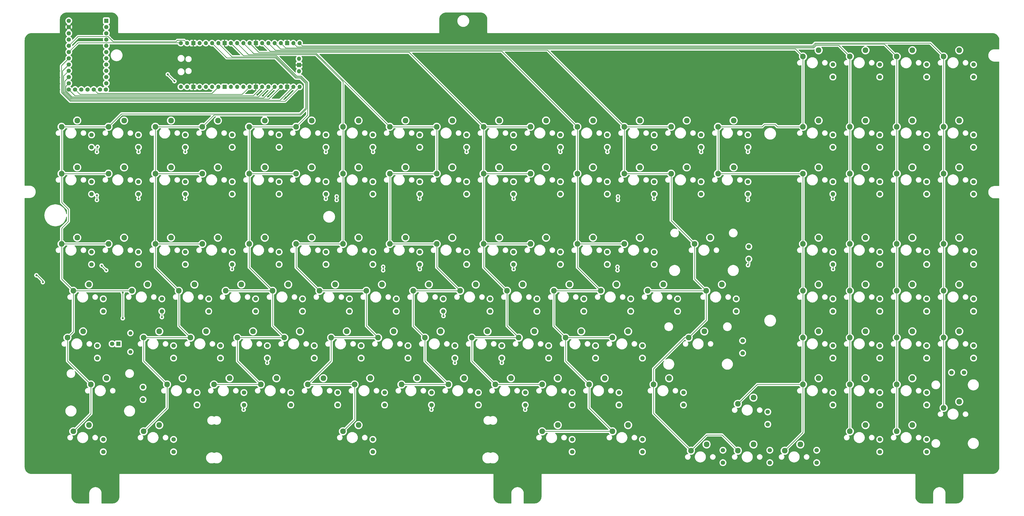
<source format=gbr>
%TF.GenerationSoftware,KiCad,Pcbnew,8.0.2*%
%TF.CreationDate,2024-06-15T15:47:28-07:00*%
%TF.ProjectId,dimension-PCB,64696d65-6e73-4696-9f6e-2d5043422e6b,rev?*%
%TF.SameCoordinates,Original*%
%TF.FileFunction,Copper,L1,Top*%
%TF.FilePolarity,Positive*%
%FSLAX46Y46*%
G04 Gerber Fmt 4.6, Leading zero omitted, Abs format (unit mm)*
G04 Created by KiCad (PCBNEW 8.0.2) date 2024-06-15 15:47:28*
%MOMM*%
%LPD*%
G01*
G04 APERTURE LIST*
%TA.AperFunction,ComponentPad*%
%ADD10C,2.300000*%
%TD*%
%TA.AperFunction,ComponentPad*%
%ADD11R,1.800000X1.800000*%
%TD*%
%TA.AperFunction,ComponentPad*%
%ADD12C,1.800000*%
%TD*%
%TA.AperFunction,ComponentPad*%
%ADD13C,1.600000*%
%TD*%
%TA.AperFunction,ComponentPad*%
%ADD14O,1.600000X1.600000*%
%TD*%
%TA.AperFunction,ComponentPad*%
%ADD15R,1.752600X1.752600*%
%TD*%
%TA.AperFunction,ComponentPad*%
%ADD16C,1.752600*%
%TD*%
%TA.AperFunction,ComponentPad*%
%ADD17O,1.700000X1.700000*%
%TD*%
%TA.AperFunction,ComponentPad*%
%ADD18R,1.700000X1.700000*%
%TD*%
%TA.AperFunction,ViaPad*%
%ADD19C,0.800000*%
%TD*%
%TA.AperFunction,Conductor*%
%ADD20C,0.250000*%
%TD*%
G04 APERTURE END LIST*
D10*
%TO.P,MX127,1,1*%
%TO.N,COL11*%
X421020000Y-182240000D03*
%TO.P,MX127,2,2*%
%TO.N,Net-(D127-A)*%
X427370000Y-179700000D03*
%TD*%
%TO.P,MX4,1,1*%
%TO.N,COL0*%
X81690000Y-115565000D03*
%TO.P,MX4,2,2*%
%TO.N,Net-(D4-A)*%
X88040000Y-113025000D03*
%TD*%
%TO.P,MX103,1,1*%
%TO.N,COL9*%
X382920000Y-144140000D03*
%TO.P,MX103,2,2*%
%TO.N,Net-(D103-A)*%
X389270000Y-141600000D03*
%TD*%
%TO.P,MX62,1,1*%
%TO.N,COL5*%
X243615000Y-163190000D03*
%TO.P,MX62,2,2*%
%TO.N,Net-(D62-A)*%
X249965000Y-160650000D03*
%TD*%
%TO.P,MX82,1,1*%
%TO.N,COL7*%
X319815000Y-144140000D03*
%TO.P,MX82,2,2*%
%TO.N,Net-(D82-A)*%
X326165000Y-141600000D03*
%TD*%
%TO.P,MX78,1,1*%
%TO.N,COL7*%
X310290000Y-96515000D03*
%TO.P,MX78,2,2*%
%TO.N,Net-(D78-A)*%
X316640000Y-93975000D03*
%TD*%
%TO.P,MX43,1,1*%
%TO.N,COL3*%
X162652500Y-201290000D03*
%TO.P,MX43,2,2*%
%TO.N,Net-(D43-A)*%
X169002500Y-198750000D03*
%TD*%
%TO.P,MX104,1,1*%
%TO.N,COL9*%
X382920000Y-163190000D03*
%TO.P,MX104,2,2*%
%TO.N,Net-(D104-A)*%
X389270000Y-160650000D03*
%TD*%
%TO.P,MX106,1,1*%
%TO.N,COL9*%
X382920000Y-201290000D03*
%TO.P,MX106,2,2*%
%TO.N,Net-(D106-A)*%
X389270000Y-198750000D03*
%TD*%
%TO.P,MX87,2,2*%
%TO.N,Net-(D87-A)*%
X324702500Y-225667500D03*
%TO.P,MX87,1,1*%
%TO.N,COL7*%
X318352500Y-228207500D03*
%TD*%
%TO.P,MX7,1,1*%
%TO.N,COL0*%
X91215000Y-163190000D03*
%TO.P,MX7,2,2*%
%TO.N,Net-(D7-A)*%
X97565000Y-160650000D03*
%TD*%
%TO.P,MX28,1,1*%
%TO.N,COL2*%
X148365000Y-163190000D03*
%TO.P,MX28,2,2*%
%TO.N,Net-(D28-A)*%
X154715000Y-160650000D03*
%TD*%
%TO.P,MX118,1,1*%
%TO.N,COL10*%
X401970000Y-220340000D03*
%TO.P,MX118,2,2*%
%TO.N,Net-(D118-A)*%
X408320000Y-217800000D03*
%TD*%
%TO.P,MX3,1,1*%
%TO.N,COL0*%
X62640000Y-115565000D03*
%TO.P,MX3,2,2*%
%TO.N,Net-(D3-A)*%
X68990000Y-113025000D03*
%TD*%
%TO.P,MX24,1,1*%
%TO.N,COL2*%
X138840000Y-96515000D03*
%TO.P,MX24,2,2*%
%TO.N,Net-(D24-A)*%
X145190000Y-93975000D03*
%TD*%
%TO.P,MX92,1,1*%
%TO.N,COL8*%
X363870000Y-115565000D03*
%TO.P,MX92,2,2*%
%TO.N,Net-(D92-A)*%
X370220000Y-113025000D03*
%TD*%
%TO.P,MX66,1,1*%
%TO.N,COL5*%
X238852500Y-201290000D03*
%TO.P,MX66,2,2*%
%TO.N,Net-(D66-A)*%
X245202500Y-198750000D03*
%TD*%
%TO.P,MX86,1,1*%
%TO.N,COL7*%
X303146250Y-201290000D03*
%TO.P,MX86,2,2*%
%TO.N,Net-(D86-A)*%
X309496250Y-198750000D03*
%TD*%
%TO.P,MX72,1,1*%
%TO.N,COL6*%
X262665000Y-163190000D03*
%TO.P,MX72,2,2*%
%TO.N,Net-(D72-A)*%
X269015000Y-160650000D03*
%TD*%
%TO.P,MX102,1,1*%
%TO.N,COL9*%
X382920000Y-115565000D03*
%TO.P,MX102,2,2*%
%TO.N,Net-(D102-A)*%
X389270000Y-113025000D03*
%TD*%
%TO.P,MX6,1,1*%
%TO.N,COL0*%
X62640000Y-144140000D03*
%TO.P,MX6,2,2*%
%TO.N,Net-(D6-A)*%
X68990000Y-141600000D03*
%TD*%
%TO.P,MX94,1,1*%
%TO.N,COL8*%
X363870000Y-144140000D03*
%TO.P,MX94,2,2*%
%TO.N,Net-(D94-A)*%
X370220000Y-141600000D03*
%TD*%
%TO.P,MX53,1,1*%
%TO.N,COL4*%
X210277500Y-182240000D03*
%TO.P,MX53,2,2*%
%TO.N,Net-(D53-A)*%
X216627500Y-179700000D03*
%TD*%
%TO.P,MX51,1,1*%
%TO.N,COL4*%
X224565000Y-163190000D03*
%TO.P,MX51,2,2*%
%TO.N,Net-(D51-A)*%
X230915000Y-160650000D03*
%TD*%
%TO.P,MX95,1,1*%
%TO.N,COL8*%
X363870000Y-163190000D03*
%TO.P,MX95,2,2*%
%TO.N,Net-(D95-A)*%
X370220000Y-160650000D03*
%TD*%
%TO.P,MX80,1,1*%
%TO.N,COL7*%
X310290000Y-115565000D03*
%TO.P,MX80,2,2*%
%TO.N,Net-(D80-A)*%
X316640000Y-113025000D03*
%TD*%
%TO.P,MX56,1,1*%
%TO.N,COL5*%
X253140000Y-96515000D03*
%TO.P,MX56,2,2*%
%TO.N,Net-(D56-A)*%
X259490000Y-93975000D03*
%TD*%
%TO.P,MX126,1,1*%
%TO.N,COL11*%
X421020000Y-163190000D03*
%TO.P,MX126,2,2*%
%TO.N,Net-(D126-A)*%
X427370000Y-160650000D03*
%TD*%
%TO.P,MX123,1,1*%
%TO.N,COL11*%
X421020000Y-96515000D03*
%TO.P,MX123,2,2*%
%TO.N,Net-(D123-A)*%
X427370000Y-93975000D03*
%TD*%
%TO.P,MX100,1,1*%
%TO.N,COL9*%
X382920000Y-67940000D03*
%TO.P,MX100,2,2*%
%TO.N,Net-(D100-A)*%
X389270000Y-65400000D03*
%TD*%
%TO.P,MX8,1,1*%
%TO.N,COL0*%
X67402500Y-163190000D03*
%TO.P,MX8,2,2*%
%TO.N,Net-(D8-A)*%
X73752500Y-160650000D03*
%TD*%
%TO.P,MX40,1,1*%
%TO.N,COL3*%
X191227500Y-182240000D03*
%TO.P,MX40,2,2*%
%TO.N,Net-(D40-A)*%
X197577500Y-179700000D03*
%TD*%
%TO.P,MX114,1,1*%
%TO.N,COL10*%
X401970000Y-144140000D03*
%TO.P,MX114,2,2*%
%TO.N,Net-(D114-A)*%
X408320000Y-141600000D03*
%TD*%
%TO.P,MX111,1,1*%
%TO.N,COL10*%
X401970000Y-67940000D03*
%TO.P,MX111,2,2*%
%TO.N,Net-(D111-A)*%
X408320000Y-65400000D03*
%TD*%
%TO.P,MX41,1,1*%
%TO.N,COL3*%
X172177500Y-182240000D03*
%TO.P,MX41,2,2*%
%TO.N,Net-(D41-A)*%
X178527500Y-179700000D03*
%TD*%
%TO.P,MX63,1,1*%
%TO.N,COL5*%
X248377500Y-182240000D03*
%TO.P,MX63,2,2*%
%TO.N,Net-(D63-A)*%
X254727500Y-179700000D03*
%TD*%
%TO.P,MX15,1,1*%
%TO.N,COL1*%
X100740000Y-115565000D03*
%TO.P,MX15,2,2*%
%TO.N,Net-(D15-A)*%
X107090000Y-113025000D03*
%TD*%
%TO.P,MX48,1,1*%
%TO.N,COL4*%
X195990000Y-115565000D03*
%TO.P,MX48,2,2*%
%TO.N,Net-(D48-A)*%
X202340000Y-113025000D03*
%TD*%
%TO.P,MX125,1,1*%
%TO.N,COL11*%
X421020000Y-144140000D03*
%TO.P,MX125,2,2*%
%TO.N,Net-(D125-A)*%
X427370000Y-141600000D03*
%TD*%
%TO.P,MX55,1,1*%
%TO.N,COL4*%
X200752500Y-201290000D03*
%TO.P,MX55,2,2*%
%TO.N,Net-(D55-A)*%
X207102500Y-198750000D03*
%TD*%
D11*
%TO.P,LED1,1,K*%
%TO.N,Net-(LED1-K)*%
X85700000Y-184780000D03*
D12*
%TO.P,LED1,2,A*%
%TO.N,+3V3*%
X83160000Y-184780000D03*
%TD*%
D10*
%TO.P,MX73,1,1*%
%TO.N,COL6*%
X286477500Y-182240000D03*
%TO.P,MX73,2,2*%
%TO.N,Net-(D73-A)*%
X292827500Y-179700000D03*
%TD*%
%TO.P,MX89,1,1*%
%TO.N,COL8*%
X363870000Y-67940000D03*
%TO.P,MX89,2,2*%
%TO.N,Net-(D89-A)*%
X370220000Y-65400000D03*
%TD*%
%TO.P,MX27,1,1*%
%TO.N,COL2*%
X138840000Y-144140000D03*
%TO.P,MX27,2,2*%
%TO.N,Net-(D27-A)*%
X145190000Y-141600000D03*
%TD*%
%TO.P,MX50,1,1*%
%TO.N,COL4*%
X195990000Y-144140000D03*
%TO.P,MX50,2,2*%
%TO.N,Net-(D50-A)*%
X202340000Y-141600000D03*
%TD*%
%TO.P,MX17,1,1*%
%TO.N,COL1*%
X119790000Y-144140000D03*
%TO.P,MX17,2,2*%
%TO.N,Net-(D17-A)*%
X126140000Y-141600000D03*
%TD*%
%TO.P,MX42,1,1*%
%TO.N,COL3*%
X181702500Y-201290000D03*
%TO.P,MX42,2,2*%
%TO.N,Net-(D42-A)*%
X188052500Y-198750000D03*
%TD*%
%TO.P,MX88,2,2*%
%TO.N,Net-(D88-A)*%
X343752500Y-225667500D03*
%TO.P,MX88,1,1*%
%TO.N,COL7*%
X337402500Y-228207500D03*
%TD*%
%TO.P,MX83,1,1*%
%TO.N,COL7*%
X324577500Y-163190000D03*
%TO.P,MX83,2,2*%
%TO.N,Net-(D83-A)*%
X330927500Y-160650000D03*
%TD*%
%TO.P,MX31,1,1*%
%TO.N,COL2*%
X134077500Y-182240000D03*
%TO.P,MX31,2,2*%
%TO.N,Net-(D31-A)*%
X140427500Y-179700000D03*
%TD*%
%TO.P,MX60,1,1*%
%TO.N,COL5*%
X253140000Y-144140000D03*
%TO.P,MX60,2,2*%
%TO.N,Net-(D60-A)*%
X259490000Y-141600000D03*
%TD*%
%TO.P,MX128,1,1*%
%TO.N,COL11*%
X421020000Y-210815000D03*
%TO.P,MX128,2,2*%
%TO.N,Net-(D128-A)*%
X427370000Y-208275000D03*
%TD*%
%TO.P,MX1,1,1*%
%TO.N,COL0*%
X81690000Y-96515000D03*
%TO.P,MX1,2,2*%
%TO.N,Net-(D1-A)*%
X88040000Y-93975000D03*
%TD*%
%TO.P,MX30,1,1*%
%TO.N,COL2*%
X153127500Y-182240000D03*
%TO.P,MX30,2,2*%
%TO.N,Net-(D30-A)*%
X159477500Y-179700000D03*
%TD*%
D13*
%TO.P,R2,1*%
%TO.N,Net-(LED1-K)*%
X90600000Y-188020000D03*
D14*
%TO.P,R2,2*%
%TO.N,LED_CAPS*%
X90600000Y-180400000D03*
%TD*%
D10*
%TO.P,MX23,1,1*%
%TO.N,COL2*%
X157890000Y-96515000D03*
%TO.P,MX23,2,2*%
%TO.N,Net-(D23-A)*%
X164240000Y-93975000D03*
%TD*%
%TO.P,MX57,1,1*%
%TO.N,COL5*%
X234090000Y-96515000D03*
%TO.P,MX57,2,2*%
%TO.N,Net-(D57-A)*%
X240440000Y-93975000D03*
%TD*%
%TO.P,MX74,1,1*%
%TO.N,COL6*%
X267427500Y-182240000D03*
%TO.P,MX74,2,2*%
%TO.N,Net-(D74-A)*%
X273777500Y-179700000D03*
%TD*%
%TO.P,MX58,1,1*%
%TO.N,COL5*%
X253140000Y-115565000D03*
%TO.P,MX58,2,2*%
%TO.N,Net-(D58-A)*%
X259490000Y-113025000D03*
%TD*%
%TO.P,MX97,1,1*%
%TO.N,COL8*%
X363870000Y-201290000D03*
%TO.P,MX97,2,2*%
%TO.N,Net-(D97-A)*%
X370220000Y-198750000D03*
%TD*%
%TO.P,MX29,1,1*%
%TO.N,COL2*%
X129315000Y-163190000D03*
%TO.P,MX29,2,2*%
%TO.N,Net-(D29-A)*%
X135665000Y-160650000D03*
%TD*%
%TO.P,MX49,1,1*%
%TO.N,COL4*%
X215040000Y-144140000D03*
%TO.P,MX49,2,2*%
%TO.N,Net-(D49-A)*%
X221390000Y-141600000D03*
%TD*%
%TO.P,MX84,1,1*%
%TO.N,COL7*%
X300765000Y-163190000D03*
%TO.P,MX84,2,2*%
%TO.N,Net-(D84-A)*%
X307115000Y-160650000D03*
%TD*%
%TO.P,MX26,1,1*%
%TO.N,COL2*%
X157890000Y-115565000D03*
%TO.P,MX26,2,2*%
%TO.N,Net-(D26-A)*%
X164240000Y-113025000D03*
%TD*%
%TO.P,MX113,1,1*%
%TO.N,COL10*%
X401970000Y-115565000D03*
%TO.P,MX113,2,2*%
%TO.N,Net-(D113-A)*%
X408320000Y-113025000D03*
%TD*%
%TO.P,MX107,1,1*%
%TO.N,COL9*%
X382920000Y-220340000D03*
%TO.P,MX107,2,2*%
%TO.N,Net-(D107-A)*%
X389270000Y-217800000D03*
%TD*%
%TO.P,MX67,1,1*%
%TO.N,COL6*%
X272190000Y-96515000D03*
%TO.P,MX67,2,2*%
%TO.N,Net-(D67-A)*%
X278540000Y-93975000D03*
%TD*%
%TO.P,MX65,1,1*%
%TO.N,COL5*%
X257902500Y-201290000D03*
%TO.P,MX65,2,2*%
%TO.N,Net-(D65-A)*%
X264252500Y-198750000D03*
%TD*%
%TO.P,MX37,1,1*%
%TO.N,COL3*%
X157890000Y-144140000D03*
%TO.P,MX37,2,2*%
%TO.N,Net-(D37-A)*%
X164240000Y-141600000D03*
%TD*%
%TO.P,MX91,1,1*%
%TO.N,COL8*%
X329340000Y-96515000D03*
%TO.P,MX91,2,2*%
%TO.N,Net-(D91-A)*%
X335690000Y-93975000D03*
%TD*%
%TO.P,MX112,1,1*%
%TO.N,COL10*%
X401970000Y-96515000D03*
%TO.P,MX112,2,2*%
%TO.N,Net-(D112-A)*%
X408320000Y-93975000D03*
%TD*%
%TO.P,MX34,1,1*%
%TO.N,COL3*%
X176940000Y-96515000D03*
%TO.P,MX34,2,2*%
%TO.N,Net-(D34-A)*%
X183290000Y-93975000D03*
%TD*%
%TO.P,MX52,1,1*%
%TO.N,COL4*%
X205515000Y-163190000D03*
%TO.P,MX52,2,2*%
%TO.N,Net-(D52-A)*%
X211865000Y-160650000D03*
%TD*%
%TO.P,MX69,1,1*%
%TO.N,COL6*%
X291240000Y-144140000D03*
%TO.P,MX69,2,2*%
%TO.N,Net-(D69-A)*%
X297590000Y-141600000D03*
%TD*%
%TO.P,MX96,1,1*%
%TO.N,COL8*%
X363870000Y-182240000D03*
%TO.P,MX96,2,2*%
%TO.N,Net-(D96-A)*%
X370220000Y-179700000D03*
%TD*%
%TO.P,MX18,1,1*%
%TO.N,COL1*%
X110265000Y-163190000D03*
%TO.P,MX18,2,2*%
%TO.N,Net-(D18-A)*%
X116615000Y-160650000D03*
%TD*%
%TO.P,MX22,1,1*%
%TO.N,COL1*%
X95977500Y-220340000D03*
%TO.P,MX22,2,2*%
%TO.N,Net-(D22-A)*%
X102327500Y-217800000D03*
%TD*%
%TO.P,MX85,1,1*%
%TO.N,COL7*%
X317433750Y-182240000D03*
%TO.P,MX85,2,2*%
%TO.N,Net-(D85-A)*%
X323783750Y-179700000D03*
%TD*%
%TO.P,MX12,1,1*%
%TO.N,COL1*%
X100740000Y-96515000D03*
%TO.P,MX12,2,2*%
%TO.N,Net-(D12-A)*%
X107090000Y-93975000D03*
%TD*%
%TO.P,MX81,1,1*%
%TO.N,COL7*%
X291240000Y-115565000D03*
%TO.P,MX81,2,2*%
%TO.N,Net-(D81-A)*%
X297590000Y-113025000D03*
%TD*%
%TO.P,MX99,2,2*%
%TO.N,Net-(D99-A)*%
X362802500Y-225667500D03*
%TO.P,MX99,1,1*%
%TO.N,COL8*%
X356452500Y-228207500D03*
%TD*%
%TO.P,MX2,1,1*%
%TO.N,COL0*%
X62640000Y-96515000D03*
%TO.P,MX2,2,2*%
%TO.N,Net-(D2-A)*%
X68990000Y-93975000D03*
%TD*%
%TO.P,MX32,1,1*%
%TO.N,COL2*%
X143602500Y-201290000D03*
%TO.P,MX32,2,2*%
%TO.N,Net-(D32-A)*%
X149952500Y-198750000D03*
%TD*%
%TO.P,MX124,1,1*%
%TO.N,COL11*%
X421020000Y-115565000D03*
%TO.P,MX124,2,2*%
%TO.N,Net-(D124-A)*%
X427370000Y-113025000D03*
%TD*%
%TO.P,MX46,1,1*%
%TO.N,COL4*%
X195990000Y-96515000D03*
%TO.P,MX46,2,2*%
%TO.N,Net-(D46-A)*%
X202340000Y-93975000D03*
%TD*%
%TO.P,MX77,1,1*%
%TO.N,COL6*%
X257902500Y-220340000D03*
%TO.P,MX77,2,2*%
%TO.N,Net-(D77-A)*%
X264252500Y-217800000D03*
%TD*%
%TO.P,MX117,1,1*%
%TO.N,COL10*%
X401970000Y-201290000D03*
%TO.P,MX117,2,2*%
%TO.N,Net-(D117-A)*%
X408320000Y-198750000D03*
%TD*%
%TO.P,MX10,1,1*%
%TO.N,COL0*%
X74546250Y-201290000D03*
%TO.P,MX10,2,2*%
%TO.N,Net-(D10-A)*%
X80896250Y-198750000D03*
%TD*%
%TO.P,MX68,1,1*%
%TO.N,COL6*%
X272190000Y-115565000D03*
%TO.P,MX68,2,2*%
%TO.N,Net-(D68-A)*%
X278540000Y-113025000D03*
%TD*%
%TO.P,MX59,1,1*%
%TO.N,COL5*%
X234090000Y-115565000D03*
%TO.P,MX59,2,2*%
%TO.N,Net-(D59-A)*%
X240440000Y-113025000D03*
%TD*%
%TO.P,MX20,1,1*%
%TO.N,COL1*%
X95977500Y-182240000D03*
%TO.P,MX20,2,2*%
%TO.N,Net-(D20-A)*%
X102327500Y-179700000D03*
%TD*%
%TO.P,MX79,1,1*%
%TO.N,COL7*%
X291240000Y-96515000D03*
%TO.P,MX79,2,2*%
%TO.N,Net-(D79-A)*%
X297590000Y-93975000D03*
%TD*%
%TO.P,MX70,1,1*%
%TO.N,COL6*%
X272190000Y-144140000D03*
%TO.P,MX70,2,2*%
%TO.N,Net-(D70-A)*%
X278540000Y-141600000D03*
%TD*%
%TO.P,MX101,1,1*%
%TO.N,COL9*%
X382920000Y-96515000D03*
%TO.P,MX101,2,2*%
%TO.N,Net-(D101-A)*%
X389270000Y-93975000D03*
%TD*%
%TO.P,MX122,1,1*%
%TO.N,COL11*%
X421020000Y-67940000D03*
%TO.P,MX122,2,2*%
%TO.N,Net-(D122-A)*%
X427370000Y-65400000D03*
%TD*%
%TO.P,MX45,1,1*%
%TO.N,COL4*%
X215040000Y-96515000D03*
%TO.P,MX45,2,2*%
%TO.N,Net-(D45-A)*%
X221390000Y-93975000D03*
%TD*%
%TO.P,MX44,1,1*%
%TO.N,COL3*%
X176940000Y-220340000D03*
%TO.P,MX44,2,2*%
%TO.N,Net-(D44-A)*%
X183290000Y-217800000D03*
%TD*%
%TO.P,MX38,1,1*%
%TO.N,COL3*%
X186465000Y-163190000D03*
%TO.P,MX38,2,2*%
%TO.N,Net-(D38-A)*%
X192815000Y-160650000D03*
%TD*%
%TO.P,MX11,1,1*%
%TO.N,COL0*%
X67402500Y-220340000D03*
%TO.P,MX11,2,2*%
%TO.N,Net-(D11-A)*%
X73752500Y-217800000D03*
%TD*%
%TO.P,MX19,1,1*%
%TO.N,COL1*%
X115027500Y-182240000D03*
%TO.P,MX19,2,2*%
%TO.N,Net-(D19-A)*%
X121377500Y-179700000D03*
%TD*%
%TO.P,MX36,1,1*%
%TO.N,COL3*%
X176940000Y-144140000D03*
%TO.P,MX36,2,2*%
%TO.N,Net-(D36-A)*%
X183290000Y-141600000D03*
%TD*%
%TO.P,MX116,1,1*%
%TO.N,COL10*%
X401970000Y-182240000D03*
%TO.P,MX116,2,2*%
%TO.N,Net-(D116-A)*%
X408320000Y-179700000D03*
%TD*%
%TO.P,MX71,1,1*%
%TO.N,COL6*%
X281715000Y-163190000D03*
%TO.P,MX71,2,2*%
%TO.N,Net-(D71-A)*%
X288065000Y-160650000D03*
%TD*%
%TO.P,MX39,1,1*%
%TO.N,COL3*%
X167415000Y-163190000D03*
%TO.P,MX39,2,2*%
%TO.N,Net-(D39-A)*%
X173765000Y-160650000D03*
%TD*%
%TO.P,MX98,2,2*%
%TO.N,Net-(D98-A)*%
X343752500Y-206617500D03*
%TO.P,MX98,1,1*%
%TO.N,COL8*%
X337402500Y-209157500D03*
%TD*%
%TO.P,MX75,1,1*%
%TO.N,COL6*%
X276952500Y-201290000D03*
%TO.P,MX75,2,2*%
%TO.N,Net-(D75-A)*%
X283302500Y-198750000D03*
%TD*%
%TO.P,MX64,1,1*%
%TO.N,COL5*%
X229327500Y-182240000D03*
%TO.P,MX64,2,2*%
%TO.N,Net-(D64-A)*%
X235677500Y-179700000D03*
%TD*%
%TO.P,MX115,1,1*%
%TO.N,COL10*%
X401970000Y-163190000D03*
%TO.P,MX115,2,2*%
%TO.N,Net-(D115-A)*%
X408320000Y-160650000D03*
%TD*%
%TO.P,MX76,1,1*%
%TO.N,COL6*%
X286477500Y-220340000D03*
%TO.P,MX76,2,2*%
%TO.N,Net-(D76-A)*%
X292827500Y-217800000D03*
%TD*%
%TO.P,MX14,1,1*%
%TO.N,COL1*%
X119790000Y-115565000D03*
%TO.P,MX14,2,2*%
%TO.N,Net-(D14-A)*%
X126140000Y-113025000D03*
%TD*%
%TO.P,MX35,1,1*%
%TO.N,COL3*%
X176940000Y-115565000D03*
%TO.P,MX35,2,2*%
%TO.N,Net-(D35-A)*%
X183290000Y-113025000D03*
%TD*%
%TO.P,MX90,1,1*%
%TO.N,COL8*%
X363870000Y-96515000D03*
%TO.P,MX90,2,2*%
%TO.N,Net-(D90-A)*%
X370220000Y-93975000D03*
%TD*%
%TO.P,MX61,1,1*%
%TO.N,COL5*%
X234090000Y-144140000D03*
%TO.P,MX61,2,2*%
%TO.N,Net-(D61-A)*%
X240440000Y-141600000D03*
%TD*%
%TO.P,MX13,1,1*%
%TO.N,COL1*%
X119790000Y-96515000D03*
%TO.P,MX13,2,2*%
%TO.N,Net-(D13-A)*%
X126140000Y-93975000D03*
%TD*%
%TO.P,MX16,1,1*%
%TO.N,COL1*%
X100740000Y-144140000D03*
%TO.P,MX16,2,2*%
%TO.N,Net-(D16-A)*%
X107090000Y-141600000D03*
%TD*%
%TO.P,MX5,1,1*%
%TO.N,COL0*%
X81690000Y-144140000D03*
%TO.P,MX5,2,2*%
%TO.N,Net-(D5-A)*%
X88040000Y-141600000D03*
%TD*%
%TO.P,MX33,1,1*%
%TO.N,COL2*%
X124552500Y-201290000D03*
%TO.P,MX33,2,2*%
%TO.N,Net-(D33-A)*%
X130902500Y-198750000D03*
%TD*%
%TO.P,MX93,1,1*%
%TO.N,COL8*%
X329340000Y-115565000D03*
%TO.P,MX93,2,2*%
%TO.N,Net-(D93-A)*%
X335690000Y-113025000D03*
%TD*%
%TO.P,MX105,1,1*%
%TO.N,COL9*%
X382920000Y-182240000D03*
%TO.P,MX105,2,2*%
%TO.N,Net-(D105-A)*%
X389270000Y-179700000D03*
%TD*%
%TO.P,MX9,1,1*%
%TO.N,COL0*%
X65021250Y-182240000D03*
%TO.P,MX9,2,2*%
%TO.N,Net-(D9-A)*%
X71371250Y-179700000D03*
%TD*%
%TO.P,MX21,1,1*%
%TO.N,COL1*%
X105502500Y-201290000D03*
%TO.P,MX21,2,2*%
%TO.N,Net-(D21-A)*%
X111852500Y-198750000D03*
%TD*%
%TO.P,MX54,1,1*%
%TO.N,COL4*%
X219802500Y-201290000D03*
%TO.P,MX54,2,2*%
%TO.N,Net-(D54-A)*%
X226152500Y-198750000D03*
%TD*%
%TO.P,MX47,1,1*%
%TO.N,COL4*%
X215040000Y-115565000D03*
%TO.P,MX47,2,2*%
%TO.N,Net-(D47-A)*%
X221390000Y-113025000D03*
%TD*%
%TO.P,MX25,1,1*%
%TO.N,COL2*%
X138840000Y-115565000D03*
%TO.P,MX25,2,2*%
%TO.N,Net-(D25-A)*%
X145190000Y-113025000D03*
%TD*%
D12*
%TO.P,D60,1,K*%
%TO.N,ROW4*%
X265310000Y-152465000D03*
%TO.P,D60,2,A*%
%TO.N,Net-(D60-A)*%
X265310000Y-147425000D03*
%TD*%
%TO.P,D80,1,K*%
%TO.N,ROW2*%
X322460000Y-123890000D03*
%TO.P,D80,2,A*%
%TO.N,Net-(D80-A)*%
X322460000Y-118850000D03*
%TD*%
%TO.P,D61,1,K*%
%TO.N,ROW5*%
X246260000Y-152465000D03*
%TO.P,D61,2,A*%
%TO.N,Net-(D61-A)*%
X246260000Y-147425000D03*
%TD*%
%TO.P,D45,1,K*%
%TO.N,ROW0*%
X227210000Y-104840000D03*
%TO.P,D45,2,A*%
%TO.N,Net-(D45-A)*%
X227210000Y-99800000D03*
%TD*%
%TO.P,D96,1,K*%
%TO.N,ROW7*%
X376040000Y-190565000D03*
%TO.P,D96,2,A*%
%TO.N,Net-(D96-A)*%
X376040000Y-185525000D03*
%TD*%
%TO.P,D37,1,K*%
%TO.N,ROW3*%
X170060000Y-152465000D03*
%TO.P,D37,2,A*%
%TO.N,Net-(D37-A)*%
X170060000Y-147425000D03*
%TD*%
%TO.P,D10,1,K*%
%TO.N,ROW9*%
X95737500Y-207420000D03*
%TO.P,D10,2,A*%
%TO.N,Net-(D10-A)*%
X95737500Y-202380000D03*
%TD*%
%TO.P,D103,1,K*%
%TO.N,ROW3*%
X395090000Y-152465000D03*
%TO.P,D103,2,A*%
%TO.N,Net-(D103-A)*%
X395090000Y-147425000D03*
%TD*%
%TO.P,D22,1,K*%
%TO.N,ROW10*%
X108147500Y-228665000D03*
%TO.P,D22,2,A*%
%TO.N,Net-(D22-A)*%
X108147500Y-223625000D03*
%TD*%
%TO.P,D47,1,K*%
%TO.N,ROW2*%
X227210000Y-123890000D03*
%TO.P,D47,2,A*%
%TO.N,Net-(D47-A)*%
X227210000Y-118850000D03*
%TD*%
%TO.P,D58,1,K*%
%TO.N,ROW2*%
X265310000Y-123890000D03*
%TO.P,D58,2,A*%
%TO.N,Net-(D58-A)*%
X265310000Y-118850000D03*
%TD*%
%TO.P,D87,2,A*%
%TO.N,Net-(D87-A)*%
X331350000Y-228030000D03*
%TO.P,D87,1,K*%
%TO.N,ROW9*%
X331350000Y-233070000D03*
%TD*%
%TO.P,D39,1,K*%
%TO.N,ROW5*%
X179585000Y-171515000D03*
%TO.P,D39,2,A*%
%TO.N,Net-(D39-A)*%
X179585000Y-166475000D03*
%TD*%
%TO.P,D78,1,K*%
%TO.N,ROW0*%
X322460000Y-104840000D03*
%TO.P,D78,2,A*%
%TO.N,Net-(D78-A)*%
X322460000Y-99800000D03*
%TD*%
%TO.P,D115,1,K*%
%TO.N,ROW4*%
X414140000Y-171515000D03*
%TO.P,D115,2,A*%
%TO.N,Net-(D115-A)*%
X414140000Y-166475000D03*
%TD*%
%TO.P,D56,1,K*%
%TO.N,ROW0*%
X265310000Y-104840000D03*
%TO.P,D56,2,A*%
%TO.N,Net-(D56-A)*%
X265310000Y-99800000D03*
%TD*%
%TO.P,D42,1,K*%
%TO.N,ROW8*%
X193872500Y-209615000D03*
%TO.P,D42,2,A*%
%TO.N,Net-(D42-A)*%
X193872500Y-204575000D03*
%TD*%
%TO.P,D50,1,K*%
%TO.N,ROW5*%
X208160000Y-152465000D03*
%TO.P,D50,2,A*%
%TO.N,Net-(D50-A)*%
X208160000Y-147425000D03*
%TD*%
%TO.P,D112,1,K*%
%TO.N,ROW1*%
X414140000Y-104840000D03*
%TO.P,D112,2,A*%
%TO.N,Net-(D112-A)*%
X414140000Y-99800000D03*
%TD*%
%TO.P,D104,1,K*%
%TO.N,ROW4*%
X395090000Y-171515000D03*
%TO.P,D104,2,A*%
%TO.N,Net-(D104-A)*%
X395090000Y-166475000D03*
%TD*%
%TO.P,D2,1,K*%
%TO.N,ROW1*%
X74810000Y-104840000D03*
%TO.P,D2,2,A*%
%TO.N,Net-(D2-A)*%
X74810000Y-99800000D03*
%TD*%
%TO.P,D48,1,K*%
%TO.N,ROW3*%
X208160000Y-123890000D03*
%TO.P,D48,2,A*%
%TO.N,Net-(D48-A)*%
X208160000Y-118850000D03*
%TD*%
%TO.P,D122,1,K*%
%TO.N,ROW0*%
X433190000Y-76265000D03*
%TO.P,D122,2,A*%
%TO.N,Net-(D122-A)*%
X433190000Y-71225000D03*
%TD*%
%TO.P,D40,1,K*%
%TO.N,ROW6*%
X203397500Y-190565000D03*
%TO.P,D40,2,A*%
%TO.N,Net-(D40-A)*%
X203397500Y-185525000D03*
%TD*%
%TO.P,D91,1,K*%
%TO.N,ROW2*%
X341510000Y-104840000D03*
%TO.P,D91,2,A*%
%TO.N,Net-(D91-A)*%
X341510000Y-99800000D03*
%TD*%
%TO.P,D126,1,K*%
%TO.N,ROW4*%
X433190000Y-171515000D03*
%TO.P,D126,2,A*%
%TO.N,Net-(D126-A)*%
X433190000Y-166475000D03*
%TD*%
%TO.P,D92,1,K*%
%TO.N,ROW3*%
X376040000Y-123890000D03*
%TO.P,D92,2,A*%
%TO.N,Net-(D92-A)*%
X376040000Y-118850000D03*
%TD*%
%TO.P,D28,1,K*%
%TO.N,ROW5*%
X160535000Y-171515000D03*
%TO.P,D28,2,A*%
%TO.N,Net-(D28-A)*%
X160535000Y-166475000D03*
%TD*%
%TO.P,D52,1,K*%
%TO.N,ROW7*%
X217685000Y-171515000D03*
%TO.P,D52,2,A*%
%TO.N,Net-(D52-A)*%
X217685000Y-166475000D03*
%TD*%
%TO.P,D14,1,K*%
%TO.N,ROW2*%
X131960000Y-123890000D03*
%TO.P,D14,2,A*%
%TO.N,Net-(D14-A)*%
X131960000Y-118850000D03*
%TD*%
%TO.P,D3,1,K*%
%TO.N,ROW2*%
X74810000Y-123890000D03*
%TO.P,D3,2,A*%
%TO.N,Net-(D3-A)*%
X74810000Y-118850000D03*
%TD*%
%TO.P,D69,1,K*%
%TO.N,ROW2*%
X303410000Y-152465000D03*
%TO.P,D69,2,A*%
%TO.N,Net-(D69-A)*%
X303410000Y-147425000D03*
%TD*%
%TO.P,D123,1,K*%
%TO.N,ROW1*%
X433190000Y-104840000D03*
%TO.P,D123,2,A*%
%TO.N,Net-(D123-A)*%
X433190000Y-99800000D03*
%TD*%
%TO.P,D23,1,K*%
%TO.N,ROW0*%
X170060000Y-104840000D03*
%TO.P,D23,2,A*%
%TO.N,Net-(D23-A)*%
X170060000Y-99800000D03*
%TD*%
%TO.P,D102,1,K*%
%TO.N,ROW2*%
X395090000Y-123890000D03*
%TO.P,D102,2,A*%
%TO.N,Net-(D102-A)*%
X395090000Y-118850000D03*
%TD*%
%TO.P,D125,1,K*%
%TO.N,ROW3*%
X433190000Y-152465000D03*
%TO.P,D125,2,A*%
%TO.N,Net-(D125-A)*%
X433190000Y-147425000D03*
%TD*%
%TO.P,D26,1,K*%
%TO.N,ROW3*%
X170060000Y-123890000D03*
%TO.P,D26,2,A*%
%TO.N,Net-(D26-A)*%
X170060000Y-118850000D03*
%TD*%
%TO.P,D16,1,K*%
%TO.N,ROW4*%
X112910000Y-152465000D03*
%TO.P,D16,2,A*%
%TO.N,Net-(D16-A)*%
X112910000Y-147425000D03*
%TD*%
%TO.P,D27,1,K*%
%TO.N,ROW4*%
X151010000Y-152465000D03*
%TO.P,D27,2,A*%
%TO.N,Net-(D27-A)*%
X151010000Y-147425000D03*
%TD*%
%TO.P,D35,1,K*%
%TO.N,ROW1*%
X189110000Y-123890000D03*
%TO.P,D35,2,A*%
%TO.N,Net-(D35-A)*%
X189110000Y-118850000D03*
%TD*%
%TO.P,D90,1,K*%
%TO.N,ROW1*%
X376040000Y-104840000D03*
%TO.P,D90,2,A*%
%TO.N,Net-(D90-A)*%
X376040000Y-99800000D03*
%TD*%
%TO.P,D9,1,K*%
%TO.N,ROW8*%
X77191250Y-190565000D03*
%TO.P,D9,2,A*%
%TO.N,Net-(D9-A)*%
X77191250Y-185525000D03*
%TD*%
%TO.P,D31,1,K*%
%TO.N,ROW8*%
X146247500Y-190565000D03*
%TO.P,D31,2,A*%
%TO.N,Net-(D31-A)*%
X146247500Y-185525000D03*
%TD*%
%TO.P,D83,1,K*%
%TO.N,ROW5*%
X336747500Y-171515000D03*
%TO.P,D83,2,A*%
%TO.N,Net-(D83-A)*%
X336747500Y-166475000D03*
%TD*%
%TO.P,D82,1,K*%
%TO.N,ROW4*%
X341860000Y-150290000D03*
%TO.P,D82,2,A*%
%TO.N,Net-(D82-A)*%
X341860000Y-145250000D03*
%TD*%
%TO.P,D17,1,K*%
%TO.N,ROW5*%
X131960000Y-152465000D03*
%TO.P,D17,2,A*%
%TO.N,Net-(D17-A)*%
X131960000Y-147425000D03*
%TD*%
%TO.P,D111,1,K*%
%TO.N,ROW0*%
X414140000Y-76265000D03*
%TO.P,D111,2,A*%
%TO.N,Net-(D111-A)*%
X414140000Y-71225000D03*
%TD*%
%TO.P,D95,1,K*%
%TO.N,ROW6*%
X376040000Y-171515000D03*
%TO.P,D95,2,A*%
%TO.N,Net-(D95-A)*%
X376040000Y-166475000D03*
%TD*%
%TO.P,D63,1,K*%
%TO.N,ROW7*%
X260547500Y-190565000D03*
%TO.P,D63,2,A*%
%TO.N,Net-(D63-A)*%
X260547500Y-185525000D03*
%TD*%
%TO.P,D74,1,K*%
%TO.N,ROW7*%
X279597500Y-190565000D03*
%TO.P,D74,2,A*%
%TO.N,Net-(D74-A)*%
X279597500Y-185525000D03*
%TD*%
%TO.P,D46,1,K*%
%TO.N,ROW1*%
X208160000Y-104840000D03*
%TO.P,D46,2,A*%
%TO.N,Net-(D46-A)*%
X208160000Y-99800000D03*
%TD*%
%TO.P,D24,1,K*%
%TO.N,ROW1*%
X151010000Y-104840000D03*
%TO.P,D24,2,A*%
%TO.N,Net-(D24-A)*%
X151010000Y-99800000D03*
%TD*%
%TO.P,D70,1,K*%
%TO.N,ROW3*%
X284360000Y-152465000D03*
%TO.P,D70,2,A*%
%TO.N,Net-(D70-A)*%
X284360000Y-147425000D03*
%TD*%
%TO.P,D88,2,A*%
%TO.N,Net-(D88-A)*%
X350400000Y-228030000D03*
%TO.P,D88,1,K*%
%TO.N,ROW10*%
X350400000Y-233070000D03*
%TD*%
%TO.P,D89,1,K*%
%TO.N,ROW0*%
X376040000Y-76265000D03*
%TO.P,D89,2,A*%
%TO.N,Net-(D89-A)*%
X376040000Y-71225000D03*
%TD*%
%TO.P,D64,1,K*%
%TO.N,ROW8*%
X241497500Y-190565000D03*
%TO.P,D64,2,A*%
%TO.N,Net-(D64-A)*%
X241497500Y-185525000D03*
%TD*%
%TO.P,D71,1,K*%
%TO.N,ROW4*%
X293885000Y-171515000D03*
%TO.P,D71,2,A*%
%TO.N,Net-(D71-A)*%
X293885000Y-166475000D03*
%TD*%
%TO.P,D6,1,K*%
%TO.N,ROW5*%
X74810000Y-152465000D03*
%TO.P,D6,2,A*%
%TO.N,Net-(D6-A)*%
X74810000Y-147425000D03*
%TD*%
%TO.P,D21,1,K*%
%TO.N,ROW9*%
X117672500Y-209615000D03*
%TO.P,D21,2,A*%
%TO.N,Net-(D21-A)*%
X117672500Y-204575000D03*
%TD*%
%TO.P,D106,1,K*%
%TO.N,ROW6*%
X395090000Y-209615000D03*
%TO.P,D106,2,A*%
%TO.N,Net-(D106-A)*%
X395090000Y-204575000D03*
%TD*%
%TO.P,D68,1,K*%
%TO.N,ROW1*%
X284360000Y-123890000D03*
%TO.P,D68,2,A*%
%TO.N,Net-(D68-A)*%
X284360000Y-118850000D03*
%TD*%
%TO.P,D15,1,K*%
%TO.N,ROW3*%
X112910000Y-123890000D03*
%TO.P,D15,2,A*%
%TO.N,Net-(D15-A)*%
X112910000Y-118850000D03*
%TD*%
%TO.P,D18,1,K*%
%TO.N,ROW6*%
X122435000Y-171515000D03*
%TO.P,D18,2,A*%
%TO.N,Net-(D18-A)*%
X122435000Y-166475000D03*
%TD*%
%TO.P,D62,1,K*%
%TO.N,ROW6*%
X255785000Y-171515000D03*
%TO.P,D62,2,A*%
%TO.N,Net-(D62-A)*%
X255785000Y-166475000D03*
%TD*%
%TO.P,D11,1,K*%
%TO.N,ROW10*%
X79572500Y-228665000D03*
%TO.P,D11,2,A*%
%TO.N,Net-(D11-A)*%
X79572500Y-223625000D03*
%TD*%
%TO.P,D105,1,K*%
%TO.N,ROW5*%
X395090000Y-190565000D03*
%TO.P,D105,2,A*%
%TO.N,Net-(D105-A)*%
X395090000Y-185525000D03*
%TD*%
%TO.P,D8,1,K*%
%TO.N,ROW7*%
X79572500Y-171515000D03*
%TO.P,D8,2,A*%
%TO.N,Net-(D8-A)*%
X79572500Y-166475000D03*
%TD*%
%TO.P,D66,1,K*%
%TO.N,ROW10*%
X251022500Y-209615000D03*
%TO.P,D66,2,A*%
%TO.N,Net-(D66-A)*%
X251022500Y-204575000D03*
%TD*%
%TO.P,D81,1,K*%
%TO.N,ROW3*%
X303410000Y-123890000D03*
%TO.P,D81,2,A*%
%TO.N,Net-(D81-A)*%
X303410000Y-118850000D03*
%TD*%
%TO.P,D77,1,K*%
%TO.N,ROW10*%
X270072500Y-228665000D03*
%TO.P,D77,2,A*%
%TO.N,Net-(D77-A)*%
X270072500Y-223625000D03*
%TD*%
%TO.P,D41,1,K*%
%TO.N,ROW7*%
X184347500Y-190565000D03*
%TO.P,D41,2,A*%
%TO.N,Net-(D41-A)*%
X184347500Y-185525000D03*
%TD*%
%TO.P,D113,1,K*%
%TO.N,ROW2*%
X414140000Y-123890000D03*
%TO.P,D113,2,A*%
%TO.N,Net-(D113-A)*%
X414140000Y-118850000D03*
%TD*%
%TO.P,D99,2,A*%
%TO.N,Net-(D99-A)*%
X369450000Y-228030000D03*
%TO.P,D99,1,K*%
%TO.N,ROW10*%
X369450000Y-233070000D03*
%TD*%
%TO.P,D100,1,K*%
%TO.N,ROW0*%
X395090000Y-76265000D03*
%TO.P,D100,2,A*%
%TO.N,Net-(D100-A)*%
X395090000Y-71225000D03*
%TD*%
%TO.P,D85,1,K*%
%TO.N,ROW7*%
X339360000Y-188540000D03*
%TO.P,D85,2,A*%
%TO.N,Net-(D85-A)*%
X339360000Y-183500000D03*
%TD*%
%TO.P,D30,1,K*%
%TO.N,ROW7*%
X165297500Y-190565000D03*
%TO.P,D30,2,A*%
%TO.N,Net-(D30-A)*%
X165297500Y-185525000D03*
%TD*%
%TO.P,D57,1,K*%
%TO.N,ROW1*%
X246260000Y-104840000D03*
%TO.P,D57,2,A*%
%TO.N,Net-(D57-A)*%
X246260000Y-99800000D03*
%TD*%
%TO.P,D67,1,K*%
%TO.N,ROW0*%
X284360000Y-104840000D03*
%TO.P,D67,2,A*%
%TO.N,Net-(D67-A)*%
X284360000Y-99800000D03*
%TD*%
%TO.P,D97,1,K*%
%TO.N,ROW8*%
X376040000Y-209615000D03*
%TO.P,D97,2,A*%
%TO.N,Net-(D97-A)*%
X376040000Y-204575000D03*
%TD*%
%TO.P,D5,1,K*%
%TO.N,ROW4*%
X93860000Y-152465000D03*
%TO.P,D5,2,A*%
%TO.N,Net-(D5-A)*%
X93860000Y-147425000D03*
%TD*%
%TO.P,D13,1,K*%
%TO.N,ROW1*%
X131960000Y-104840000D03*
%TO.P,D13,2,A*%
%TO.N,Net-(D13-A)*%
X131960000Y-99800000D03*
%TD*%
D15*
%TO.P,U2,1,D0*%
%TO.N,COL0*%
X80820000Y-53400000D03*
D16*
%TO.P,U2,2,D1*%
%TO.N,COL1*%
X80820000Y-55940000D03*
%TO.P,U2,3,GND/D10*%
%TO.N,COL2*%
X80820000Y-58480000D03*
%TO.P,U2,4,GND/D11*%
%TO.N,COL3*%
X80820000Y-61020000D03*
%TO.P,U2,5,D2*%
%TO.N,COL4*%
X80820000Y-63560000D03*
%TO.P,U2,6,D3*%
%TO.N,COL5*%
X80820000Y-66100000D03*
%TO.P,U2,7,D4*%
%TO.N,COL6*%
X80820000Y-68640000D03*
%TO.P,U2,8,D5*%
%TO.N,COL7*%
X80820000Y-71180000D03*
%TO.P,U2,9,D6*%
%TO.N,COL8*%
X80820000Y-73720000D03*
%TO.P,U2,10,D7*%
%TO.N,COL9*%
X80820000Y-76260000D03*
%TO.P,U2,11,D8*%
%TO.N,COL10*%
X80820000Y-78800000D03*
%TO.P,U2,12,D9*%
%TO.N,COL11*%
X80591400Y-81340000D03*
%TO.P,U2,13,D21*%
%TO.N,ROW3*%
X65580000Y-81340000D03*
%TO.P,U2,14,D23*%
%TO.N,ROW4*%
X65580000Y-78800000D03*
%TO.P,U2,15,D20*%
%TO.N,ROW5*%
X65580000Y-76260000D03*
%TO.P,U2,16,D22*%
%TO.N,ROW7*%
X65580000Y-73720000D03*
%TO.P,U2,17,D26/A0*%
%TO.N,ROW6*%
X65580000Y-71180000D03*
%TO.P,U2,18,D27/A1*%
%TO.N,ROW8*%
X65580000Y-68640000D03*
%TO.P,U2,19,D28/A2*%
%TO.N,ROW9*%
X65580000Y-66100000D03*
%TO.P,U2,20,D29/A3*%
%TO.N,ROW10*%
X65580000Y-63560000D03*
%TO.P,U2,21,VCC*%
%TO.N,+3V3*%
X65580000Y-61020000D03*
%TO.P,U2,22,RUN*%
%TO.N,unconnected-(U2-RUN-Pad22)*%
X65580000Y-58480000D03*
%TO.P,U2,23,GND*%
%TO.N,GND*%
X65580000Y-55940000D03*
%TO.P,U2,24,RAW*%
%TO.N,unconnected-(U2-RAW-Pad24)*%
X65580000Y-53400000D03*
%TO.P,U2,25,D12*%
%TO.N,unconnected-(U2-D12-Pad25)*%
X78280000Y-81340000D03*
%TO.P,U2,26,D13*%
%TO.N,LED_CAPS*%
X75740000Y-81340000D03*
%TO.P,U2,27,D14*%
%TO.N,ROW0*%
X73200000Y-81340000D03*
%TO.P,U2,28,D15*%
%TO.N,ROW1*%
X70660000Y-81340000D03*
%TO.P,U2,29,D16*%
%TO.N,ROW2*%
X68120000Y-81340000D03*
%TD*%
D12*
%TO.P,D59,1,K*%
%TO.N,ROW3*%
X246260000Y-123890000D03*
%TO.P,D59,2,A*%
%TO.N,Net-(D59-A)*%
X246260000Y-118850000D03*
%TD*%
%TO.P,D72,1,K*%
%TO.N,ROW5*%
X274835000Y-171515000D03*
%TO.P,D72,2,A*%
%TO.N,Net-(D72-A)*%
X274835000Y-166475000D03*
%TD*%
%TO.P,D49,1,K*%
%TO.N,ROW4*%
X227210000Y-152465000D03*
%TO.P,D49,2,A*%
%TO.N,Net-(D49-A)*%
X227210000Y-147425000D03*
%TD*%
%TO.P,D79,1,K*%
%TO.N,ROW1*%
X303410000Y-104840000D03*
%TO.P,D79,2,A*%
%TO.N,Net-(D79-A)*%
X303410000Y-99800000D03*
%TD*%
%TO.P,D34,1,K*%
%TO.N,ROW0*%
X189110000Y-104840000D03*
%TO.P,D34,2,A*%
%TO.N,Net-(D34-A)*%
X189110000Y-99800000D03*
%TD*%
%TO.P,D114,1,K*%
%TO.N,ROW3*%
X414140000Y-152465000D03*
%TO.P,D114,2,A*%
%TO.N,Net-(D114-A)*%
X414140000Y-147425000D03*
%TD*%
%TO.P,D75,1,K*%
%TO.N,ROW8*%
X289122500Y-209615000D03*
%TO.P,D75,2,A*%
%TO.N,Net-(D75-A)*%
X289122500Y-204575000D03*
%TD*%
%TO.P,D44,1,K*%
%TO.N,ROW10*%
X189110000Y-228665000D03*
%TO.P,D44,2,A*%
%TO.N,Net-(D44-A)*%
X189110000Y-223625000D03*
%TD*%
%TO.P,D12,1,K*%
%TO.N,ROW0*%
X112910000Y-104840000D03*
%TO.P,D12,2,A*%
%TO.N,Net-(D12-A)*%
X112910000Y-99800000D03*
%TD*%
%TO.P,D107,1,K*%
%TO.N,ROW7*%
X395090000Y-228665000D03*
%TO.P,D107,2,A*%
%TO.N,Net-(D107-A)*%
X395090000Y-223625000D03*
%TD*%
%TO.P,D118,1,K*%
%TO.N,ROW7*%
X414140000Y-228665000D03*
%TO.P,D118,2,A*%
%TO.N,Net-(D118-A)*%
X414140000Y-223625000D03*
%TD*%
%TO.P,D1,1,K*%
%TO.N,ROW0*%
X93860000Y-104840000D03*
%TO.P,D1,2,A*%
%TO.N,Net-(D1-A)*%
X93860000Y-99800000D03*
%TD*%
%TO.P,D76,1,K*%
%TO.N,ROW9*%
X298647500Y-228665000D03*
%TO.P,D76,2,A*%
%TO.N,Net-(D76-A)*%
X298647500Y-223625000D03*
%TD*%
%TO.P,D32,1,K*%
%TO.N,ROW9*%
X155772500Y-209615000D03*
%TO.P,D32,2,A*%
%TO.N,Net-(D32-A)*%
X155772500Y-204575000D03*
%TD*%
%TO.P,D55,1,K*%
%TO.N,ROW10*%
X212922500Y-209615000D03*
%TO.P,D55,2,A*%
%TO.N,Net-(D55-A)*%
X212922500Y-204575000D03*
%TD*%
%TO.P,D29,1,K*%
%TO.N,ROW6*%
X141485000Y-171515000D03*
%TO.P,D29,2,A*%
%TO.N,Net-(D29-A)*%
X141485000Y-166475000D03*
%TD*%
%TO.P,D94,1,K*%
%TO.N,ROW5*%
X376040000Y-152465000D03*
%TO.P,D94,2,A*%
%TO.N,Net-(D94-A)*%
X376040000Y-147425000D03*
%TD*%
%TO.P,D98,2,A*%
%TO.N,Net-(D98-A)*%
X349572500Y-212442500D03*
%TO.P,D98,1,K*%
%TO.N,ROW9*%
X349572500Y-217482500D03*
%TD*%
%TO.P,D51,1,K*%
%TO.N,ROW6*%
X236735000Y-171515000D03*
%TO.P,D51,2,A*%
%TO.N,Net-(D51-A)*%
X236735000Y-166475000D03*
%TD*%
%TO.P,D38,1,K*%
%TO.N,ROW4*%
X198635000Y-171515000D03*
%TO.P,D38,2,A*%
%TO.N,Net-(D38-A)*%
X198635000Y-166475000D03*
%TD*%
%TO.P,D117,1,K*%
%TO.N,ROW6*%
X414140000Y-209615000D03*
%TO.P,D117,2,A*%
%TO.N,Net-(D117-A)*%
X414140000Y-204575000D03*
%TD*%
%TO.P,D43,1,K*%
%TO.N,ROW9*%
X174822500Y-209615000D03*
%TO.P,D43,2,A*%
%TO.N,Net-(D43-A)*%
X174822500Y-204575000D03*
%TD*%
%TO.P,D116,1,K*%
%TO.N,ROW5*%
X414140000Y-190565000D03*
%TO.P,D116,2,A*%
%TO.N,Net-(D116-A)*%
X414140000Y-185525000D03*
%TD*%
D17*
%TO.P,U1,1,GPIO0*%
%TO.N,ROW9*%
X111070000Y-62510000D03*
%TO.P,U1,2,GPIO1*%
%TO.N,ROW10*%
X113610000Y-62510000D03*
D18*
%TO.P,U1,3,GND*%
%TO.N,GND*%
X116150000Y-62510000D03*
D17*
%TO.P,U1,4,GPIO2*%
%TO.N,unconnected-(U1-GPIO2-Pad4)*%
X118690000Y-62510000D03*
%TO.P,U1,5,GPIO3*%
%TO.N,unconnected-(U1-GPIO3-Pad5)*%
X121230000Y-62510000D03*
%TO.P,U1,6,GPIO4*%
%TO.N,COL0*%
X123770000Y-62510000D03*
%TO.P,U1,7,GPIO5*%
%TO.N,COL1*%
X126310000Y-62510000D03*
D18*
%TO.P,U1,8,GND*%
%TO.N,GND*%
X128850000Y-62510000D03*
D17*
%TO.P,U1,9,GPIO6*%
%TO.N,COL2*%
X131390000Y-62510000D03*
%TO.P,U1,10,GPIO7*%
%TO.N,COL3*%
X133930000Y-62510000D03*
%TO.P,U1,11,GPIO8*%
%TO.N,COL4*%
X136470000Y-62510000D03*
%TO.P,U1,12,GPIO9*%
%TO.N,COL5*%
X139010000Y-62510000D03*
D18*
%TO.P,U1,13,GND*%
%TO.N,GND*%
X141550000Y-62510000D03*
D17*
%TO.P,U1,14,GPIO10*%
%TO.N,COL6*%
X144090000Y-62510000D03*
%TO.P,U1,15,GPIO11*%
%TO.N,COL7*%
X146630000Y-62510000D03*
%TO.P,U1,16,GPIO12*%
%TO.N,COL8*%
X149170000Y-62510000D03*
%TO.P,U1,17,GPIO13*%
%TO.N,COL9*%
X151710000Y-62510000D03*
D18*
%TO.P,U1,18,GND*%
%TO.N,GND*%
X154250000Y-62510000D03*
D17*
%TO.P,U1,19,GPIO14*%
%TO.N,COL10*%
X156790000Y-62510000D03*
%TO.P,U1,20,GPIO15*%
%TO.N,COL11*%
X159330000Y-62510000D03*
%TO.P,U1,21,GPIO16*%
%TO.N,ROW8*%
X159330000Y-80290000D03*
%TO.P,U1,22,GPIO17*%
%TO.N,ROW6*%
X156790000Y-80290000D03*
D18*
%TO.P,U1,23,GND*%
%TO.N,GND*%
X154250000Y-80290000D03*
D17*
%TO.P,U1,24,GPIO18*%
%TO.N,ROW7*%
X151710000Y-80290000D03*
%TO.P,U1,25,GPIO19*%
%TO.N,ROW5*%
X149170000Y-80290000D03*
%TO.P,U1,26,GPIO20*%
%TO.N,ROW4*%
X146630000Y-80290000D03*
%TO.P,U1,27,GPIO21*%
%TO.N,ROW3*%
X144090000Y-80290000D03*
D18*
%TO.P,U1,28,GND*%
%TO.N,GND*%
X141550000Y-80290000D03*
D17*
%TO.P,U1,29,GPIO22*%
%TO.N,ROW2*%
X139010000Y-80290000D03*
%TO.P,U1,30,RUN*%
%TO.N,unconnected-(U1-RUN-Pad30)*%
X136470000Y-80290000D03*
%TO.P,U1,31,GPIO26_ADC0*%
%TO.N,ROW1*%
X133930000Y-80290000D03*
%TO.P,U1,32,GPIO27_ADC1*%
%TO.N,ROW0*%
X131390000Y-80290000D03*
D18*
%TO.P,U1,33,AGND*%
%TO.N,unconnected-(U1-AGND-Pad33)_0*%
X128850000Y-80290000D03*
D17*
%TO.P,U1,34,GPIO28_ADC2*%
%TO.N,LED_CAPS*%
X126310000Y-80290000D03*
%TO.P,U1,35,ADC_VREF*%
%TO.N,unconnected-(U1-ADC_VREF-Pad35)*%
X123770000Y-80290000D03*
%TO.P,U1,36,3V3*%
%TO.N,+3V3*%
X121230000Y-80290000D03*
%TO.P,U1,37,3V3_EN*%
%TO.N,unconnected-(U1-3V3_EN-Pad37)_0*%
X118690000Y-80290000D03*
D18*
%TO.P,U1,38,GND*%
%TO.N,GND*%
X116150000Y-80290000D03*
D17*
%TO.P,U1,39,VSYS*%
%TO.N,unconnected-(U1-VSYS-Pad39)*%
X113610000Y-80290000D03*
%TO.P,U1,40,VBUS*%
%TO.N,unconnected-(U1-VBUS-Pad40)*%
X111070000Y-80290000D03*
%TO.P,U1,41,SWCLK*%
%TO.N,unconnected-(U1-SWCLK-Pad41)_0*%
X159100000Y-68860000D03*
D18*
%TO.P,U1,42,GND*%
%TO.N,GND*%
X159100000Y-71400000D03*
D17*
%TO.P,U1,43,SWDIO*%
%TO.N,unconnected-(U1-SWDIO-Pad43)_0*%
X159100000Y-73940000D03*
%TD*%
D12*
%TO.P,D124,1,K*%
%TO.N,ROW2*%
X433190000Y-123890000D03*
%TO.P,D124,2,A*%
%TO.N,Net-(D124-A)*%
X433190000Y-118850000D03*
%TD*%
%TO.P,D25,1,K*%
%TO.N,ROW2*%
X151010000Y-123890000D03*
%TO.P,D25,2,A*%
%TO.N,Net-(D25-A)*%
X151010000Y-118850000D03*
%TD*%
%TO.P,D54,1,K*%
%TO.N,ROW9*%
X231972500Y-209615000D03*
%TO.P,D54,2,A*%
%TO.N,Net-(D54-A)*%
X231972500Y-204575000D03*
%TD*%
%TO.P,D73,1,K*%
%TO.N,ROW6*%
X298647500Y-190565000D03*
%TO.P,D73,2,A*%
%TO.N,Net-(D73-A)*%
X298647500Y-185525000D03*
%TD*%
%TO.P,D128,1,K*%
%TO.N,ROW6*%
X424230000Y-196400000D03*
%TO.P,D128,2,A*%
%TO.N,Net-(D128-A)*%
X429270000Y-196400000D03*
%TD*%
%TO.P,D7,1,K*%
%TO.N,ROW6*%
X103385000Y-171515000D03*
%TO.P,D7,2,A*%
%TO.N,Net-(D7-A)*%
X103385000Y-166475000D03*
%TD*%
%TO.P,D33,1,K*%
%TO.N,ROW10*%
X136722500Y-209615000D03*
%TO.P,D33,2,A*%
%TO.N,Net-(D33-A)*%
X136722500Y-204575000D03*
%TD*%
%TO.P,D65,1,K*%
%TO.N,ROW9*%
X270072500Y-209615000D03*
%TO.P,D65,2,A*%
%TO.N,Net-(D65-A)*%
X270072500Y-204575000D03*
%TD*%
%TO.P,D4,1,K*%
%TO.N,ROW3*%
X93860000Y-123890000D03*
%TO.P,D4,2,A*%
%TO.N,Net-(D4-A)*%
X93860000Y-118850000D03*
%TD*%
%TO.P,D86,1,K*%
%TO.N,ROW8*%
X315316250Y-209615000D03*
%TO.P,D86,2,A*%
%TO.N,Net-(D86-A)*%
X315316250Y-204575000D03*
%TD*%
%TO.P,D20,1,K*%
%TO.N,ROW8*%
X108147500Y-190565000D03*
%TO.P,D20,2,A*%
%TO.N,Net-(D20-A)*%
X108147500Y-185525000D03*
%TD*%
%TO.P,D53,1,K*%
%TO.N,ROW8*%
X222447500Y-190565000D03*
%TO.P,D53,2,A*%
%TO.N,Net-(D53-A)*%
X222447500Y-185525000D03*
%TD*%
%TO.P,D101,1,K*%
%TO.N,ROW1*%
X395090000Y-104840000D03*
%TO.P,D101,2,A*%
%TO.N,Net-(D101-A)*%
X395090000Y-99800000D03*
%TD*%
%TO.P,D93,1,K*%
%TO.N,ROW4*%
X341510000Y-123890000D03*
%TO.P,D93,2,A*%
%TO.N,Net-(D93-A)*%
X341510000Y-118850000D03*
%TD*%
%TO.P,D127,1,K*%
%TO.N,ROW5*%
X433190000Y-190565000D03*
%TO.P,D127,2,A*%
%TO.N,Net-(D127-A)*%
X433190000Y-185525000D03*
%TD*%
%TO.P,D36,1,K*%
%TO.N,ROW2*%
X189110000Y-152465000D03*
%TO.P,D36,2,A*%
%TO.N,Net-(D36-A)*%
X189110000Y-147425000D03*
%TD*%
%TO.P,D19,1,K*%
%TO.N,ROW7*%
X127197500Y-190565000D03*
%TO.P,D19,2,A*%
%TO.N,Net-(D19-A)*%
X127197500Y-185525000D03*
%TD*%
%TO.P,D84,1,K*%
%TO.N,ROW6*%
X312935000Y-171515000D03*
%TO.P,D84,2,A*%
%TO.N,Net-(D84-A)*%
X312935000Y-166475000D03*
%TD*%
D19*
%TO.N,ROW0*%
X265300000Y-106790000D03*
X93900000Y-106790000D03*
X227200000Y-106790000D03*
X189200000Y-106790000D03*
X322500000Y-106790000D03*
X112900000Y-106790000D03*
X284400000Y-106790000D03*
X170000000Y-106800000D03*
%TO.N,ROW2*%
X341500000Y-106790000D03*
X174400000Y-126290000D03*
X288700000Y-124840000D03*
X174400000Y-124840000D03*
X288700000Y-126290000D03*
%TO.N,ROW3*%
X303300000Y-125840000D03*
X93900000Y-125840000D03*
X170000000Y-125840000D03*
X208100000Y-125840000D03*
X376000000Y-125840000D03*
X112900000Y-125840000D03*
X246300000Y-125840000D03*
%TO.N,ROW4*%
X288500000Y-153415000D03*
X341517347Y-152782653D03*
X193300000Y-153415000D03*
X288500000Y-154865000D03*
X193300000Y-154865000D03*
X341500000Y-126290000D03*
%TO.N,ROW5*%
X376100000Y-154415000D03*
X208200000Y-154415000D03*
X131900000Y-154415000D03*
X246300000Y-154415000D03*
%TO.N,ROW6*%
X103400000Y-173915000D03*
%TO.N,ROW7*%
X217800000Y-173465000D03*
%TO.N,ROW8*%
X146200000Y-192515000D03*
X241500000Y-192515000D03*
X222434834Y-192515000D03*
%TO.N,ROW10*%
X136600000Y-211565000D03*
X212900000Y-211565000D03*
X251000000Y-211565000D03*
%TO.N,LED_CAPS*%
X77000000Y-126290000D03*
X77000000Y-106790000D03*
X87500000Y-163915000D03*
X77267653Y-104657347D03*
X78900000Y-152965000D03*
X80800000Y-154865000D03*
X87500000Y-174365000D03*
X77000000Y-124390000D03*
%TO.N,GND*%
X86800000Y-64800000D03*
X164900000Y-176300000D03*
X119900000Y-174400000D03*
X146700000Y-84100000D03*
X181000000Y-128300000D03*
X441100000Y-61200000D03*
X55500000Y-180100000D03*
X164300000Y-71400000D03*
X84200000Y-54100000D03*
X160800000Y-128300000D03*
X297600000Y-157400000D03*
X71500000Y-69800000D03*
X160000000Y-162300000D03*
X81000000Y-178300000D03*
X138200000Y-71800000D03*
X91000000Y-59800000D03*
X125400000Y-104800000D03*
X153500000Y-127000000D03*
X253300000Y-175500000D03*
X50000000Y-60800000D03*
X61700000Y-81400000D03*
X83600000Y-72200000D03*
X288400000Y-109500000D03*
X148600000Y-71800000D03*
X141200000Y-71800000D03*
X107900000Y-193000000D03*
X279600000Y-157400000D03*
X143300000Y-64700000D03*
X155100000Y-69600000D03*
X71700000Y-64300000D03*
X58700000Y-122000000D03*
X279100000Y-217000000D03*
X83200000Y-60200000D03*
X61700000Y-73800000D03*
X88300000Y-66700000D03*
X50200000Y-235100000D03*
X153700000Y-84700000D03*
X278300000Y-129400000D03*
X70200000Y-78400000D03*
X154200000Y-77500000D03*
X61700000Y-79000000D03*
X63300000Y-67000000D03*
X168500000Y-141900000D03*
X296700000Y-129500000D03*
X62900000Y-85300000D03*
X63100000Y-54700000D03*
X192100000Y-109600000D03*
X80000000Y-126900000D03*
X72300000Y-61000000D03*
X150500000Y-84200000D03*
X112700000Y-71400000D03*
X63300000Y-64600000D03*
X129000000Y-88200000D03*
X163900000Y-60300000D03*
X125400000Y-107600000D03*
X56100000Y-162900000D03*
X63400000Y-69400000D03*
X200500000Y-157500000D03*
X64400000Y-86800000D03*
X441100000Y-234900000D03*
X239700000Y-195700000D03*
X144700000Y-71800000D03*
X73300000Y-51800000D03*
X61700000Y-76500000D03*
X211100000Y-176500000D03*
X61700000Y-84000000D03*
X154000000Y-152500000D03*
X144500000Y-83800000D03*
X165500000Y-157500000D03*
X142200000Y-83500000D03*
X107300000Y-59900000D03*
%TO.N,+3V3*%
X55024999Y-159686700D03*
X52400000Y-156900000D03*
X108500000Y-77975000D03*
X105775838Y-75175000D03*
%TD*%
D20*
%TO.N,COL8*%
X363870000Y-220790000D02*
X363870000Y-201290000D01*
X356452500Y-228207500D02*
X363870000Y-220790000D01*
%TO.N,COL7*%
X330995000Y-221800000D02*
X329400000Y-221800000D01*
X337402500Y-228207500D02*
X330995000Y-221800000D01*
X324760000Y-221800000D02*
X329400000Y-221800000D01*
X318352500Y-228207500D02*
X324760000Y-221800000D01*
X303146250Y-213001250D02*
X318352500Y-228207500D01*
X303146250Y-201290000D02*
X303146250Y-213001250D01*
%TO.N,ROW0*%
X227200000Y-106790000D02*
X227200000Y-104850000D01*
X189110000Y-106700000D02*
X189200000Y-106790000D01*
X322500000Y-106790000D02*
X322500000Y-104880000D01*
X170000000Y-106800000D02*
X170000000Y-104900000D01*
X189110000Y-104840000D02*
X189110000Y-106700000D01*
X284360000Y-104840000D02*
X284360000Y-106750000D01*
X284360000Y-106750000D02*
X284400000Y-106790000D01*
X322500000Y-104880000D02*
X322460000Y-104840000D01*
X227200000Y-104850000D02*
X227210000Y-104840000D01*
X112900000Y-106790000D02*
X112900000Y-104850000D01*
X93860000Y-106750000D02*
X93900000Y-106790000D01*
X93860000Y-104840000D02*
X93860000Y-106750000D01*
X189000000Y-104950000D02*
X189110000Y-104840000D01*
X170000000Y-104900000D02*
X170060000Y-104840000D01*
X265300000Y-104850000D02*
X265310000Y-104840000D01*
X265300000Y-106790000D02*
X265300000Y-104850000D01*
X112900000Y-104850000D02*
X112910000Y-104840000D01*
%TO.N,ROW2*%
X341510000Y-106780000D02*
X341500000Y-106790000D01*
X288700000Y-126290000D02*
X288700000Y-124840000D01*
X174400000Y-126290000D02*
X174400000Y-124840000D01*
X341510000Y-104840000D02*
X341510000Y-106780000D01*
X135950000Y-83350000D02*
X139010000Y-80290000D01*
X70130000Y-83350000D02*
X135950000Y-83350000D01*
X68120000Y-81340000D02*
X70130000Y-83350000D01*
%TO.N,ROW3*%
X376000000Y-123930000D02*
X376040000Y-123890000D01*
X140580000Y-83800000D02*
X68040000Y-83800000D01*
X93860000Y-125800000D02*
X93900000Y-125840000D01*
X93860000Y-123890000D02*
X93860000Y-125800000D01*
X112900000Y-125840000D02*
X112900000Y-123900000D01*
X144090000Y-80290000D02*
X140580000Y-83800000D01*
X208100000Y-123950000D02*
X208160000Y-123890000D01*
X170000000Y-125840000D02*
X170000000Y-123950000D01*
X112900000Y-123900000D02*
X112910000Y-123890000D01*
X303300000Y-124000000D02*
X303410000Y-123890000D01*
X208100000Y-125840000D02*
X208100000Y-123950000D01*
X376000000Y-125840000D02*
X376000000Y-123930000D01*
X246300000Y-123930000D02*
X246260000Y-123890000D01*
X246300000Y-125840000D02*
X246300000Y-123930000D01*
X68040000Y-83800000D02*
X65580000Y-81340000D01*
X170000000Y-123950000D02*
X170060000Y-123890000D01*
X303300000Y-125840000D02*
X303300000Y-124000000D01*
%TO.N,ROW4*%
X64378700Y-80001300D02*
X64378700Y-81837595D01*
X341500000Y-123900000D02*
X341510000Y-123890000D01*
X64378700Y-81837595D02*
X66841105Y-84300000D01*
X193300000Y-154865000D02*
X193300000Y-153415000D01*
X341860000Y-150290000D02*
X341860000Y-152440000D01*
X142620000Y-84300000D02*
X146630000Y-80290000D01*
X66841105Y-84300000D02*
X141300000Y-84300000D01*
X341500000Y-126290000D02*
X341500000Y-123900000D01*
X141300000Y-84300000D02*
X142620000Y-84300000D01*
X341860000Y-152440000D02*
X341517347Y-152782653D01*
X288500000Y-154865000D02*
X288500000Y-153415000D01*
X65580000Y-78800000D02*
X64378700Y-80001300D01*
%TO.N,ROW5*%
X65580000Y-76260000D02*
X63928700Y-77911300D01*
X144710000Y-84750000D02*
X149170000Y-80290000D01*
X179500000Y-171600000D02*
X179585000Y-171515000D01*
X246300000Y-152505000D02*
X246260000Y-152465000D01*
X376100000Y-154415000D02*
X376100000Y-152525000D01*
X63928700Y-77911300D02*
X63928700Y-82023991D01*
X66654709Y-84750000D02*
X144710000Y-84750000D01*
X131900000Y-154415000D02*
X131900000Y-152525000D01*
X208200000Y-154415000D02*
X208200000Y-152505000D01*
X246300000Y-154415000D02*
X246300000Y-152505000D01*
X376100000Y-152525000D02*
X376040000Y-152465000D01*
X131900000Y-152525000D02*
X131960000Y-152465000D01*
X63928700Y-82023991D02*
X66654709Y-84750000D01*
X208200000Y-152505000D02*
X208160000Y-152465000D01*
%TO.N,ROW6*%
X63028700Y-73731300D02*
X63028700Y-82396783D01*
X65580000Y-71180000D02*
X63028700Y-73731300D01*
X66331917Y-85700000D02*
X149200000Y-85700000D01*
X156790000Y-80290000D02*
X151380000Y-85700000D01*
X63028700Y-82396783D02*
X66331917Y-85700000D01*
X103385000Y-173900000D02*
X103400000Y-173915000D01*
X151380000Y-85700000D02*
X149200000Y-85700000D01*
X103385000Y-171515000D02*
X103385000Y-173900000D01*
%TO.N,ROW7*%
X217800000Y-173465000D02*
X217800000Y-171630000D01*
X63478700Y-82210387D02*
X66468313Y-85200000D01*
X66468313Y-85200000D02*
X146800000Y-85200000D01*
X217800000Y-171630000D02*
X217685000Y-171515000D01*
X146800000Y-85200000D02*
X151710000Y-80290000D01*
X63478700Y-75821300D02*
X63478700Y-82210387D01*
X65580000Y-73720000D02*
X63478700Y-75821300D01*
%TO.N,ROW8*%
X146200000Y-192515000D02*
X146200000Y-190612500D01*
X146200000Y-190612500D02*
X146247500Y-190565000D01*
X62578700Y-82583179D02*
X62578700Y-71641300D01*
X241500000Y-190567500D02*
X241497500Y-190565000D01*
X153470000Y-86150000D02*
X66145521Y-86150000D01*
X66145521Y-86150000D02*
X62578700Y-82583179D01*
X222434834Y-190577666D02*
X222447500Y-190565000D01*
X222434834Y-192515000D02*
X222434834Y-190577666D01*
X159330000Y-80290000D02*
X153470000Y-86150000D01*
X62578700Y-71641300D02*
X65580000Y-68640000D01*
X241500000Y-192515000D02*
X241500000Y-190567500D01*
%TO.N,ROW9*%
X65580000Y-66100000D02*
X69321300Y-62358700D01*
X110918700Y-62358700D02*
X111070000Y-62510000D01*
X69321300Y-62358700D02*
X110918700Y-62358700D01*
%TO.N,ROW10*%
X136600000Y-209737500D02*
X136722500Y-209615000D01*
X83608700Y-61908700D02*
X81518700Y-59818700D01*
X251000000Y-209637500D02*
X251022500Y-209615000D01*
X113610000Y-62510000D02*
X112400000Y-61300000D01*
X109708700Y-61300000D02*
X109100000Y-61908700D01*
X112400000Y-61300000D02*
X109708700Y-61300000D01*
X136600000Y-211565000D02*
X136600000Y-209737500D01*
X81518700Y-59818700D02*
X69321300Y-59818700D01*
X69321300Y-59818700D02*
X65580000Y-63560000D01*
X212900000Y-209637500D02*
X212922500Y-209615000D01*
X212900000Y-211565000D02*
X212900000Y-209637500D01*
X251000000Y-211565000D02*
X251000000Y-209637500D01*
X109100000Y-61908700D02*
X83608700Y-61908700D01*
%TO.N,LED_CAPS*%
X123700000Y-82900000D02*
X121900000Y-82900000D01*
X77300000Y-82900000D02*
X121900000Y-82900000D01*
X126310000Y-80290000D02*
X123700000Y-82900000D01*
X77000000Y-104925000D02*
X77267653Y-104657347D01*
X80800000Y-154865000D02*
X78900000Y-152965000D01*
X87500000Y-174365000D02*
X87500000Y-163915000D01*
X75740000Y-81340000D02*
X77300000Y-82900000D01*
X77000000Y-126290000D02*
X77000000Y-124390000D01*
X77000000Y-106790000D02*
X77000000Y-104925000D01*
%TO.N,COL0*%
X123770000Y-62510000D02*
X129762967Y-68502967D01*
X62640000Y-144140000D02*
X62640000Y-158427500D01*
X62640000Y-115565000D02*
X81690000Y-115565000D01*
X157777208Y-76750000D02*
X159600000Y-76750000D01*
X74546250Y-213196250D02*
X74546250Y-201290000D01*
X67402500Y-179858750D02*
X65021250Y-182240000D01*
X62640000Y-127300000D02*
X62640000Y-115565000D01*
X159600000Y-76750000D02*
X161700000Y-78850000D01*
X86955000Y-91250000D02*
X81690000Y-96515000D01*
X161700000Y-88963604D02*
X159413604Y-91250000D01*
X159413604Y-91250000D02*
X86955000Y-91250000D01*
X65021250Y-182240000D02*
X65021250Y-191765000D01*
X81690000Y-96515000D02*
X62640000Y-96515000D01*
X62640000Y-144140000D02*
X62640000Y-137760000D01*
X67402500Y-220340000D02*
X74546250Y-213196250D01*
X62640000Y-158427500D02*
X67402500Y-163190000D01*
X62640000Y-137760000D02*
X65400000Y-135000000D01*
X129762967Y-68502967D02*
X149530175Y-68502967D01*
X149530175Y-68502967D02*
X157777208Y-76750000D01*
X67402500Y-163190000D02*
X67402500Y-179858750D01*
X161700000Y-78850000D02*
X161700000Y-88963604D01*
X67402500Y-163190000D02*
X91215000Y-163190000D01*
X65400000Y-135000000D02*
X65400000Y-130060000D01*
X65400000Y-130060000D02*
X62640000Y-127300000D01*
X62640000Y-96515000D02*
X62640000Y-115565000D01*
X65021250Y-191765000D02*
X74546250Y-201290000D01*
X62640000Y-144140000D02*
X81690000Y-144140000D01*
%TO.N,COL1*%
X119790000Y-96515000D02*
X124605000Y-91700000D01*
X159800000Y-76313604D02*
X159800000Y-76300000D01*
X119790000Y-96515000D02*
X100740000Y-96515000D01*
X100740000Y-115565000D02*
X119790000Y-115565000D01*
X159600000Y-91700000D02*
X162150000Y-89150000D01*
X131850000Y-68050000D02*
X126310000Y-62510000D01*
X95977500Y-191765000D02*
X105502500Y-201290000D01*
X100740000Y-153665000D02*
X110265000Y-163190000D01*
X157963604Y-76300000D02*
X149713604Y-68050000D01*
X100740000Y-144140000D02*
X100740000Y-153665000D01*
X95977500Y-182240000D02*
X115027500Y-182240000D01*
X149713604Y-68050000D02*
X131850000Y-68050000D01*
X159800000Y-76300000D02*
X157963604Y-76300000D01*
X100740000Y-115565000D02*
X100740000Y-144140000D01*
X95977500Y-182240000D02*
X95977500Y-191765000D01*
X100740000Y-144140000D02*
X119790000Y-144140000D01*
X105502500Y-210815000D02*
X95977500Y-220340000D01*
X105502500Y-201290000D02*
X105502500Y-210815000D01*
X162150000Y-89150000D02*
X162150000Y-78663604D01*
X100740000Y-96515000D02*
X100740000Y-115565000D01*
X110265000Y-163190000D02*
X110265000Y-177477500D01*
X124605000Y-91700000D02*
X159600000Y-91700000D01*
X110265000Y-177477500D02*
X115027500Y-182240000D01*
X162150000Y-78663604D02*
X159800000Y-76313604D01*
%TO.N,COL2*%
X134077500Y-182240000D02*
X153127500Y-182240000D01*
X138840000Y-153665000D02*
X148365000Y-163190000D01*
X157890000Y-115565000D02*
X138840000Y-115565000D01*
X149900000Y-67600000D02*
X136480000Y-67600000D01*
X153127500Y-182240000D02*
X148365000Y-177477500D01*
X134077500Y-191765000D02*
X143602500Y-201290000D01*
X138840000Y-115565000D02*
X138840000Y-144140000D01*
X134077500Y-182240000D02*
X134077500Y-191765000D01*
X136480000Y-67600000D02*
X131390000Y-62510000D01*
X138840000Y-144140000D02*
X138840000Y-153665000D01*
X162600000Y-78463604D02*
X159986396Y-75850000D01*
X159986396Y-75850000D02*
X158150000Y-75850000D01*
X148365000Y-177477500D02*
X148365000Y-163190000D01*
X162600000Y-91805000D02*
X162600000Y-78463604D01*
X157890000Y-96515000D02*
X162600000Y-91805000D01*
X124552500Y-201290000D02*
X143602500Y-201290000D01*
X138840000Y-96515000D02*
X157890000Y-96515000D01*
X138840000Y-115565000D02*
X138840000Y-96515000D01*
X129315000Y-163190000D02*
X148365000Y-163190000D01*
X158150000Y-75850000D02*
X149900000Y-67600000D01*
%TO.N,COL3*%
X186465000Y-163190000D02*
X186465000Y-177477500D01*
X176940000Y-78101396D02*
X165988604Y-67150000D01*
X176940000Y-115565000D02*
X176940000Y-96515000D01*
X162652500Y-201290000D02*
X181702500Y-201290000D01*
X167415000Y-163190000D02*
X186465000Y-163190000D01*
X181702500Y-201290000D02*
X181702500Y-215577500D01*
X157890000Y-144140000D02*
X157890000Y-153665000D01*
X176940000Y-96515000D02*
X176940000Y-78101396D01*
X138570000Y-67150000D02*
X133930000Y-62510000D01*
X172177500Y-191765000D02*
X162652500Y-201290000D01*
X181702500Y-215577500D02*
X176940000Y-220340000D01*
X176940000Y-144140000D02*
X157890000Y-144140000D01*
X176940000Y-144140000D02*
X176940000Y-115565000D01*
X186465000Y-177477500D02*
X191227500Y-182240000D01*
X165988604Y-67150000D02*
X138570000Y-67150000D01*
X157890000Y-153665000D02*
X167415000Y-163190000D01*
X191227500Y-182240000D02*
X172177500Y-182240000D01*
X172177500Y-182240000D02*
X172177500Y-191765000D01*
%TO.N,COL4*%
X195990000Y-144140000D02*
X195990000Y-115565000D01*
X195990000Y-115565000D02*
X215040000Y-115565000D01*
X210277500Y-182240000D02*
X205515000Y-177477500D01*
X219802500Y-201290000D02*
X210277500Y-191765000D01*
X136470000Y-62510000D02*
X140660000Y-66700000D01*
X224565000Y-163190000D02*
X215040000Y-153665000D01*
X166175000Y-66700000D02*
X195990000Y-96515000D01*
X140660000Y-66700000D02*
X166175000Y-66700000D01*
X210277500Y-191765000D02*
X210277500Y-182240000D01*
X215040000Y-115565000D02*
X215040000Y-96515000D01*
X205515000Y-177477500D02*
X205515000Y-163190000D01*
X215040000Y-153665000D02*
X215040000Y-144140000D01*
X205515000Y-163190000D02*
X224565000Y-163190000D01*
X200752500Y-201290000D02*
X219802500Y-201290000D01*
X215040000Y-96515000D02*
X195990000Y-96515000D01*
X215040000Y-144140000D02*
X195990000Y-144140000D01*
%TO.N,COL5*%
X234090000Y-144140000D02*
X253140000Y-144140000D01*
X234090000Y-144140000D02*
X234090000Y-153665000D01*
X243615000Y-163190000D02*
X243615000Y-177477500D01*
X238852500Y-201290000D02*
X257902500Y-201290000D01*
X229327500Y-182240000D02*
X229327500Y-191765000D01*
X234090000Y-115565000D02*
X253140000Y-115565000D01*
X234090000Y-115565000D02*
X234090000Y-144140000D01*
X142750000Y-66250000D02*
X203825000Y-66250000D01*
X229327500Y-191765000D02*
X238852500Y-201290000D01*
X253140000Y-96515000D02*
X234090000Y-96515000D01*
X248377500Y-182240000D02*
X229327500Y-182240000D01*
X243615000Y-177477500D02*
X248377500Y-182240000D01*
X234090000Y-153665000D02*
X243615000Y-163190000D01*
X203825000Y-66250000D02*
X234090000Y-96515000D01*
X234090000Y-96515000D02*
X234090000Y-115565000D01*
X139010000Y-62510000D02*
X142750000Y-66250000D01*
%TO.N,COL6*%
X276952500Y-210815000D02*
X286477500Y-220340000D01*
X291240000Y-144140000D02*
X272190000Y-144140000D01*
X262665000Y-177477500D02*
X267427500Y-182240000D01*
X267427500Y-182240000D02*
X267427500Y-191765000D01*
X272190000Y-144140000D02*
X272190000Y-153665000D01*
X276952500Y-201290000D02*
X276952500Y-210815000D01*
X257902500Y-220340000D02*
X286477500Y-220340000D01*
X272190000Y-153665000D02*
X281715000Y-163190000D01*
X147380000Y-65800000D02*
X241475000Y-65800000D01*
X267427500Y-191765000D02*
X276952500Y-201290000D01*
X281715000Y-163190000D02*
X262665000Y-163190000D01*
X267427500Y-182240000D02*
X286477500Y-182240000D01*
X272190000Y-96515000D02*
X272190000Y-115565000D01*
X241475000Y-65800000D02*
X272190000Y-96515000D01*
X272190000Y-115565000D02*
X272190000Y-144140000D01*
X144090000Y-62510000D02*
X147380000Y-65800000D01*
X262665000Y-163190000D02*
X262665000Y-177477500D01*
%TO.N,COL7*%
X319815000Y-144140000D02*
X319815000Y-158427500D01*
X324577500Y-175096250D02*
X324577500Y-163190000D01*
X146630000Y-62510000D02*
X149470000Y-65350000D01*
X315807405Y-182240000D02*
X317433750Y-182240000D01*
X260075000Y-65350000D02*
X291240000Y-96515000D01*
X291240000Y-115565000D02*
X310290000Y-115565000D01*
X303146250Y-194901155D02*
X315807405Y-182240000D01*
X300765000Y-163190000D02*
X324577500Y-163190000D01*
X291240000Y-96515000D02*
X291240000Y-115565000D01*
X149470000Y-65350000D02*
X260075000Y-65350000D01*
X310290000Y-96515000D02*
X291240000Y-96515000D01*
X319815000Y-158427500D02*
X324577500Y-163190000D01*
X310290000Y-115565000D02*
X310290000Y-134615000D01*
X310290000Y-134615000D02*
X319815000Y-144140000D01*
X303146250Y-201290000D02*
X303146250Y-194901155D01*
X317433750Y-182240000D02*
X324577500Y-175096250D01*
%TO.N,COL8*%
X329340000Y-96515000D02*
X329340000Y-115565000D01*
X363870000Y-182240000D02*
X363870000Y-201290000D01*
X360830000Y-64900000D02*
X363870000Y-67940000D01*
X363870000Y-115565000D02*
X363870000Y-144140000D01*
X352585000Y-95600000D02*
X353500000Y-96515000D01*
X363870000Y-144140000D02*
X363870000Y-163190000D01*
X149170000Y-62510000D02*
X151560000Y-64900000D01*
X151560000Y-64900000D02*
X360830000Y-64900000D01*
X363870000Y-67940000D02*
X363870000Y-96515000D01*
X347285000Y-96515000D02*
X348200000Y-95600000D01*
X353500000Y-96515000D02*
X363870000Y-96515000D01*
X337652500Y-208907500D02*
X345270000Y-201290000D01*
X363870000Y-163190000D02*
X363870000Y-182240000D01*
X348200000Y-95600000D02*
X352585000Y-95600000D01*
X329340000Y-115565000D02*
X363870000Y-115565000D01*
X329340000Y-96515000D02*
X347285000Y-96515000D01*
X345270000Y-201290000D02*
X363870000Y-201290000D01*
%TO.N,COL9*%
X382920000Y-201290000D02*
X382920000Y-220340000D01*
X368150000Y-64450000D02*
X369200000Y-63400000D01*
X153650000Y-64450000D02*
X368150000Y-64450000D01*
X382920000Y-96515000D02*
X382920000Y-115565000D01*
X369200000Y-63400000D02*
X378380000Y-63400000D01*
X382920000Y-67940000D02*
X382920000Y-96515000D01*
X382920000Y-163190000D02*
X382920000Y-182240000D01*
X382920000Y-115565000D02*
X382920000Y-144140000D01*
X382920000Y-182240000D02*
X382920000Y-201290000D01*
X378380000Y-63400000D02*
X382920000Y-67940000D01*
X382920000Y-144140000D02*
X382920000Y-163190000D01*
X151710000Y-62510000D02*
X153650000Y-64450000D01*
%TO.N,COL10*%
X401970000Y-220340000D02*
X401970000Y-201290000D01*
X401970000Y-144140000D02*
X401970000Y-115565000D01*
X401970000Y-163190000D02*
X401970000Y-144140000D01*
X158280000Y-64000000D02*
X367963604Y-64000000D01*
X401970000Y-182240000D02*
X401970000Y-163190000D01*
X401970000Y-201290000D02*
X401970000Y-182240000D01*
X156790000Y-62510000D02*
X158280000Y-64000000D01*
X396980000Y-62950000D02*
X401970000Y-67940000D01*
X401970000Y-96515000D02*
X401970000Y-67940000D01*
X369013604Y-62950000D02*
X396980000Y-62950000D01*
X401970000Y-115565000D02*
X401970000Y-96515000D01*
X367963604Y-64000000D02*
X369013604Y-62950000D01*
%TO.N,COL11*%
X421020000Y-115565000D02*
X421020000Y-144140000D01*
X160370000Y-63550000D02*
X159330000Y-62510000D01*
X415580000Y-62500000D02*
X368827208Y-62500000D01*
X421020000Y-144140000D02*
X421020000Y-163190000D01*
X421020000Y-96515000D02*
X421020000Y-115565000D01*
X421020000Y-67940000D02*
X415580000Y-62500000D01*
X368827208Y-62500000D02*
X367777208Y-63550000D01*
X421020000Y-67940000D02*
X421020000Y-96515000D01*
X367777208Y-63550000D02*
X160370000Y-63550000D01*
X421020000Y-163190000D02*
X421020000Y-182240000D01*
X421020000Y-182240000D02*
X421020000Y-210815000D01*
%TO.N,+3V3*%
X105775838Y-75175000D02*
X105775838Y-75250838D01*
X105775838Y-75250838D02*
X108500000Y-77975000D01*
X55024999Y-159249999D02*
X52675000Y-156900000D01*
X55024999Y-159686700D02*
X55024999Y-159249999D01*
X52675000Y-156900000D02*
X52400000Y-156900000D01*
%TD*%
%TA.AperFunction,Conductor*%
%TO.N,GND*%
G36*
X156454123Y-81598142D02*
G01*
X156554592Y-81625063D01*
X156731034Y-81640500D01*
X156789999Y-81645659D01*
X156790387Y-81645659D01*
X156790551Y-81645707D01*
X156795394Y-81646131D01*
X156795308Y-81647104D01*
X156857426Y-81665344D01*
X156903181Y-81718148D01*
X156913125Y-81787306D01*
X156884100Y-81850862D01*
X156878068Y-81857340D01*
X153247229Y-85488181D01*
X153185906Y-85521666D01*
X153159548Y-85524500D01*
X152739452Y-85524500D01*
X152672413Y-85504815D01*
X152626658Y-85452011D01*
X152616714Y-85382853D01*
X152645739Y-85319297D01*
X152651771Y-85312819D01*
X154431737Y-83532853D01*
X156334354Y-81630235D01*
X156395675Y-81596752D01*
X156454123Y-81598142D01*
G37*
%TD.AperFunction*%
%TA.AperFunction,Conductor*%
G36*
X154500000Y-81644046D02*
G01*
X154480315Y-81711085D01*
X154463681Y-81731727D01*
X151157229Y-85038181D01*
X151095906Y-85071666D01*
X151069548Y-85074500D01*
X148109452Y-85074500D01*
X148042413Y-85054815D01*
X147996658Y-85002011D01*
X147986714Y-84932853D01*
X148015739Y-84869297D01*
X148021771Y-84862819D01*
X149421771Y-83462819D01*
X151254354Y-81630235D01*
X151315675Y-81596752D01*
X151374123Y-81598142D01*
X151474592Y-81625063D01*
X151651034Y-81640500D01*
X151709999Y-81645659D01*
X151710000Y-81645659D01*
X151710001Y-81645659D01*
X151768966Y-81640500D01*
X151945408Y-81625063D01*
X152173663Y-81563903D01*
X152387830Y-81464035D01*
X152581401Y-81328495D01*
X152703717Y-81206178D01*
X152765036Y-81172696D01*
X152834728Y-81177680D01*
X152890662Y-81219551D01*
X152907577Y-81250528D01*
X152956646Y-81382088D01*
X152956649Y-81382093D01*
X153042809Y-81497187D01*
X153042812Y-81497190D01*
X153157906Y-81583350D01*
X153157913Y-81583354D01*
X153292620Y-81633596D01*
X153292627Y-81633598D01*
X153352155Y-81639999D01*
X153352172Y-81640000D01*
X154000000Y-81640000D01*
X154000000Y-80734560D01*
X154053147Y-80765245D01*
X154182857Y-80800000D01*
X154317143Y-80800000D01*
X154446853Y-80765245D01*
X154500000Y-80734560D01*
X154500000Y-81644046D01*
G37*
%TD.AperFunction*%
%TA.AperFunction,Conductor*%
G36*
X148834123Y-81598142D02*
G01*
X148934592Y-81625063D01*
X149111034Y-81640500D01*
X149169999Y-81645659D01*
X149170387Y-81645659D01*
X149170551Y-81645707D01*
X149175394Y-81646131D01*
X149175308Y-81647104D01*
X149237426Y-81665344D01*
X149283181Y-81718148D01*
X149293125Y-81787306D01*
X149264100Y-81850862D01*
X149258068Y-81857340D01*
X146577229Y-84538181D01*
X146515906Y-84571666D01*
X146489548Y-84574500D01*
X146069452Y-84574500D01*
X146002413Y-84554815D01*
X145956658Y-84502011D01*
X145946714Y-84432853D01*
X145975739Y-84369297D01*
X145981771Y-84362819D01*
X147320448Y-83024142D01*
X148714354Y-81630235D01*
X148775675Y-81596752D01*
X148834123Y-81598142D01*
G37*
%TD.AperFunction*%
%TA.AperFunction,Conductor*%
G36*
X146294123Y-81598142D02*
G01*
X146394592Y-81625063D01*
X146571034Y-81640500D01*
X146629999Y-81645659D01*
X146630387Y-81645659D01*
X146630551Y-81645707D01*
X146635394Y-81646131D01*
X146635308Y-81647104D01*
X146697426Y-81665344D01*
X146743181Y-81718148D01*
X146753125Y-81787306D01*
X146724100Y-81850862D01*
X146718068Y-81857340D01*
X144487229Y-84088181D01*
X144425906Y-84121666D01*
X144399548Y-84124500D01*
X143979452Y-84124500D01*
X143912413Y-84104815D01*
X143866658Y-84052011D01*
X143856714Y-83982853D01*
X143885739Y-83919297D01*
X143891771Y-83912819D01*
X145007124Y-82797466D01*
X146174354Y-81630235D01*
X146235675Y-81596752D01*
X146294123Y-81598142D01*
G37*
%TD.AperFunction*%
%TA.AperFunction,Conductor*%
G36*
X143754123Y-81598142D02*
G01*
X143854592Y-81625063D01*
X144031034Y-81640500D01*
X144089999Y-81645659D01*
X144090387Y-81645659D01*
X144090551Y-81645707D01*
X144095394Y-81646131D01*
X144095308Y-81647104D01*
X144157426Y-81665344D01*
X144203181Y-81718148D01*
X144213125Y-81787306D01*
X144184100Y-81850862D01*
X144178068Y-81857340D01*
X142397229Y-83638181D01*
X142335906Y-83671666D01*
X142309548Y-83674500D01*
X141889452Y-83674500D01*
X141822413Y-83654815D01*
X141776658Y-83602011D01*
X141766714Y-83532853D01*
X141795739Y-83469297D01*
X141801771Y-83462819D01*
X142714748Y-82549842D01*
X143634354Y-81630235D01*
X143695675Y-81596752D01*
X143754123Y-81598142D01*
G37*
%TD.AperFunction*%
%TA.AperFunction,Conductor*%
G36*
X141800000Y-81644047D02*
G01*
X141780315Y-81711086D01*
X141763681Y-81731727D01*
X140912557Y-82582853D01*
X140357229Y-83138181D01*
X140295906Y-83171666D01*
X140269548Y-83174500D01*
X137309452Y-83174500D01*
X137242413Y-83154815D01*
X137196658Y-83102011D01*
X137186714Y-83032853D01*
X137215739Y-82969297D01*
X137221771Y-82962819D01*
X137828177Y-82356413D01*
X138554354Y-81630235D01*
X138615675Y-81596752D01*
X138674123Y-81598142D01*
X138774592Y-81625063D01*
X138951034Y-81640500D01*
X139009999Y-81645659D01*
X139010000Y-81645659D01*
X139010001Y-81645659D01*
X139068966Y-81640500D01*
X139245408Y-81625063D01*
X139473663Y-81563903D01*
X139687830Y-81464035D01*
X139881401Y-81328495D01*
X140003717Y-81206178D01*
X140065036Y-81172696D01*
X140134728Y-81177680D01*
X140190662Y-81219551D01*
X140207577Y-81250528D01*
X140256646Y-81382088D01*
X140256649Y-81382093D01*
X140342809Y-81497187D01*
X140342812Y-81497190D01*
X140457906Y-81583350D01*
X140457913Y-81583354D01*
X140592620Y-81633596D01*
X140592627Y-81633598D01*
X140652155Y-81639999D01*
X140652172Y-81640000D01*
X141300000Y-81640000D01*
X141300000Y-80734560D01*
X141353147Y-80765245D01*
X141482857Y-80800000D01*
X141617143Y-80800000D01*
X141746853Y-80765245D01*
X141800000Y-80734560D01*
X141800000Y-81644047D01*
G37*
%TD.AperFunction*%
%TA.AperFunction,Conductor*%
G36*
X79453276Y-63003885D02*
G01*
X79499031Y-63056689D01*
X79508975Y-63125847D01*
X79506443Y-63138641D01*
X79457323Y-63332608D01*
X79457321Y-63332616D01*
X79438481Y-63559994D01*
X79438481Y-63560005D01*
X79457321Y-63787383D01*
X79457323Y-63787391D01*
X79513335Y-64008577D01*
X79604989Y-64217529D01*
X79729787Y-64408548D01*
X79884319Y-64576413D01*
X79884323Y-64576417D01*
X80064379Y-64716560D01*
X80064383Y-64716562D01*
X80072483Y-64720946D01*
X80122073Y-64770166D01*
X80137180Y-64838383D01*
X80113008Y-64903939D01*
X80072483Y-64939054D01*
X80064383Y-64943437D01*
X80064379Y-64943439D01*
X79884323Y-65083582D01*
X79884319Y-65083586D01*
X79729787Y-65251451D01*
X79604989Y-65442470D01*
X79513335Y-65651422D01*
X79457323Y-65872608D01*
X79457321Y-65872616D01*
X79438481Y-66099994D01*
X79438481Y-66100005D01*
X79457321Y-66327383D01*
X79457323Y-66327391D01*
X79513335Y-66548577D01*
X79604989Y-66757529D01*
X79729787Y-66948548D01*
X79884319Y-67116413D01*
X79884323Y-67116417D01*
X80064379Y-67256560D01*
X80064383Y-67256562D01*
X80072483Y-67260946D01*
X80122073Y-67310166D01*
X80137180Y-67378383D01*
X80113008Y-67443939D01*
X80072483Y-67479054D01*
X80064383Y-67483437D01*
X80064379Y-67483439D01*
X79884323Y-67623582D01*
X79884319Y-67623586D01*
X79729787Y-67791451D01*
X79604989Y-67982470D01*
X79513335Y-68191422D01*
X79457323Y-68412608D01*
X79457321Y-68412616D01*
X79438481Y-68639994D01*
X79438481Y-68640005D01*
X79457321Y-68867383D01*
X79457323Y-68867391D01*
X79513335Y-69088577D01*
X79604989Y-69297529D01*
X79729787Y-69488548D01*
X79884319Y-69656413D01*
X79884323Y-69656417D01*
X80064379Y-69796560D01*
X80064383Y-69796562D01*
X80072483Y-69800946D01*
X80122073Y-69850166D01*
X80137180Y-69918383D01*
X80113008Y-69983939D01*
X80072483Y-70019054D01*
X80064383Y-70023437D01*
X80064379Y-70023439D01*
X79884323Y-70163582D01*
X79884319Y-70163586D01*
X79729787Y-70331451D01*
X79604989Y-70522470D01*
X79513335Y-70731422D01*
X79457323Y-70952608D01*
X79457321Y-70952616D01*
X79438481Y-71179994D01*
X79438481Y-71180005D01*
X79457321Y-71407383D01*
X79457323Y-71407391D01*
X79513335Y-71628577D01*
X79604989Y-71837529D01*
X79729787Y-72028548D01*
X79884319Y-72196413D01*
X79884323Y-72196417D01*
X80064379Y-72336560D01*
X80064383Y-72336562D01*
X80072483Y-72340946D01*
X80122073Y-72390166D01*
X80137180Y-72458383D01*
X80113008Y-72523939D01*
X80072483Y-72559054D01*
X80064383Y-72563437D01*
X80064379Y-72563439D01*
X79884323Y-72703582D01*
X79884319Y-72703586D01*
X79729787Y-72871451D01*
X79604989Y-73062470D01*
X79513335Y-73271422D01*
X79457323Y-73492608D01*
X79457321Y-73492616D01*
X79438481Y-73719994D01*
X79438481Y-73720005D01*
X79457321Y-73947383D01*
X79457323Y-73947391D01*
X79513335Y-74168577D01*
X79604989Y-74377529D01*
X79729787Y-74568548D01*
X79884319Y-74736413D01*
X79884323Y-74736417D01*
X80064379Y-74876560D01*
X80064383Y-74876562D01*
X80072483Y-74880946D01*
X80122073Y-74930166D01*
X80137180Y-74998383D01*
X80113008Y-75063939D01*
X80072483Y-75099054D01*
X80064383Y-75103437D01*
X80064379Y-75103439D01*
X79884323Y-75243582D01*
X79884319Y-75243586D01*
X79729787Y-75411451D01*
X79604989Y-75602470D01*
X79513335Y-75811422D01*
X79457323Y-76032608D01*
X79457321Y-76032616D01*
X79438481Y-76259994D01*
X79438481Y-76260005D01*
X79457321Y-76487383D01*
X79457323Y-76487391D01*
X79513335Y-76708577D01*
X79604989Y-76917529D01*
X79729787Y-77108548D01*
X79884319Y-77276413D01*
X79884323Y-77276417D01*
X80064379Y-77416560D01*
X80064383Y-77416562D01*
X80072483Y-77420946D01*
X80122073Y-77470166D01*
X80137180Y-77538383D01*
X80113008Y-77603939D01*
X80072483Y-77639054D01*
X80064383Y-77643437D01*
X80064379Y-77643439D01*
X79884323Y-77783582D01*
X79884319Y-77783586D01*
X79729787Y-77951451D01*
X79604989Y-78142470D01*
X79513335Y-78351422D01*
X79457323Y-78572608D01*
X79457321Y-78572616D01*
X79438481Y-78799994D01*
X79438481Y-78800005D01*
X79457321Y-79027383D01*
X79457323Y-79027391D01*
X79513335Y-79248577D01*
X79604989Y-79457529D01*
X79729787Y-79648548D01*
X79884319Y-79816413D01*
X79884323Y-79816417D01*
X79992789Y-79900839D01*
X80033602Y-79957550D01*
X80037277Y-80027323D01*
X80002646Y-80088006D01*
X79975645Y-80107748D01*
X79835779Y-80183440D01*
X79655723Y-80323582D01*
X79655719Y-80323586D01*
X79526929Y-80463489D01*
X79467042Y-80499480D01*
X79397204Y-80497379D01*
X79344471Y-80463489D01*
X79215680Y-80323586D01*
X79215676Y-80323582D01*
X79107208Y-80239159D01*
X79035619Y-80183439D01*
X78834950Y-80074842D01*
X78834942Y-80074839D01*
X78619145Y-80000755D01*
X78394085Y-79963200D01*
X78165915Y-79963200D01*
X77940854Y-80000755D01*
X77725057Y-80074839D01*
X77725049Y-80074842D01*
X77524379Y-80183440D01*
X77344323Y-80323582D01*
X77344319Y-80323586D01*
X77189787Y-80491451D01*
X77113809Y-80607746D01*
X77060663Y-80653103D01*
X76991431Y-80662527D01*
X76928095Y-80633025D01*
X76906191Y-80607746D01*
X76830212Y-80491451D01*
X76675680Y-80323586D01*
X76675676Y-80323582D01*
X76567208Y-80239159D01*
X76495619Y-80183439D01*
X76294950Y-80074842D01*
X76294942Y-80074839D01*
X76079145Y-80000755D01*
X75854085Y-79963200D01*
X75625915Y-79963200D01*
X75400854Y-80000755D01*
X75185057Y-80074839D01*
X75185049Y-80074842D01*
X74984379Y-80183440D01*
X74804323Y-80323582D01*
X74804319Y-80323586D01*
X74649787Y-80491451D01*
X74573809Y-80607746D01*
X74520663Y-80653103D01*
X74451431Y-80662527D01*
X74388095Y-80633025D01*
X74366191Y-80607746D01*
X74290212Y-80491451D01*
X74135680Y-80323586D01*
X74135676Y-80323582D01*
X74027208Y-80239159D01*
X73955619Y-80183439D01*
X73754950Y-80074842D01*
X73754942Y-80074839D01*
X73539145Y-80000755D01*
X73314085Y-79963200D01*
X73085915Y-79963200D01*
X72860854Y-80000755D01*
X72645057Y-80074839D01*
X72645049Y-80074842D01*
X72444379Y-80183440D01*
X72264323Y-80323582D01*
X72264319Y-80323586D01*
X72109787Y-80491451D01*
X72033809Y-80607746D01*
X71980663Y-80653103D01*
X71911431Y-80662527D01*
X71848095Y-80633025D01*
X71826191Y-80607746D01*
X71750212Y-80491451D01*
X71595680Y-80323586D01*
X71595676Y-80323582D01*
X71487208Y-80239159D01*
X71415619Y-80183439D01*
X71214950Y-80074842D01*
X71214942Y-80074839D01*
X70999145Y-80000755D01*
X70774085Y-79963200D01*
X70545915Y-79963200D01*
X70320854Y-80000755D01*
X70105057Y-80074839D01*
X70105049Y-80074842D01*
X69904379Y-80183440D01*
X69724323Y-80323582D01*
X69724319Y-80323586D01*
X69569787Y-80491451D01*
X69493809Y-80607746D01*
X69440663Y-80653103D01*
X69371431Y-80662527D01*
X69308095Y-80633025D01*
X69286191Y-80607746D01*
X69210212Y-80491451D01*
X69055680Y-80323586D01*
X69055676Y-80323582D01*
X68947208Y-80239159D01*
X68875619Y-80183439D01*
X68674950Y-80074842D01*
X68674942Y-80074839D01*
X68459145Y-80000755D01*
X68234085Y-79963200D01*
X68005915Y-79963200D01*
X67780854Y-80000755D01*
X67565057Y-80074839D01*
X67565049Y-80074842D01*
X67364379Y-80183440D01*
X67184323Y-80323582D01*
X67184319Y-80323586D01*
X67029787Y-80491451D01*
X66953809Y-80607746D01*
X66900663Y-80653103D01*
X66831431Y-80662527D01*
X66768095Y-80633025D01*
X66746191Y-80607746D01*
X66670212Y-80491451D01*
X66515680Y-80323586D01*
X66515676Y-80323582D01*
X66407208Y-80239159D01*
X66335619Y-80183439D01*
X66327517Y-80179054D01*
X66277928Y-80129837D01*
X66262818Y-80061621D01*
X66286988Y-79996065D01*
X66327517Y-79960945D01*
X66335619Y-79956561D01*
X66515677Y-79816417D01*
X66670213Y-79648547D01*
X66795010Y-79457530D01*
X66886664Y-79248578D01*
X66942677Y-79027391D01*
X66943613Y-79016094D01*
X66961519Y-78800005D01*
X66961519Y-78799994D01*
X66942678Y-78572616D01*
X66942677Y-78572613D01*
X66942677Y-78572609D01*
X66886664Y-78351422D01*
X66795010Y-78142470D01*
X66670213Y-77951453D01*
X66670212Y-77951451D01*
X66515680Y-77783586D01*
X66515676Y-77783582D01*
X66335620Y-77643440D01*
X66335619Y-77643439D01*
X66327517Y-77639054D01*
X66277928Y-77589837D01*
X66262818Y-77521621D01*
X66286988Y-77456065D01*
X66327517Y-77420945D01*
X66335619Y-77416561D01*
X66515677Y-77276417D01*
X66670213Y-77108547D01*
X66795010Y-76917530D01*
X66886664Y-76708578D01*
X66942677Y-76487391D01*
X66942678Y-76487383D01*
X66961519Y-76260005D01*
X66961519Y-76259994D01*
X66942678Y-76032616D01*
X66942677Y-76032613D01*
X66942677Y-76032609D01*
X66886664Y-75811422D01*
X66795010Y-75602470D01*
X66756342Y-75543284D01*
X66670212Y-75411451D01*
X66515680Y-75243586D01*
X66515676Y-75243582D01*
X66335620Y-75103440D01*
X66335619Y-75103439D01*
X66327517Y-75099054D01*
X66277928Y-75049837D01*
X66262818Y-74981621D01*
X66286988Y-74916065D01*
X66327517Y-74880945D01*
X66335619Y-74876561D01*
X66515677Y-74736417D01*
X66670213Y-74568547D01*
X66795010Y-74377530D01*
X66886664Y-74168578D01*
X66942677Y-73947391D01*
X66942678Y-73947382D01*
X66961519Y-73720005D01*
X66961519Y-73719994D01*
X66942678Y-73492616D01*
X66942677Y-73492613D01*
X66942677Y-73492609D01*
X66886664Y-73271422D01*
X66795010Y-73062470D01*
X66670212Y-72871451D01*
X66515680Y-72703586D01*
X66515676Y-72703582D01*
X66395244Y-72609847D01*
X66335619Y-72563439D01*
X66327517Y-72559054D01*
X66277928Y-72509837D01*
X66262818Y-72441621D01*
X66286988Y-72376065D01*
X66327517Y-72340945D01*
X66335619Y-72336561D01*
X66515677Y-72196417D01*
X66670213Y-72028547D01*
X66795010Y-71837530D01*
X66886664Y-71628578D01*
X66942677Y-71407391D01*
X66946401Y-71362448D01*
X66961519Y-71180005D01*
X66961519Y-71179994D01*
X66942678Y-70952616D01*
X66942677Y-70952613D01*
X66942677Y-70952609D01*
X66886664Y-70731422D01*
X66795010Y-70522470D01*
X66690074Y-70361852D01*
X66670212Y-70331451D01*
X66515680Y-70163586D01*
X66515676Y-70163582D01*
X66379480Y-70057577D01*
X66335619Y-70023439D01*
X66327517Y-70019054D01*
X66277928Y-69969837D01*
X66262818Y-69901621D01*
X66286988Y-69836065D01*
X66327517Y-69800945D01*
X66335619Y-69796561D01*
X66515677Y-69656417D01*
X66670213Y-69488547D01*
X66795010Y-69297530D01*
X66886664Y-69088578D01*
X66942677Y-68867391D01*
X66943114Y-68862121D01*
X66961519Y-68640005D01*
X66961519Y-68639994D01*
X66942678Y-68412616D01*
X66942677Y-68412613D01*
X66942677Y-68412609D01*
X66886664Y-68191422D01*
X66795010Y-67982470D01*
X66733223Y-67887897D01*
X66670212Y-67791451D01*
X66515680Y-67623586D01*
X66515676Y-67623582D01*
X66335620Y-67483440D01*
X66335619Y-67483439D01*
X66327517Y-67479054D01*
X66277928Y-67429837D01*
X66262818Y-67361621D01*
X66286988Y-67296065D01*
X66327517Y-67260945D01*
X66335619Y-67256561D01*
X66515677Y-67116417D01*
X66670213Y-66948547D01*
X66795010Y-66757530D01*
X66886664Y-66548578D01*
X66942677Y-66327391D01*
X66942678Y-66327383D01*
X66961519Y-66100005D01*
X66961519Y-66099994D01*
X66942678Y-65872616D01*
X66942676Y-65872608D01*
X66909315Y-65740869D01*
X66911939Y-65671052D01*
X66941837Y-65622751D01*
X69544071Y-63020519D01*
X69605394Y-62987034D01*
X69631752Y-62984200D01*
X79386237Y-62984200D01*
X79453276Y-63003885D01*
G37*
%TD.AperFunction*%
%TA.AperFunction,Conductor*%
G36*
X158042280Y-67795185D02*
G01*
X158088035Y-67847989D01*
X158097979Y-67917147D01*
X158068954Y-67980703D01*
X158062922Y-67987181D01*
X158061505Y-67988597D01*
X157925965Y-68182169D01*
X157925964Y-68182171D01*
X157826098Y-68396335D01*
X157826094Y-68396344D01*
X157764938Y-68624586D01*
X157764936Y-68624596D01*
X157744341Y-68859999D01*
X157744341Y-68860000D01*
X157764936Y-69095403D01*
X157764938Y-69095413D01*
X157826094Y-69323655D01*
X157826096Y-69323659D01*
X157826097Y-69323663D01*
X157902984Y-69488547D01*
X157925965Y-69537830D01*
X157925967Y-69537834D01*
X158034281Y-69692521D01*
X158061501Y-69731396D01*
X158061506Y-69731402D01*
X158183818Y-69853714D01*
X158217303Y-69915037D01*
X158212319Y-69984729D01*
X158170447Y-70040662D01*
X158139471Y-70057577D01*
X158007912Y-70106646D01*
X158007906Y-70106649D01*
X157892812Y-70192809D01*
X157892809Y-70192812D01*
X157806649Y-70307906D01*
X157806645Y-70307913D01*
X157756403Y-70442620D01*
X157756401Y-70442627D01*
X157750000Y-70502155D01*
X157750000Y-71150000D01*
X158655440Y-71150000D01*
X158624755Y-71203147D01*
X158590000Y-71332857D01*
X158590000Y-71467143D01*
X158624755Y-71596853D01*
X158655440Y-71650000D01*
X157750000Y-71650000D01*
X157750000Y-72297844D01*
X157756401Y-72357372D01*
X157756403Y-72357379D01*
X157806645Y-72492086D01*
X157806649Y-72492093D01*
X157892809Y-72607187D01*
X157892812Y-72607190D01*
X158007906Y-72693350D01*
X158007913Y-72693354D01*
X158139470Y-72742421D01*
X158195403Y-72784292D01*
X158219821Y-72849756D01*
X158204970Y-72918029D01*
X158183819Y-72946284D01*
X158061503Y-73068600D01*
X157925965Y-73262169D01*
X157925964Y-73262171D01*
X157826098Y-73476335D01*
X157826094Y-73476344D01*
X157764938Y-73704586D01*
X157764936Y-73704596D01*
X157744341Y-73939999D01*
X157744341Y-73940000D01*
X157764936Y-74175403D01*
X157764939Y-74175416D01*
X157793379Y-74281560D01*
X157791716Y-74351409D01*
X157752553Y-74409272D01*
X157688324Y-74436775D01*
X157619422Y-74425188D01*
X157585923Y-74401333D01*
X151171771Y-67987181D01*
X151138286Y-67925858D01*
X151143270Y-67856166D01*
X151185142Y-67800233D01*
X151250606Y-67775816D01*
X151259452Y-67775500D01*
X157975241Y-67775500D01*
X158042280Y-67795185D01*
G37*
%TD.AperFunction*%
%TA.AperFunction,Conductor*%
G36*
X129100000Y-63860000D02*
G01*
X129747828Y-63860000D01*
X129747844Y-63859999D01*
X129807372Y-63853598D01*
X129807379Y-63853596D01*
X129942086Y-63803354D01*
X129942093Y-63803350D01*
X130057187Y-63717190D01*
X130057190Y-63717187D01*
X130143350Y-63602093D01*
X130143354Y-63602086D01*
X130192422Y-63470529D01*
X130234293Y-63414595D01*
X130299757Y-63390178D01*
X130368030Y-63405030D01*
X130396285Y-63426181D01*
X130518599Y-63548495D01*
X130595135Y-63602086D01*
X130712165Y-63684032D01*
X130712167Y-63684033D01*
X130712170Y-63684035D01*
X130926337Y-63783903D01*
X130926343Y-63783904D01*
X130926344Y-63783905D01*
X130981285Y-63798626D01*
X131154592Y-63845063D01*
X131325319Y-63860000D01*
X131389999Y-63865659D01*
X131390000Y-63865659D01*
X131390001Y-63865659D01*
X131454681Y-63860000D01*
X131625408Y-63845063D01*
X131725873Y-63818143D01*
X131795722Y-63819806D01*
X131845647Y-63850237D01*
X135208229Y-67212819D01*
X135241714Y-67274142D01*
X135236730Y-67343834D01*
X135194858Y-67399767D01*
X135129394Y-67424184D01*
X135120548Y-67424500D01*
X132160452Y-67424500D01*
X132093413Y-67404815D01*
X132072771Y-67388181D01*
X128636319Y-63951729D01*
X128602834Y-63890406D01*
X128600000Y-63864048D01*
X128600000Y-62954560D01*
X128653147Y-62985245D01*
X128782857Y-63020000D01*
X128917143Y-63020000D01*
X129046853Y-62985245D01*
X129100000Y-62954560D01*
X129100000Y-63860000D01*
G37*
%TD.AperFunction*%
%TA.AperFunction,Conductor*%
G36*
X141800000Y-63860000D02*
G01*
X142447828Y-63860000D01*
X142447844Y-63859999D01*
X142507372Y-63853598D01*
X142507379Y-63853596D01*
X142642086Y-63803354D01*
X142642093Y-63803350D01*
X142757187Y-63717190D01*
X142757190Y-63717187D01*
X142843350Y-63602093D01*
X142843354Y-63602086D01*
X142892422Y-63470529D01*
X142934293Y-63414595D01*
X142999757Y-63390178D01*
X143068030Y-63405030D01*
X143096285Y-63426181D01*
X143218599Y-63548495D01*
X143295135Y-63602086D01*
X143412165Y-63684032D01*
X143412167Y-63684033D01*
X143412170Y-63684035D01*
X143626337Y-63783903D01*
X143626343Y-63783904D01*
X143626344Y-63783905D01*
X143681285Y-63798626D01*
X143854592Y-63845063D01*
X144025319Y-63860000D01*
X144089999Y-63865659D01*
X144090000Y-63865659D01*
X144090001Y-63865659D01*
X144154681Y-63860000D01*
X144325408Y-63845063D01*
X144425873Y-63818143D01*
X144495722Y-63819806D01*
X144545647Y-63850237D01*
X146108228Y-65412819D01*
X146141713Y-65474142D01*
X146136729Y-65543834D01*
X146094857Y-65599767D01*
X146029393Y-65624184D01*
X146020547Y-65624500D01*
X143060453Y-65624500D01*
X142993414Y-65604815D01*
X142972772Y-65588181D01*
X141336319Y-63951728D01*
X141302834Y-63890405D01*
X141300000Y-63864047D01*
X141300000Y-62954560D01*
X141353147Y-62985245D01*
X141482857Y-63020000D01*
X141617143Y-63020000D01*
X141746853Y-62985245D01*
X141800000Y-62954560D01*
X141800000Y-63860000D01*
G37*
%TD.AperFunction*%
%TA.AperFunction,Conductor*%
G36*
X79453276Y-60463885D02*
G01*
X79499031Y-60516689D01*
X79508975Y-60585847D01*
X79506443Y-60598641D01*
X79457323Y-60792608D01*
X79457321Y-60792616D01*
X79438481Y-61019994D01*
X79438481Y-61020005D01*
X79457321Y-61247383D01*
X79457323Y-61247391D01*
X79513335Y-61468577D01*
X79514620Y-61471506D01*
X79553170Y-61559391D01*
X79562073Y-61628690D01*
X79532096Y-61691802D01*
X79472756Y-61728689D01*
X79439614Y-61733200D01*
X69259689Y-61733200D01*
X69199271Y-61745218D01*
X69156043Y-61753816D01*
X69138846Y-61757237D01*
X69025016Y-61804387D01*
X69025007Y-61804392D01*
X68922568Y-61872840D01*
X68896874Y-61898535D01*
X68835442Y-61959967D01*
X68835439Y-61959970D01*
X67171643Y-63623765D01*
X67110320Y-63657250D01*
X67040628Y-63652266D01*
X66984695Y-63610394D01*
X66960386Y-63546324D01*
X66942678Y-63332616D01*
X66942676Y-63332608D01*
X66909315Y-63200869D01*
X66911939Y-63131052D01*
X66941837Y-63082751D01*
X69544071Y-60480519D01*
X69605394Y-60447034D01*
X69631752Y-60444200D01*
X79386237Y-60444200D01*
X79453276Y-60463885D01*
G37*
%TD.AperFunction*%
%TA.AperFunction,Conductor*%
G36*
X82913469Y-50050695D02*
G01*
X82950628Y-50052781D01*
X83210901Y-50067398D01*
X83224701Y-50068952D01*
X83514953Y-50118268D01*
X83528509Y-50121362D01*
X83811412Y-50202865D01*
X83824538Y-50207458D01*
X84096534Y-50320123D01*
X84109048Y-50326149D01*
X84366741Y-50468571D01*
X84378496Y-50475958D01*
X84618604Y-50646324D01*
X84629465Y-50654984D01*
X84732547Y-50747103D01*
X84848996Y-50851168D01*
X84858827Y-50860999D01*
X85051633Y-51076749D01*
X85055010Y-51080527D01*
X85063668Y-51091384D01*
X85234040Y-51331501D01*
X85241433Y-51343266D01*
X85383846Y-51600942D01*
X85389879Y-51613471D01*
X85502540Y-51885461D01*
X85507133Y-51898585D01*
X85588636Y-52181488D01*
X85591730Y-52195045D01*
X85641045Y-52485287D01*
X85642602Y-52499105D01*
X85659305Y-52796527D01*
X85659500Y-52803480D01*
X85659500Y-58249829D01*
X85678446Y-58295569D01*
X85697636Y-58341897D01*
X85768103Y-58412364D01*
X85860172Y-58450500D01*
X85860174Y-58450500D01*
X215909826Y-58450500D01*
X215909828Y-58450500D01*
X216001897Y-58412364D01*
X216072364Y-58341897D01*
X216110500Y-58249828D01*
X216110500Y-53345186D01*
X223459500Y-53345186D01*
X223459500Y-53614813D01*
X223489686Y-53882719D01*
X223489688Y-53882731D01*
X223549684Y-54145594D01*
X223549687Y-54145602D01*
X223638734Y-54400082D01*
X223755714Y-54642994D01*
X223755716Y-54642997D01*
X223899162Y-54871289D01*
X224067266Y-55082085D01*
X224257915Y-55272734D01*
X224468711Y-55440838D01*
X224697003Y-55584284D01*
X224697005Y-55584285D01*
X224739370Y-55604687D01*
X224939921Y-55701267D01*
X225131049Y-55768145D01*
X225194397Y-55790312D01*
X225194405Y-55790315D01*
X225194408Y-55790315D01*
X225194409Y-55790316D01*
X225457268Y-55850312D01*
X225725187Y-55880499D01*
X225725188Y-55880500D01*
X225725191Y-55880500D01*
X225994812Y-55880500D01*
X225994812Y-55880499D01*
X226262732Y-55850312D01*
X226525591Y-55790316D01*
X226780079Y-55701267D01*
X227022997Y-55584284D01*
X227251289Y-55440838D01*
X227462085Y-55272734D01*
X227652734Y-55082085D01*
X227820838Y-54871289D01*
X227964284Y-54642997D01*
X228081267Y-54400079D01*
X228170316Y-54145591D01*
X228230312Y-53882732D01*
X228260500Y-53614809D01*
X228260500Y-53345191D01*
X228230312Y-53077268D01*
X228170316Y-52814409D01*
X228166485Y-52803462D01*
X228147823Y-52750127D01*
X228081267Y-52559921D01*
X227964284Y-52317003D01*
X227820838Y-52088711D01*
X227652734Y-51877915D01*
X227462085Y-51687266D01*
X227251289Y-51519162D01*
X227022997Y-51375716D01*
X227022994Y-51375714D01*
X226780082Y-51258734D01*
X226525602Y-51169687D01*
X226525594Y-51169684D01*
X226328446Y-51124687D01*
X226262732Y-51109688D01*
X226262728Y-51109687D01*
X226262719Y-51109686D01*
X225994813Y-51079500D01*
X225994809Y-51079500D01*
X225725191Y-51079500D01*
X225725186Y-51079500D01*
X225457280Y-51109686D01*
X225457268Y-51109688D01*
X225194405Y-51169684D01*
X225194397Y-51169687D01*
X224939917Y-51258734D01*
X224697005Y-51375714D01*
X224468712Y-51519161D01*
X224257915Y-51687265D01*
X224067265Y-51877915D01*
X223899161Y-52088712D01*
X223755714Y-52317005D01*
X223638734Y-52559917D01*
X223549687Y-52814397D01*
X223549684Y-52814405D01*
X223489688Y-53077268D01*
X223489686Y-53077280D01*
X223459500Y-53345186D01*
X216110500Y-53345186D01*
X216110500Y-52803462D01*
X216110696Y-52796490D01*
X216124018Y-52559921D01*
X216127488Y-52498297D01*
X216129053Y-52484452D01*
X216130523Y-52475829D01*
X216178625Y-52193475D01*
X216181735Y-52179889D01*
X216185704Y-52166152D01*
X216263658Y-51896309D01*
X216268274Y-51883159D01*
X216289256Y-51832648D01*
X216381510Y-51610575D01*
X216387562Y-51598043D01*
X216530697Y-51339863D01*
X216538116Y-51328094D01*
X216709316Y-51087632D01*
X216718027Y-51076749D01*
X216762457Y-51027221D01*
X216915135Y-50857025D01*
X216924994Y-50847206D01*
X217145540Y-50650982D01*
X217156438Y-50642334D01*
X217397595Y-50472122D01*
X217409407Y-50464742D01*
X217668161Y-50322670D01*
X217680718Y-50316668D01*
X217953790Y-50204536D01*
X217966932Y-50199985D01*
X218250863Y-50119217D01*
X218264431Y-50116169D01*
X218555643Y-50067782D01*
X218569475Y-50066277D01*
X218745682Y-50057077D01*
X218868187Y-50050682D01*
X218875155Y-50050514D01*
X218915392Y-50050678D01*
X218915394Y-50050677D01*
X218924511Y-50050714D01*
X218927025Y-50050500D01*
X232815828Y-50050500D01*
X232856517Y-50050500D01*
X232863469Y-50050695D01*
X232900628Y-50052781D01*
X233160901Y-50067398D01*
X233174701Y-50068952D01*
X233464953Y-50118268D01*
X233478509Y-50121362D01*
X233761412Y-50202865D01*
X233774538Y-50207458D01*
X234046534Y-50320123D01*
X234059048Y-50326149D01*
X234316741Y-50468571D01*
X234328496Y-50475958D01*
X234568604Y-50646324D01*
X234579465Y-50654984D01*
X234682547Y-50747103D01*
X234798996Y-50851168D01*
X234808827Y-50860999D01*
X235001633Y-51076749D01*
X235005010Y-51080527D01*
X235013668Y-51091384D01*
X235184040Y-51331501D01*
X235191433Y-51343266D01*
X235333846Y-51600942D01*
X235339879Y-51613471D01*
X235452540Y-51885461D01*
X235457133Y-51898585D01*
X235538636Y-52181488D01*
X235541730Y-52195045D01*
X235591045Y-52485287D01*
X235592602Y-52499105D01*
X235609305Y-52796527D01*
X235609500Y-52803480D01*
X235609500Y-58249829D01*
X235628446Y-58295569D01*
X235647636Y-58341897D01*
X235718103Y-58412364D01*
X235810172Y-58450500D01*
X440835828Y-58450500D01*
X440876517Y-58450500D01*
X440883469Y-58450695D01*
X440920628Y-58452781D01*
X441180901Y-58467398D01*
X441194701Y-58468952D01*
X441484953Y-58518268D01*
X441498509Y-58521362D01*
X441781412Y-58602865D01*
X441794538Y-58607458D01*
X442066534Y-58720123D01*
X442079048Y-58726149D01*
X442336741Y-58868571D01*
X442348496Y-58875958D01*
X442588604Y-59046324D01*
X442599465Y-59054984D01*
X442814530Y-59247177D01*
X442818996Y-59251168D01*
X442828827Y-59260999D01*
X442977372Y-59427221D01*
X443025010Y-59480527D01*
X443033668Y-59491384D01*
X443204040Y-59731501D01*
X443211433Y-59743266D01*
X443353846Y-60000942D01*
X443359879Y-60013471D01*
X443472540Y-60285461D01*
X443477133Y-60298585D01*
X443558636Y-60581488D01*
X443561730Y-60595045D01*
X443611045Y-60885287D01*
X443612602Y-60899105D01*
X443629305Y-61196527D01*
X443629500Y-61203480D01*
X443629500Y-64875500D01*
X443609815Y-64942539D01*
X443557011Y-64988294D01*
X443505500Y-64999500D01*
X441678893Y-64999500D01*
X441678050Y-64999497D01*
X441535745Y-64998529D01*
X441234545Y-65033067D01*
X441234541Y-65033068D01*
X440939731Y-65103735D01*
X440939717Y-65103740D01*
X440655598Y-65209505D01*
X440655593Y-65209507D01*
X440386341Y-65348815D01*
X440386340Y-65348816D01*
X440135872Y-65519640D01*
X440135865Y-65519646D01*
X439907880Y-65719464D01*
X439907878Y-65719466D01*
X439907875Y-65719469D01*
X439848624Y-65785671D01*
X439705691Y-65945372D01*
X439705680Y-65945385D01*
X439532274Y-66194049D01*
X439532273Y-66194051D01*
X439390172Y-66461847D01*
X439390170Y-66461851D01*
X439390169Y-66461854D01*
X439336877Y-66600588D01*
X439281453Y-66744871D01*
X439207727Y-67038925D01*
X439207722Y-67038951D01*
X439170060Y-67339750D01*
X439169010Y-67642914D01*
X439169011Y-67642936D01*
X439204591Y-67944002D01*
X439276280Y-68238564D01*
X439276282Y-68238571D01*
X439383034Y-68522332D01*
X439523277Y-68791107D01*
X439523280Y-68791112D01*
X439694966Y-69040979D01*
X439895582Y-69268281D01*
X440122187Y-69469683D01*
X440371462Y-69642236D01*
X440639756Y-69783412D01*
X440923139Y-69891145D01*
X441107106Y-69936593D01*
X441217457Y-69963855D01*
X441217458Y-69963855D01*
X441217462Y-69963856D01*
X441518412Y-70000479D01*
X441607998Y-70000491D01*
X441608086Y-70000500D01*
X441620170Y-70000500D01*
X441669998Y-70000500D01*
X441714168Y-70000500D01*
X443505500Y-70000500D01*
X443572539Y-70020185D01*
X443618294Y-70072989D01*
X443629500Y-70124500D01*
X443629500Y-120475500D01*
X443609815Y-120542539D01*
X443557011Y-120588294D01*
X443505500Y-120599500D01*
X441678893Y-120599500D01*
X441678050Y-120599497D01*
X441535745Y-120598529D01*
X441234545Y-120633067D01*
X441234541Y-120633068D01*
X440939731Y-120703735D01*
X440939717Y-120703740D01*
X440655598Y-120809505D01*
X440655593Y-120809507D01*
X440386341Y-120948815D01*
X440386340Y-120948816D01*
X440135872Y-121119640D01*
X440135865Y-121119646D01*
X439907880Y-121319464D01*
X439907878Y-121319466D01*
X439705691Y-121545372D01*
X439705680Y-121545385D01*
X439532274Y-121794049D01*
X439532273Y-121794051D01*
X439390172Y-122061847D01*
X439281453Y-122344871D01*
X439207727Y-122638925D01*
X439207722Y-122638951D01*
X439170060Y-122939750D01*
X439169010Y-123242914D01*
X439169011Y-123242936D01*
X439204591Y-123544002D01*
X439276280Y-123838564D01*
X439276282Y-123838571D01*
X439383034Y-124122332D01*
X439523277Y-124391107D01*
X439523280Y-124391112D01*
X439694966Y-124640979D01*
X439895582Y-124868281D01*
X440122187Y-125069683D01*
X440122196Y-125069689D01*
X440122197Y-125069690D01*
X440130121Y-125075175D01*
X440371462Y-125242236D01*
X440639756Y-125383412D01*
X440923139Y-125491145D01*
X441070141Y-125527461D01*
X441217457Y-125563855D01*
X441217458Y-125563855D01*
X441217462Y-125563856D01*
X441518412Y-125600479D01*
X441607998Y-125600491D01*
X441608086Y-125600500D01*
X441620170Y-125600500D01*
X441669998Y-125600500D01*
X441714168Y-125600500D01*
X443505500Y-125600500D01*
X443572539Y-125620185D01*
X443618294Y-125672989D01*
X443629500Y-125724500D01*
X443629500Y-234893995D01*
X443629305Y-234900947D01*
X443612604Y-235198373D01*
X443611047Y-235212191D01*
X443561735Y-235502434D01*
X443558641Y-235515991D01*
X443477140Y-235798896D01*
X443472547Y-235812021D01*
X443359887Y-236084009D01*
X443353854Y-236096537D01*
X443211444Y-236354213D01*
X443204046Y-236365988D01*
X443033683Y-236606095D01*
X443025013Y-236616967D01*
X442828833Y-236836494D01*
X442819001Y-236846326D01*
X442599485Y-237042500D01*
X442588612Y-237051170D01*
X442348513Y-237221530D01*
X442336739Y-237228929D01*
X442079062Y-237371343D01*
X442066534Y-237377376D01*
X441794542Y-237490040D01*
X441781416Y-237494633D01*
X441498510Y-237576136D01*
X441484954Y-237579230D01*
X441194712Y-237628545D01*
X441180894Y-237630102D01*
X440883916Y-237646780D01*
X440876963Y-237646975D01*
X440825169Y-237646975D01*
X440824883Y-237647000D01*
X429220170Y-237647000D01*
X429128102Y-237685136D01*
X429057636Y-237755602D01*
X429019500Y-237847670D01*
X429019500Y-246893995D01*
X429019305Y-246900947D01*
X429002604Y-247198373D01*
X429001047Y-247212191D01*
X428951735Y-247502434D01*
X428948641Y-247515991D01*
X428867140Y-247798896D01*
X428862547Y-247812021D01*
X428749887Y-248084009D01*
X428743854Y-248096537D01*
X428601444Y-248354213D01*
X428594046Y-248365988D01*
X428423683Y-248606095D01*
X428415013Y-248616967D01*
X428218833Y-248836494D01*
X428209001Y-248846326D01*
X427989485Y-249042500D01*
X427978612Y-249051170D01*
X427738513Y-249221530D01*
X427726739Y-249228929D01*
X427469062Y-249371343D01*
X427456534Y-249377376D01*
X427184542Y-249490040D01*
X427171416Y-249494633D01*
X426888510Y-249576136D01*
X426874954Y-249579230D01*
X426584712Y-249628545D01*
X426570894Y-249630102D01*
X426273916Y-249646780D01*
X426266963Y-249646975D01*
X426215169Y-249646975D01*
X426214883Y-249647000D01*
X421894500Y-249647000D01*
X421827461Y-249627315D01*
X421781706Y-249574511D01*
X421770500Y-249523000D01*
X421770500Y-245532636D01*
X421770635Y-245472529D01*
X421770834Y-245384383D01*
X421735009Y-245083785D01*
X421663186Y-244789704D01*
X421556414Y-244506434D01*
X421553657Y-244501157D01*
X421431526Y-244267351D01*
X421416253Y-244238112D01*
X421244749Y-243988656D01*
X421044407Y-243761708D01*
X421044403Y-243761705D01*
X421044401Y-243761702D01*
X420831954Y-243572853D01*
X420818154Y-243560586D01*
X420818155Y-243560586D01*
X420569288Y-243388219D01*
X420301453Y-243247133D01*
X420198536Y-243207935D01*
X420018552Y-243139384D01*
X420018546Y-243139382D01*
X420018545Y-243139382D01*
X419724718Y-243066545D01*
X419724713Y-243066544D01*
X419424249Y-243029682D01*
X419122910Y-243029335D01*
X419121525Y-243029334D01*
X419121524Y-243029334D01*
X419121521Y-243029334D01*
X418820966Y-243065503D01*
X418526965Y-243137663D01*
X418243829Y-243244753D01*
X418243828Y-243244753D01*
X417975654Y-243385228D01*
X417726402Y-243557012D01*
X417726389Y-243557023D01*
X417499677Y-243757619D01*
X417298819Y-243984094D01*
X417298810Y-243984106D01*
X417126737Y-244233155D01*
X417126737Y-244233156D01*
X416985957Y-244501155D01*
X416985954Y-244501161D01*
X416878528Y-244784184D01*
X416806027Y-245078095D01*
X416806026Y-245078099D01*
X416769508Y-245378603D01*
X416769502Y-245472529D01*
X416769500Y-245472571D01*
X416769500Y-249523000D01*
X416749815Y-249590039D01*
X416697011Y-249635794D01*
X416645500Y-249647000D01*
X412273490Y-249647000D01*
X412266518Y-249646804D01*
X411968262Y-249630007D01*
X411954405Y-249628441D01*
X411663376Y-249578851D01*
X411649783Y-249575740D01*
X411366156Y-249493786D01*
X411352999Y-249489168D01*
X411080367Y-249375889D01*
X411067811Y-249369823D01*
X410809617Y-249226646D01*
X410797822Y-249219208D01*
X410557346Y-249047954D01*
X410546460Y-249039240D01*
X410326723Y-248842061D01*
X410316892Y-248832185D01*
X410120683Y-248611581D01*
X410112016Y-248600657D01*
X409941826Y-248359431D01*
X409934441Y-248347604D01*
X409792402Y-248088780D01*
X409786394Y-248076204D01*
X409674310Y-247803059D01*
X409669759Y-247789909D01*
X409589050Y-247505902D01*
X409586004Y-247492323D01*
X409537691Y-247201034D01*
X409536190Y-247187203D01*
X409520680Y-246888345D01*
X409520515Y-246881412D01*
X409520692Y-246841217D01*
X409520690Y-246841213D01*
X409520730Y-246832238D01*
X409520500Y-246829531D01*
X409520500Y-237847673D01*
X409520499Y-237847670D01*
X409498987Y-237795735D01*
X409482364Y-237755603D01*
X409411897Y-237685136D01*
X409319829Y-237647000D01*
X409319828Y-237647000D01*
X257932328Y-237647000D01*
X257832672Y-237647000D01*
X257832670Y-237647000D01*
X257740602Y-237685136D01*
X257670136Y-237755602D01*
X257632000Y-237847670D01*
X257632000Y-246893995D01*
X257631805Y-246900947D01*
X257615104Y-247198373D01*
X257613547Y-247212191D01*
X257564235Y-247502434D01*
X257561141Y-247515991D01*
X257479640Y-247798896D01*
X257475047Y-247812021D01*
X257362387Y-248084009D01*
X257356354Y-248096537D01*
X257213944Y-248354213D01*
X257206546Y-248365988D01*
X257036183Y-248606095D01*
X257027513Y-248616967D01*
X256831333Y-248836494D01*
X256821501Y-248846326D01*
X256601985Y-249042500D01*
X256591112Y-249051170D01*
X256351013Y-249221530D01*
X256339239Y-249228929D01*
X256081562Y-249371343D01*
X256069034Y-249377376D01*
X255797042Y-249490040D01*
X255783916Y-249494633D01*
X255501010Y-249576136D01*
X255487454Y-249579230D01*
X255197212Y-249628545D01*
X255183394Y-249630102D01*
X254886416Y-249646780D01*
X254879463Y-249646975D01*
X254827669Y-249646975D01*
X254827383Y-249647000D01*
X250507000Y-249647000D01*
X250439961Y-249627315D01*
X250394206Y-249574511D01*
X250383000Y-249523000D01*
X250383000Y-245532636D01*
X250383135Y-245472529D01*
X250383334Y-245384383D01*
X250347509Y-245083785D01*
X250275686Y-244789704D01*
X250168914Y-244506434D01*
X250166157Y-244501157D01*
X250044026Y-244267351D01*
X250028753Y-244238112D01*
X249857249Y-243988656D01*
X249656907Y-243761708D01*
X249656903Y-243761705D01*
X249656901Y-243761702D01*
X249444454Y-243572853D01*
X249430654Y-243560586D01*
X249430655Y-243560586D01*
X249181788Y-243388219D01*
X248913953Y-243247133D01*
X248811036Y-243207935D01*
X248631052Y-243139384D01*
X248631046Y-243139382D01*
X248631045Y-243139382D01*
X248337218Y-243066545D01*
X248337213Y-243066544D01*
X248036749Y-243029682D01*
X247735410Y-243029335D01*
X247734025Y-243029334D01*
X247734024Y-243029334D01*
X247734021Y-243029334D01*
X247433466Y-243065503D01*
X247139465Y-243137663D01*
X246856329Y-243244753D01*
X246856328Y-243244753D01*
X246588154Y-243385228D01*
X246338902Y-243557012D01*
X246338889Y-243557023D01*
X246112177Y-243757619D01*
X245911319Y-243984094D01*
X245911310Y-243984106D01*
X245739237Y-244233155D01*
X245739237Y-244233156D01*
X245598457Y-244501155D01*
X245598454Y-244501161D01*
X245491028Y-244784184D01*
X245418527Y-245078095D01*
X245418526Y-245078099D01*
X245382008Y-245378603D01*
X245382002Y-245472529D01*
X245382000Y-245472571D01*
X245382000Y-249523000D01*
X245362315Y-249590039D01*
X245309511Y-249635794D01*
X245258000Y-249647000D01*
X240885990Y-249647000D01*
X240879018Y-249646804D01*
X240580762Y-249630007D01*
X240566905Y-249628441D01*
X240275876Y-249578851D01*
X240262283Y-249575740D01*
X239978656Y-249493786D01*
X239965499Y-249489168D01*
X239692867Y-249375889D01*
X239680311Y-249369823D01*
X239422117Y-249226646D01*
X239410322Y-249219208D01*
X239169846Y-249047954D01*
X239158960Y-249039240D01*
X238939223Y-248842061D01*
X238929392Y-248832185D01*
X238733183Y-248611581D01*
X238724516Y-248600657D01*
X238554326Y-248359431D01*
X238546941Y-248347604D01*
X238404902Y-248088780D01*
X238398894Y-248076204D01*
X238286810Y-247803059D01*
X238282259Y-247789909D01*
X238201550Y-247505902D01*
X238198504Y-247492323D01*
X238150191Y-247201034D01*
X238148690Y-247187203D01*
X238133180Y-246888345D01*
X238133015Y-246881412D01*
X238133192Y-246841217D01*
X238133190Y-246841213D01*
X238133230Y-246832238D01*
X238133000Y-246829531D01*
X238133000Y-237847673D01*
X238132999Y-237847670D01*
X238111487Y-237795735D01*
X238094864Y-237755603D01*
X238024397Y-237685136D01*
X237932329Y-237647000D01*
X237932328Y-237647000D01*
X86432328Y-237647000D01*
X86332672Y-237647000D01*
X86332670Y-237647000D01*
X86240602Y-237685136D01*
X86170136Y-237755602D01*
X86132000Y-237847670D01*
X86132000Y-246893995D01*
X86131805Y-246900947D01*
X86115104Y-247198373D01*
X86113547Y-247212191D01*
X86064235Y-247502434D01*
X86061141Y-247515991D01*
X85979640Y-247798896D01*
X85975047Y-247812021D01*
X85862387Y-248084009D01*
X85856354Y-248096537D01*
X85713944Y-248354213D01*
X85706546Y-248365988D01*
X85536183Y-248606095D01*
X85527513Y-248616967D01*
X85331333Y-248836494D01*
X85321501Y-248846326D01*
X85101985Y-249042500D01*
X85091112Y-249051170D01*
X84851013Y-249221530D01*
X84839239Y-249228929D01*
X84581562Y-249371343D01*
X84569034Y-249377376D01*
X84297042Y-249490040D01*
X84283916Y-249494633D01*
X84001010Y-249576136D01*
X83987454Y-249579230D01*
X83697212Y-249628545D01*
X83683394Y-249630102D01*
X83386416Y-249646780D01*
X83379463Y-249646975D01*
X83327669Y-249646975D01*
X83327383Y-249647000D01*
X79007000Y-249647000D01*
X78939961Y-249627315D01*
X78894206Y-249574511D01*
X78883000Y-249523000D01*
X78883000Y-245532636D01*
X78883135Y-245472529D01*
X78883334Y-245384383D01*
X78847509Y-245083785D01*
X78775686Y-244789704D01*
X78668914Y-244506434D01*
X78666157Y-244501157D01*
X78544026Y-244267351D01*
X78528753Y-244238112D01*
X78357249Y-243988656D01*
X78156907Y-243761708D01*
X78156903Y-243761705D01*
X78156901Y-243761702D01*
X77944454Y-243572853D01*
X77930654Y-243560586D01*
X77930655Y-243560586D01*
X77681788Y-243388219D01*
X77413953Y-243247133D01*
X77311036Y-243207935D01*
X77131052Y-243139384D01*
X77131046Y-243139382D01*
X77131045Y-243139382D01*
X76837218Y-243066545D01*
X76837213Y-243066544D01*
X76536749Y-243029682D01*
X76235410Y-243029335D01*
X76234025Y-243029334D01*
X76234024Y-243029334D01*
X76234021Y-243029334D01*
X75933466Y-243065503D01*
X75639465Y-243137663D01*
X75356329Y-243244753D01*
X75356328Y-243244753D01*
X75088154Y-243385228D01*
X74838902Y-243557012D01*
X74838889Y-243557023D01*
X74612177Y-243757619D01*
X74411319Y-243984094D01*
X74411310Y-243984106D01*
X74239237Y-244233155D01*
X74239237Y-244233156D01*
X74098457Y-244501155D01*
X74098454Y-244501161D01*
X73991028Y-244784184D01*
X73918527Y-245078095D01*
X73918526Y-245078099D01*
X73882008Y-245378603D01*
X73882002Y-245472529D01*
X73882000Y-245472571D01*
X73882000Y-249523000D01*
X73862315Y-249590039D01*
X73809511Y-249635794D01*
X73758000Y-249647000D01*
X69385967Y-249647000D01*
X69379034Y-249646806D01*
X69341183Y-249644686D01*
X69082442Y-249630196D01*
X69068663Y-249628648D01*
X68779207Y-249579607D01*
X68765685Y-249576530D01*
X68483505Y-249495474D01*
X68470413Y-249490906D01*
X68199059Y-249378856D01*
X68186558Y-249372855D01*
X67929411Y-249231208D01*
X67917659Y-249223849D01*
X67677933Y-249054376D01*
X67667080Y-249045756D01*
X67447760Y-248850561D01*
X67437935Y-248840778D01*
X67434904Y-248837402D01*
X67241792Y-248622329D01*
X67233129Y-248611521D01*
X67062603Y-248372538D01*
X67055193Y-248360818D01*
X66912411Y-248104282D01*
X66906355Y-248091807D01*
X66905089Y-248088780D01*
X66793117Y-247820950D01*
X66788493Y-247807879D01*
X66783242Y-247789895D01*
X66706200Y-247526057D01*
X66703069Y-247512574D01*
X66652751Y-247223294D01*
X66651146Y-247209551D01*
X66640666Y-247036046D01*
X66633226Y-246912865D01*
X66633000Y-246905389D01*
X66633000Y-237847673D01*
X66632999Y-237847670D01*
X66611487Y-237795735D01*
X66594864Y-237755603D01*
X66524397Y-237685136D01*
X66432329Y-237647000D01*
X66432328Y-237647000D01*
X50403490Y-237647000D01*
X50396518Y-237646804D01*
X50098262Y-237630007D01*
X50084405Y-237628441D01*
X49793376Y-237578851D01*
X49779783Y-237575740D01*
X49496156Y-237493786D01*
X49482999Y-237489168D01*
X49210367Y-237375889D01*
X49197811Y-237369823D01*
X48939617Y-237226646D01*
X48927822Y-237219208D01*
X48687346Y-237047954D01*
X48676460Y-237039240D01*
X48456723Y-236842061D01*
X48446892Y-236832185D01*
X48250683Y-236611581D01*
X48242016Y-236600657D01*
X48071826Y-236359431D01*
X48064441Y-236347604D01*
X47922402Y-236088780D01*
X47916394Y-236076204D01*
X47804310Y-235803059D01*
X47799759Y-235789909D01*
X47719050Y-235505902D01*
X47716004Y-235492323D01*
X47667691Y-235201034D01*
X47666190Y-235187203D01*
X47650680Y-234888345D01*
X47650515Y-234881412D01*
X47650692Y-234841217D01*
X47650690Y-234841213D01*
X47650730Y-234832238D01*
X47650500Y-234829531D01*
X47650500Y-230987900D01*
X121355600Y-230987900D01*
X121355600Y-231282099D01*
X121355601Y-231282116D01*
X121380401Y-231470494D01*
X121394002Y-231573800D01*
X121466746Y-231845285D01*
X121470152Y-231857994D01*
X121582734Y-232129794D01*
X121582742Y-232129810D01*
X121729840Y-232384589D01*
X121729851Y-232384605D01*
X121908948Y-232618009D01*
X121908954Y-232618016D01*
X122116983Y-232826045D01*
X122116990Y-232826051D01*
X122183844Y-232877350D01*
X122350403Y-233005155D01*
X122350410Y-233005159D01*
X122605189Y-233152257D01*
X122605205Y-233152265D01*
X122877005Y-233264847D01*
X122877007Y-233264847D01*
X122877013Y-233264850D01*
X123161200Y-233340998D01*
X123452894Y-233379400D01*
X123452901Y-233379400D01*
X123747099Y-233379400D01*
X123747106Y-233379400D01*
X124038800Y-233340998D01*
X124322987Y-233264850D01*
X124582552Y-233157335D01*
X124652016Y-233149867D01*
X124677440Y-233157332D01*
X124937013Y-233264850D01*
X125221200Y-233340998D01*
X125512894Y-233379400D01*
X125512901Y-233379400D01*
X125807099Y-233379400D01*
X125807106Y-233379400D01*
X126098800Y-233340998D01*
X126382987Y-233264850D01*
X126642551Y-233157336D01*
X126654794Y-233152265D01*
X126654797Y-233152263D01*
X126654803Y-233152261D01*
X126909597Y-233005155D01*
X127143011Y-232826050D01*
X127351050Y-232618011D01*
X127530155Y-232384597D01*
X127677261Y-232129803D01*
X127716081Y-232036084D01*
X127789847Y-231857994D01*
X127789846Y-231857994D01*
X127789850Y-231857987D01*
X127865998Y-231573800D01*
X127904400Y-231282106D01*
X127904400Y-230987900D01*
X233595600Y-230987900D01*
X233595600Y-231282099D01*
X233595601Y-231282116D01*
X233620401Y-231470494D01*
X233634002Y-231573800D01*
X233706746Y-231845285D01*
X233710152Y-231857994D01*
X233822734Y-232129794D01*
X233822742Y-232129810D01*
X233969840Y-232384589D01*
X233969851Y-232384605D01*
X234148948Y-232618009D01*
X234148954Y-232618016D01*
X234356983Y-232826045D01*
X234356990Y-232826051D01*
X234423844Y-232877350D01*
X234590403Y-233005155D01*
X234590410Y-233005159D01*
X234845189Y-233152257D01*
X234845205Y-233152265D01*
X235117005Y-233264847D01*
X235117007Y-233264847D01*
X235117013Y-233264850D01*
X235401200Y-233340998D01*
X235692894Y-233379400D01*
X235692901Y-233379400D01*
X235987099Y-233379400D01*
X235987106Y-233379400D01*
X236278800Y-233340998D01*
X236562987Y-233264850D01*
X236822552Y-233157335D01*
X236892016Y-233149867D01*
X236917440Y-233157332D01*
X237177013Y-233264850D01*
X237461200Y-233340998D01*
X237752894Y-233379400D01*
X237752901Y-233379400D01*
X238047099Y-233379400D01*
X238047106Y-233379400D01*
X238338800Y-233340998D01*
X238622987Y-233264850D01*
X238882551Y-233157336D01*
X238894794Y-233152265D01*
X238894797Y-233152263D01*
X238894803Y-233152261D01*
X239037295Y-233069993D01*
X329944700Y-233069993D01*
X329944700Y-233070006D01*
X329963864Y-233301297D01*
X329963866Y-233301308D01*
X330020842Y-233526300D01*
X330114075Y-233738848D01*
X330241016Y-233933147D01*
X330241019Y-233933151D01*
X330241021Y-233933153D01*
X330398216Y-234103913D01*
X330398219Y-234103915D01*
X330398222Y-234103918D01*
X330581365Y-234246464D01*
X330581371Y-234246468D01*
X330581374Y-234246470D01*
X330785497Y-234356936D01*
X330899487Y-234396068D01*
X331005015Y-234432297D01*
X331005017Y-234432297D01*
X331005019Y-234432298D01*
X331233951Y-234470500D01*
X331233952Y-234470500D01*
X331466048Y-234470500D01*
X331466049Y-234470500D01*
X331694981Y-234432298D01*
X331914503Y-234356936D01*
X332118626Y-234246470D01*
X332301784Y-234103913D01*
X332458979Y-233933153D01*
X332585924Y-233738849D01*
X332679157Y-233526300D01*
X332736134Y-233301305D01*
X332739155Y-233264847D01*
X332755300Y-233070006D01*
X332755300Y-233069993D01*
X348994700Y-233069993D01*
X348994700Y-233070006D01*
X349013864Y-233301297D01*
X349013866Y-233301308D01*
X349070842Y-233526300D01*
X349164075Y-233738848D01*
X349291016Y-233933147D01*
X349291019Y-233933151D01*
X349291021Y-233933153D01*
X349448216Y-234103913D01*
X349448219Y-234103915D01*
X349448222Y-234103918D01*
X349631365Y-234246464D01*
X349631371Y-234246468D01*
X349631374Y-234246470D01*
X349835497Y-234356936D01*
X349949487Y-234396068D01*
X350055015Y-234432297D01*
X350055017Y-234432297D01*
X350055019Y-234432298D01*
X350283951Y-234470500D01*
X350283952Y-234470500D01*
X350516048Y-234470500D01*
X350516049Y-234470500D01*
X350744981Y-234432298D01*
X350964503Y-234356936D01*
X351168626Y-234246470D01*
X351351784Y-234103913D01*
X351508979Y-233933153D01*
X351635924Y-233738849D01*
X351729157Y-233526300D01*
X351786134Y-233301305D01*
X351789155Y-233264847D01*
X351805300Y-233070006D01*
X351805300Y-233069993D01*
X368044700Y-233069993D01*
X368044700Y-233070006D01*
X368063864Y-233301297D01*
X368063866Y-233301308D01*
X368120842Y-233526300D01*
X368214075Y-233738848D01*
X368341016Y-233933147D01*
X368341019Y-233933151D01*
X368341021Y-233933153D01*
X368498216Y-234103913D01*
X368498219Y-234103915D01*
X368498222Y-234103918D01*
X368681365Y-234246464D01*
X368681371Y-234246468D01*
X368681374Y-234246470D01*
X368885497Y-234356936D01*
X368999487Y-234396068D01*
X369105015Y-234432297D01*
X369105017Y-234432297D01*
X369105019Y-234432298D01*
X369333951Y-234470500D01*
X369333952Y-234470500D01*
X369566048Y-234470500D01*
X369566049Y-234470500D01*
X369794981Y-234432298D01*
X370014503Y-234356936D01*
X370218626Y-234246470D01*
X370401784Y-234103913D01*
X370558979Y-233933153D01*
X370685924Y-233738849D01*
X370779157Y-233526300D01*
X370836134Y-233301305D01*
X370839155Y-233264847D01*
X370855300Y-233070006D01*
X370855300Y-233069993D01*
X370836135Y-232838702D01*
X370836133Y-232838691D01*
X370779157Y-232613699D01*
X370685924Y-232401151D01*
X370558983Y-232206852D01*
X370558980Y-232206849D01*
X370558979Y-232206847D01*
X370401784Y-232036087D01*
X370401779Y-232036083D01*
X370401777Y-232036081D01*
X370218634Y-231893535D01*
X370218628Y-231893531D01*
X370014504Y-231783064D01*
X370014495Y-231783061D01*
X369794984Y-231707702D01*
X369623282Y-231679050D01*
X369566049Y-231669500D01*
X369333951Y-231669500D01*
X369288164Y-231677140D01*
X369105015Y-231707702D01*
X368885504Y-231783061D01*
X368885495Y-231783064D01*
X368681371Y-231893531D01*
X368681365Y-231893535D01*
X368498222Y-232036081D01*
X368498219Y-232036084D01*
X368341016Y-232206852D01*
X368214075Y-232401151D01*
X368120842Y-232613699D01*
X368063866Y-232838691D01*
X368063864Y-232838702D01*
X368044700Y-233069993D01*
X351805300Y-233069993D01*
X351786135Y-232838702D01*
X351786133Y-232838691D01*
X351729157Y-232613699D01*
X351635924Y-232401151D01*
X351508983Y-232206852D01*
X351508980Y-232206849D01*
X351508979Y-232206847D01*
X351351784Y-232036087D01*
X351351779Y-232036083D01*
X351351777Y-232036081D01*
X351168634Y-231893535D01*
X351168628Y-231893531D01*
X350964504Y-231783064D01*
X350964495Y-231783061D01*
X350744984Y-231707702D01*
X350573282Y-231679050D01*
X350516049Y-231669500D01*
X350283951Y-231669500D01*
X350238164Y-231677140D01*
X350055015Y-231707702D01*
X349835504Y-231783061D01*
X349835495Y-231783064D01*
X349631371Y-231893531D01*
X349631365Y-231893535D01*
X349448222Y-232036081D01*
X349448219Y-232036084D01*
X349291016Y-232206852D01*
X349164075Y-232401151D01*
X349070842Y-232613699D01*
X349013866Y-232838691D01*
X349013864Y-232838702D01*
X348994700Y-233069993D01*
X332755300Y-233069993D01*
X332736135Y-232838702D01*
X332736133Y-232838691D01*
X332679157Y-232613699D01*
X332585924Y-232401151D01*
X332458983Y-232206852D01*
X332458980Y-232206849D01*
X332458979Y-232206847D01*
X332301784Y-232036087D01*
X332301779Y-232036083D01*
X332301777Y-232036081D01*
X332118634Y-231893535D01*
X332118628Y-231893531D01*
X331914504Y-231783064D01*
X331914495Y-231783061D01*
X331694984Y-231707702D01*
X331523282Y-231679050D01*
X331466049Y-231669500D01*
X331233951Y-231669500D01*
X331188164Y-231677140D01*
X331005015Y-231707702D01*
X330785504Y-231783061D01*
X330785495Y-231783064D01*
X330581371Y-231893531D01*
X330581365Y-231893535D01*
X330398222Y-232036081D01*
X330398219Y-232036084D01*
X330241016Y-232206852D01*
X330114075Y-232401151D01*
X330020842Y-232613699D01*
X329963866Y-232838691D01*
X329963864Y-232838702D01*
X329944700Y-233069993D01*
X239037295Y-233069993D01*
X239149597Y-233005155D01*
X239383011Y-232826050D01*
X239591050Y-232618011D01*
X239770155Y-232384597D01*
X239917261Y-232129803D01*
X239956081Y-232036084D01*
X240029847Y-231857994D01*
X240029846Y-231857994D01*
X240029850Y-231857987D01*
X240105998Y-231573800D01*
X240144400Y-231282106D01*
X240144400Y-230987894D01*
X240105998Y-230696200D01*
X240029850Y-230412013D01*
X239924474Y-230157610D01*
X239917265Y-230140205D01*
X239917257Y-230140189D01*
X239770159Y-229885410D01*
X239770155Y-229885403D01*
X239631310Y-229704457D01*
X239591051Y-229651990D01*
X239591045Y-229651983D01*
X239383016Y-229443954D01*
X239383009Y-229443948D01*
X239149605Y-229264851D01*
X239149603Y-229264849D01*
X239149597Y-229264845D01*
X239149592Y-229264842D01*
X239149589Y-229264840D01*
X238894810Y-229117742D01*
X238894794Y-229117734D01*
X238622994Y-229005152D01*
X238451212Y-228959123D01*
X238338800Y-228929002D01*
X238338799Y-228929001D01*
X238338796Y-228929001D01*
X238047116Y-228890601D01*
X238047111Y-228890600D01*
X238047106Y-228890600D01*
X237752894Y-228890600D01*
X237752888Y-228890600D01*
X237752883Y-228890601D01*
X237461203Y-228929001D01*
X237177005Y-229005152D01*
X236917452Y-229112662D01*
X236847983Y-229120131D01*
X236822548Y-229112662D01*
X236562994Y-229005152D01*
X236391212Y-228959123D01*
X236278800Y-228929002D01*
X236278799Y-228929001D01*
X236278796Y-228929001D01*
X235987116Y-228890601D01*
X235987111Y-228890600D01*
X235987106Y-228890600D01*
X235692894Y-228890600D01*
X235692888Y-228890600D01*
X235692883Y-228890601D01*
X235401203Y-228929001D01*
X235117005Y-229005152D01*
X234845205Y-229117734D01*
X234845189Y-229117742D01*
X234590410Y-229264840D01*
X234590394Y-229264851D01*
X234356990Y-229443948D01*
X234356983Y-229443954D01*
X234148954Y-229651983D01*
X234148948Y-229651990D01*
X233969851Y-229885394D01*
X233969840Y-229885410D01*
X233822742Y-230140189D01*
X233822734Y-230140205D01*
X233710152Y-230412005D01*
X233634001Y-230696203D01*
X233595601Y-230987883D01*
X233595600Y-230987900D01*
X127904400Y-230987900D01*
X127904400Y-230987894D01*
X127865998Y-230696200D01*
X127789850Y-230412013D01*
X127684474Y-230157610D01*
X127677265Y-230140205D01*
X127677257Y-230140189D01*
X127530159Y-229885410D01*
X127530155Y-229885403D01*
X127391310Y-229704457D01*
X127351051Y-229651990D01*
X127351045Y-229651983D01*
X127143016Y-229443954D01*
X127143009Y-229443948D01*
X126909605Y-229264851D01*
X126909603Y-229264849D01*
X126909597Y-229264845D01*
X126909592Y-229264842D01*
X126909589Y-229264840D01*
X126654810Y-229117742D01*
X126654794Y-229117734D01*
X126382994Y-229005152D01*
X126211212Y-228959123D01*
X126098800Y-228929002D01*
X126098799Y-228929001D01*
X126098796Y-228929001D01*
X125807116Y-228890601D01*
X125807111Y-228890600D01*
X125807106Y-228890600D01*
X125512894Y-228890600D01*
X125512888Y-228890600D01*
X125512883Y-228890601D01*
X125221203Y-228929001D01*
X124937005Y-229005152D01*
X124677452Y-229112662D01*
X124607983Y-229120131D01*
X124582548Y-229112662D01*
X124322994Y-229005152D01*
X124151212Y-228959123D01*
X124038800Y-228929002D01*
X124038799Y-228929001D01*
X124038796Y-228929001D01*
X123747116Y-228890601D01*
X123747111Y-228890600D01*
X123747106Y-228890600D01*
X123452894Y-228890600D01*
X123452888Y-228890600D01*
X123452883Y-228890601D01*
X123161203Y-228929001D01*
X122877005Y-229005152D01*
X122605205Y-229117734D01*
X122605189Y-229117742D01*
X122350410Y-229264840D01*
X122350394Y-229264851D01*
X122116990Y-229443948D01*
X122116983Y-229443954D01*
X121908954Y-229651983D01*
X121908948Y-229651990D01*
X121729851Y-229885394D01*
X121729840Y-229885410D01*
X121582742Y-230140189D01*
X121582734Y-230140205D01*
X121470152Y-230412005D01*
X121394001Y-230696203D01*
X121355601Y-230987883D01*
X121355600Y-230987900D01*
X47650500Y-230987900D01*
X47650500Y-228664993D01*
X78167200Y-228664993D01*
X78167200Y-228665006D01*
X78186364Y-228896297D01*
X78186366Y-228896308D01*
X78243342Y-229121300D01*
X78336575Y-229333848D01*
X78463516Y-229528147D01*
X78463519Y-229528151D01*
X78463521Y-229528153D01*
X78620716Y-229698913D01*
X78620719Y-229698915D01*
X78620722Y-229698918D01*
X78803865Y-229841464D01*
X78803871Y-229841468D01*
X78803874Y-229841470D01*
X79007997Y-229951936D01*
X79121987Y-229991068D01*
X79227515Y-230027297D01*
X79227517Y-230027297D01*
X79227519Y-230027298D01*
X79456451Y-230065500D01*
X79456452Y-230065500D01*
X79688548Y-230065500D01*
X79688549Y-230065500D01*
X79917481Y-230027298D01*
X80137003Y-229951936D01*
X80341126Y-229841470D01*
X80342265Y-229840584D01*
X80455192Y-229752689D01*
X80524284Y-229698913D01*
X80681479Y-229528153D01*
X80808424Y-229333849D01*
X80901657Y-229121300D01*
X80958634Y-228896305D01*
X80958635Y-228896297D01*
X80977800Y-228665006D01*
X80977800Y-228664993D01*
X106742200Y-228664993D01*
X106742200Y-228665006D01*
X106761364Y-228896297D01*
X106761366Y-228896308D01*
X106818342Y-229121300D01*
X106911575Y-229333848D01*
X107038516Y-229528147D01*
X107038519Y-229528151D01*
X107038521Y-229528153D01*
X107195716Y-229698913D01*
X107195719Y-229698915D01*
X107195722Y-229698918D01*
X107378865Y-229841464D01*
X107378871Y-229841468D01*
X107378874Y-229841470D01*
X107582997Y-229951936D01*
X107696987Y-229991068D01*
X107802515Y-230027297D01*
X107802517Y-230027297D01*
X107802519Y-230027298D01*
X108031451Y-230065500D01*
X108031452Y-230065500D01*
X108263548Y-230065500D01*
X108263549Y-230065500D01*
X108492481Y-230027298D01*
X108712003Y-229951936D01*
X108916126Y-229841470D01*
X108917265Y-229840584D01*
X109030192Y-229752689D01*
X109099284Y-229698913D01*
X109256479Y-229528153D01*
X109383424Y-229333849D01*
X109476657Y-229121300D01*
X109533634Y-228896305D01*
X109533635Y-228896297D01*
X109552800Y-228665006D01*
X109552800Y-228664993D01*
X187704700Y-228664993D01*
X187704700Y-228665006D01*
X187723864Y-228896297D01*
X187723866Y-228896308D01*
X187780842Y-229121300D01*
X187874075Y-229333848D01*
X188001016Y-229528147D01*
X188001019Y-229528151D01*
X188001021Y-229528153D01*
X188158216Y-229698913D01*
X188158219Y-229698915D01*
X188158222Y-229698918D01*
X188341365Y-229841464D01*
X188341371Y-229841468D01*
X188341374Y-229841470D01*
X188545497Y-229951936D01*
X188659487Y-229991068D01*
X188765015Y-230027297D01*
X188765017Y-230027297D01*
X188765019Y-230027298D01*
X188993951Y-230065500D01*
X188993952Y-230065500D01*
X189226048Y-230065500D01*
X189226049Y-230065500D01*
X189454981Y-230027298D01*
X189674503Y-229951936D01*
X189878626Y-229841470D01*
X189879765Y-229840584D01*
X189992692Y-229752689D01*
X190061784Y-229698913D01*
X190218979Y-229528153D01*
X190345924Y-229333849D01*
X190439157Y-229121300D01*
X190496134Y-228896305D01*
X190496135Y-228896297D01*
X190515300Y-228665006D01*
X190515300Y-228664993D01*
X268667200Y-228664993D01*
X268667200Y-228665006D01*
X268686364Y-228896297D01*
X268686366Y-228896308D01*
X268743342Y-229121300D01*
X268836575Y-229333848D01*
X268963516Y-229528147D01*
X268963519Y-229528151D01*
X268963521Y-229528153D01*
X269120716Y-229698913D01*
X269120719Y-229698915D01*
X269120722Y-229698918D01*
X269303865Y-229841464D01*
X269303871Y-229841468D01*
X269303874Y-229841470D01*
X269507997Y-229951936D01*
X269621987Y-229991068D01*
X269727515Y-230027297D01*
X269727517Y-230027297D01*
X269727519Y-230027298D01*
X269956451Y-230065500D01*
X269956452Y-230065500D01*
X270188548Y-230065500D01*
X270188549Y-230065500D01*
X270417481Y-230027298D01*
X270637003Y-229951936D01*
X270841126Y-229841470D01*
X270842265Y-229840584D01*
X270955192Y-229752689D01*
X271024284Y-229698913D01*
X271181479Y-229528153D01*
X271308424Y-229333849D01*
X271401657Y-229121300D01*
X271458634Y-228896305D01*
X271458635Y-228896297D01*
X271477800Y-228665006D01*
X271477800Y-228664993D01*
X297242200Y-228664993D01*
X297242200Y-228665006D01*
X297261364Y-228896297D01*
X297261366Y-228896308D01*
X297318342Y-229121300D01*
X297411575Y-229333848D01*
X297538516Y-229528147D01*
X297538519Y-229528151D01*
X297538521Y-229528153D01*
X297695716Y-229698913D01*
X297695719Y-229698915D01*
X297695722Y-229698918D01*
X297878865Y-229841464D01*
X297878871Y-229841468D01*
X297878874Y-229841470D01*
X298082997Y-229951936D01*
X298196987Y-229991068D01*
X298302515Y-230027297D01*
X298302517Y-230027297D01*
X298302519Y-230027298D01*
X298531451Y-230065500D01*
X298531452Y-230065500D01*
X298763548Y-230065500D01*
X298763549Y-230065500D01*
X298992481Y-230027298D01*
X299212003Y-229951936D01*
X299416126Y-229841470D01*
X299417265Y-229840584D01*
X299530192Y-229752689D01*
X299599284Y-229698913D01*
X299756479Y-229528153D01*
X299883424Y-229333849D01*
X299976657Y-229121300D01*
X300033634Y-228896305D01*
X300033635Y-228896297D01*
X300052800Y-228665006D01*
X300052800Y-228664993D01*
X300033635Y-228433702D01*
X300033633Y-228433691D01*
X299976657Y-228208699D01*
X299883424Y-227996151D01*
X299756483Y-227801852D01*
X299756480Y-227801849D01*
X299756479Y-227801847D01*
X299599284Y-227631087D01*
X299599279Y-227631083D01*
X299599277Y-227631081D01*
X299416134Y-227488535D01*
X299416128Y-227488531D01*
X299212004Y-227378064D01*
X299211995Y-227378061D01*
X298992484Y-227302702D01*
X298820782Y-227274050D01*
X298763549Y-227264500D01*
X298531451Y-227264500D01*
X298485664Y-227272140D01*
X298302515Y-227302702D01*
X298083004Y-227378061D01*
X298082995Y-227378064D01*
X297878871Y-227488531D01*
X297878865Y-227488535D01*
X297695722Y-227631081D01*
X297695719Y-227631084D01*
X297538516Y-227801852D01*
X297411575Y-227996151D01*
X297318342Y-228208699D01*
X297261366Y-228433691D01*
X297261364Y-228433702D01*
X297242200Y-228664993D01*
X271477800Y-228664993D01*
X271458635Y-228433702D01*
X271458633Y-228433691D01*
X271401657Y-228208699D01*
X271308424Y-227996151D01*
X271181483Y-227801852D01*
X271181480Y-227801849D01*
X271181479Y-227801847D01*
X271024284Y-227631087D01*
X271024279Y-227631083D01*
X271024277Y-227631081D01*
X270841134Y-227488535D01*
X270841128Y-227488531D01*
X270637004Y-227378064D01*
X270636995Y-227378061D01*
X270417484Y-227302702D01*
X270245782Y-227274050D01*
X270188549Y-227264500D01*
X269956451Y-227264500D01*
X269910664Y-227272140D01*
X269727515Y-227302702D01*
X269508004Y-227378061D01*
X269507995Y-227378064D01*
X269303871Y-227488531D01*
X269303865Y-227488535D01*
X269120722Y-227631081D01*
X269120719Y-227631084D01*
X268963516Y-227801852D01*
X268836575Y-227996151D01*
X268743342Y-228208699D01*
X268686366Y-228433691D01*
X268686364Y-228433702D01*
X268667200Y-228664993D01*
X190515300Y-228664993D01*
X190496135Y-228433702D01*
X190496133Y-228433691D01*
X190439157Y-228208699D01*
X190345924Y-227996151D01*
X190218983Y-227801852D01*
X190218980Y-227801849D01*
X190218979Y-227801847D01*
X190061784Y-227631087D01*
X190061779Y-227631083D01*
X190061777Y-227631081D01*
X189878634Y-227488535D01*
X189878628Y-227488531D01*
X189674504Y-227378064D01*
X189674495Y-227378061D01*
X189454984Y-227302702D01*
X189283282Y-227274050D01*
X189226049Y-227264500D01*
X188993951Y-227264500D01*
X188948164Y-227272140D01*
X188765015Y-227302702D01*
X188545504Y-227378061D01*
X188545495Y-227378064D01*
X188341371Y-227488531D01*
X188341365Y-227488535D01*
X188158222Y-227631081D01*
X188158219Y-227631084D01*
X188001016Y-227801852D01*
X187874075Y-227996151D01*
X187780842Y-228208699D01*
X187723866Y-228433691D01*
X187723864Y-228433702D01*
X187704700Y-228664993D01*
X109552800Y-228664993D01*
X109533635Y-228433702D01*
X109533633Y-228433691D01*
X109476657Y-228208699D01*
X109383424Y-227996151D01*
X109256483Y-227801852D01*
X109256480Y-227801849D01*
X109256479Y-227801847D01*
X109099284Y-227631087D01*
X109099279Y-227631083D01*
X109099277Y-227631081D01*
X108916134Y-227488535D01*
X108916128Y-227488531D01*
X108712004Y-227378064D01*
X108711995Y-227378061D01*
X108492484Y-227302702D01*
X108320782Y-227274050D01*
X108263549Y-227264500D01*
X108031451Y-227264500D01*
X107985664Y-227272140D01*
X107802515Y-227302702D01*
X107583004Y-227378061D01*
X107582995Y-227378064D01*
X107378871Y-227488531D01*
X107378865Y-227488535D01*
X107195722Y-227631081D01*
X107195719Y-227631084D01*
X107038516Y-227801852D01*
X106911575Y-227996151D01*
X106818342Y-228208699D01*
X106761366Y-228433691D01*
X106761364Y-228433702D01*
X106742200Y-228664993D01*
X80977800Y-228664993D01*
X80958635Y-228433702D01*
X80958633Y-228433691D01*
X80901657Y-228208699D01*
X80808424Y-227996151D01*
X80681483Y-227801852D01*
X80681480Y-227801849D01*
X80681479Y-227801847D01*
X80524284Y-227631087D01*
X80524279Y-227631083D01*
X80524277Y-227631081D01*
X80341134Y-227488535D01*
X80341128Y-227488531D01*
X80137004Y-227378064D01*
X80136995Y-227378061D01*
X79917484Y-227302702D01*
X79745782Y-227274050D01*
X79688549Y-227264500D01*
X79456451Y-227264500D01*
X79410664Y-227272140D01*
X79227515Y-227302702D01*
X79008004Y-227378061D01*
X79007995Y-227378064D01*
X78803871Y-227488531D01*
X78803865Y-227488535D01*
X78620722Y-227631081D01*
X78620719Y-227631084D01*
X78463516Y-227801852D01*
X78336575Y-227996151D01*
X78243342Y-228208699D01*
X78186366Y-228433691D01*
X78186364Y-228433702D01*
X78167200Y-228664993D01*
X47650500Y-228664993D01*
X47650500Y-211937900D01*
X64205600Y-211937900D01*
X64205600Y-212232099D01*
X64205601Y-212232116D01*
X64241879Y-212507681D01*
X64244002Y-212523800D01*
X64316746Y-212795285D01*
X64320152Y-212807994D01*
X64432734Y-213079794D01*
X64432742Y-213079810D01*
X64579840Y-213334589D01*
X64579851Y-213334605D01*
X64758948Y-213568009D01*
X64758954Y-213568016D01*
X64966983Y-213776045D01*
X64966990Y-213776051D01*
X65033844Y-213827350D01*
X65200403Y-213955155D01*
X65200410Y-213955159D01*
X65455189Y-214102257D01*
X65455205Y-214102265D01*
X65727005Y-214214847D01*
X65727007Y-214214847D01*
X65727013Y-214214850D01*
X66011200Y-214290998D01*
X66302894Y-214329400D01*
X66302901Y-214329400D01*
X66597099Y-214329400D01*
X66597106Y-214329400D01*
X66888800Y-214290998D01*
X67172987Y-214214850D01*
X67246318Y-214184475D01*
X67444794Y-214102265D01*
X67444797Y-214102263D01*
X67444803Y-214102261D01*
X67699597Y-213955155D01*
X67933011Y-213776050D01*
X68141050Y-213568011D01*
X68320155Y-213334597D01*
X68467261Y-213079803D01*
X68579850Y-212807987D01*
X68655998Y-212523800D01*
X68694400Y-212232106D01*
X68694400Y-211937894D01*
X68655998Y-211646200D01*
X68579850Y-211362013D01*
X68569797Y-211337742D01*
X68467265Y-211090205D01*
X68467257Y-211090189D01*
X68320159Y-210835410D01*
X68320155Y-210835403D01*
X68181310Y-210654457D01*
X68141051Y-210601990D01*
X68141045Y-210601983D01*
X67933016Y-210393954D01*
X67933009Y-210393948D01*
X67699605Y-210214851D01*
X67699603Y-210214849D01*
X67699597Y-210214845D01*
X67699592Y-210214842D01*
X67699589Y-210214840D01*
X67444810Y-210067742D01*
X67444794Y-210067734D01*
X67172994Y-209955152D01*
X67081376Y-209930603D01*
X66888800Y-209879002D01*
X66888799Y-209879001D01*
X66888796Y-209879001D01*
X66597116Y-209840601D01*
X66597111Y-209840600D01*
X66597106Y-209840600D01*
X66302894Y-209840600D01*
X66302888Y-209840600D01*
X66302883Y-209840601D01*
X66011203Y-209879001D01*
X65727005Y-209955152D01*
X65455205Y-210067734D01*
X65455189Y-210067742D01*
X65200410Y-210214840D01*
X65200394Y-210214851D01*
X64966990Y-210393948D01*
X64966983Y-210393954D01*
X64758954Y-210601983D01*
X64758948Y-210601990D01*
X64579851Y-210835394D01*
X64579840Y-210835410D01*
X64432742Y-211090189D01*
X64432734Y-211090205D01*
X64320152Y-211362005D01*
X64244001Y-211646203D01*
X64205601Y-211937883D01*
X64205600Y-211937900D01*
X47650500Y-211937900D01*
X47650500Y-156900000D01*
X51494540Y-156900000D01*
X51514326Y-157088256D01*
X51514327Y-157088259D01*
X51572818Y-157268277D01*
X51572821Y-157268284D01*
X51667467Y-157432216D01*
X51794129Y-157572888D01*
X51947265Y-157684148D01*
X51947270Y-157684151D01*
X52120192Y-157761142D01*
X52120197Y-157761144D01*
X52305354Y-157800500D01*
X52305355Y-157800500D01*
X52494645Y-157800500D01*
X52494646Y-157800500D01*
X52590650Y-157780093D01*
X52660316Y-157785409D01*
X52704112Y-157813702D01*
X54146787Y-159256377D01*
X54180272Y-159317700D01*
X54177037Y-159382375D01*
X54139326Y-159498439D01*
X54139326Y-159498440D01*
X54139325Y-159498444D01*
X54119539Y-159686700D01*
X54139325Y-159874956D01*
X54139326Y-159874959D01*
X54197817Y-160054977D01*
X54197820Y-160054984D01*
X54292466Y-160218916D01*
X54419128Y-160359588D01*
X54572264Y-160470848D01*
X54572269Y-160470851D01*
X54745191Y-160547842D01*
X54745196Y-160547844D01*
X54930353Y-160587200D01*
X54930354Y-160587200D01*
X55119643Y-160587200D01*
X55119645Y-160587200D01*
X55304802Y-160547844D01*
X55477729Y-160470851D01*
X55630870Y-160359588D01*
X55757532Y-160218916D01*
X55852178Y-160054984D01*
X55910673Y-159874956D01*
X55930459Y-159686700D01*
X55910673Y-159498444D01*
X55852178Y-159318416D01*
X55757532Y-159154484D01*
X55686349Y-159075427D01*
X55630875Y-159013816D01*
X55630866Y-159013809D01*
X55621016Y-159006652D01*
X55583120Y-158958580D01*
X55582180Y-158959083D01*
X55579364Y-158953815D01*
X55579339Y-158953783D01*
X55579310Y-158953714D01*
X55579306Y-158953706D01*
X55510858Y-158851267D01*
X55485823Y-158826232D01*
X55423732Y-158764141D01*
X55423731Y-158764140D01*
X53265493Y-156605903D01*
X53235244Y-156556538D01*
X53227179Y-156531716D01*
X53227177Y-156531712D01*
X53132534Y-156367785D01*
X53005870Y-156227111D01*
X52852734Y-156115851D01*
X52852729Y-156115848D01*
X52679807Y-156038857D01*
X52679802Y-156038855D01*
X52534001Y-156007865D01*
X52494646Y-155999500D01*
X52305354Y-155999500D01*
X52272897Y-156006398D01*
X52120197Y-156038855D01*
X52120192Y-156038857D01*
X51947270Y-156115848D01*
X51947265Y-156115851D01*
X51794129Y-156227111D01*
X51667466Y-156367785D01*
X51572821Y-156531715D01*
X51572818Y-156531722D01*
X51514327Y-156711740D01*
X51514326Y-156711744D01*
X51494540Y-156900000D01*
X47650500Y-156900000D01*
X47650500Y-132315683D01*
X55669500Y-132315683D01*
X55669500Y-132704316D01*
X55703371Y-133091462D01*
X55703371Y-133091466D01*
X55770853Y-133474172D01*
X55770857Y-133474189D01*
X55871435Y-133849555D01*
X56004362Y-134214768D01*
X56168587Y-134566952D01*
X56168600Y-134566976D01*
X56362905Y-134903521D01*
X56362914Y-134903536D01*
X56585821Y-135221880D01*
X56748131Y-135415312D01*
X56835621Y-135519579D01*
X57110421Y-135794379D01*
X57216361Y-135883273D01*
X57408119Y-136044178D01*
X57408125Y-136044182D01*
X57408126Y-136044183D01*
X57726470Y-136267090D01*
X58041894Y-136449200D01*
X58063023Y-136461399D01*
X58063047Y-136461412D01*
X58415231Y-136625637D01*
X58415236Y-136625638D01*
X58415245Y-136625643D01*
X58780434Y-136758561D01*
X58780440Y-136758562D01*
X58780444Y-136758564D01*
X58882666Y-136785954D01*
X59155818Y-136859145D01*
X59538540Y-136926629D01*
X59925685Y-136960499D01*
X59925686Y-136960500D01*
X59925687Y-136960500D01*
X60314314Y-136960500D01*
X60314314Y-136960499D01*
X60701460Y-136926629D01*
X61084182Y-136859145D01*
X61459566Y-136758561D01*
X61824755Y-136625643D01*
X61824768Y-136625637D01*
X62176952Y-136461412D01*
X62176960Y-136461407D01*
X62176970Y-136461403D01*
X62513530Y-136267090D01*
X62831874Y-136044183D01*
X63129579Y-135794379D01*
X63404379Y-135519579D01*
X63654183Y-135221874D01*
X63877090Y-134903530D01*
X64071403Y-134566970D01*
X64071407Y-134566960D01*
X64071412Y-134566952D01*
X64235637Y-134214768D01*
X64235637Y-134214767D01*
X64235643Y-134214755D01*
X64368561Y-133849566D01*
X64469145Y-133474182D01*
X64528384Y-133138221D01*
X64559411Y-133075618D01*
X64619358Y-133039727D01*
X64689192Y-133041944D01*
X64746742Y-133081564D01*
X64773736Y-133146009D01*
X64774500Y-133159753D01*
X64774500Y-134689547D01*
X64754815Y-134756586D01*
X64738181Y-134777228D01*
X62154144Y-137361264D01*
X62154138Y-137361272D01*
X62085692Y-137463705D01*
X62085684Y-137463719D01*
X62052347Y-137544207D01*
X62046823Y-137557543D01*
X62038537Y-137577545D01*
X62038535Y-137577553D01*
X62014500Y-137698389D01*
X62014500Y-142529747D01*
X61994815Y-142596786D01*
X61942011Y-142642541D01*
X61937955Y-142644307D01*
X61888373Y-142664845D01*
X61666859Y-142800588D01*
X61469311Y-142969311D01*
X61300588Y-143166859D01*
X61164843Y-143388376D01*
X61065427Y-143628389D01*
X61004778Y-143881009D01*
X60984396Y-144140000D01*
X61004778Y-144398990D01*
X61065427Y-144651610D01*
X61164843Y-144891623D01*
X61164845Y-144891627D01*
X61164846Y-144891628D01*
X61300588Y-145113140D01*
X61469311Y-145310689D01*
X61499193Y-145336210D01*
X61537386Y-145394716D01*
X61537885Y-145464584D01*
X61500531Y-145523631D01*
X61437184Y-145553109D01*
X61418661Y-145554500D01*
X61281421Y-145554500D01*
X61223095Y-145563738D01*
X61106443Y-145582214D01*
X60937960Y-145636956D01*
X60937957Y-145636957D01*
X60780109Y-145717386D01*
X60707540Y-145770111D01*
X60636786Y-145821517D01*
X60636784Y-145821519D01*
X60636783Y-145821519D01*
X60511519Y-145946783D01*
X60511519Y-145946784D01*
X60511517Y-145946786D01*
X60466796Y-146008338D01*
X60407386Y-146090109D01*
X60326957Y-146247957D01*
X60326956Y-146247960D01*
X60272214Y-146416443D01*
X60244500Y-146591421D01*
X60244500Y-146768578D01*
X60272214Y-146943556D01*
X60326956Y-147112039D01*
X60326957Y-147112042D01*
X60368566Y-147193702D01*
X60407386Y-147269890D01*
X60511517Y-147413214D01*
X60636786Y-147538483D01*
X60780110Y-147642614D01*
X60843284Y-147674803D01*
X60937957Y-147723042D01*
X60937960Y-147723043D01*
X61022201Y-147750414D01*
X61106445Y-147777786D01*
X61281421Y-147805500D01*
X61281422Y-147805500D01*
X61458578Y-147805500D01*
X61458579Y-147805500D01*
X61633555Y-147777786D01*
X61802042Y-147723042D01*
X61802042Y-147723041D01*
X61802047Y-147723040D01*
X61834204Y-147706655D01*
X61902874Y-147693758D01*
X61967614Y-147720034D01*
X62007872Y-147777140D01*
X62014500Y-147817139D01*
X62014500Y-158489111D01*
X62038535Y-158609944D01*
X62038540Y-158609961D01*
X62085685Y-158723780D01*
X62085687Y-158723783D01*
X62085688Y-158723786D01*
X62112653Y-158764141D01*
X62154141Y-158826232D01*
X62154144Y-158826236D01*
X62245586Y-158917678D01*
X62245608Y-158917698D01*
X65821584Y-162493674D01*
X65855069Y-162554997D01*
X65850085Y-162624689D01*
X65848464Y-162628807D01*
X65827926Y-162678388D01*
X65827926Y-162678389D01*
X65767278Y-162931009D01*
X65746896Y-163190000D01*
X65767278Y-163448990D01*
X65827927Y-163701610D01*
X65927343Y-163941623D01*
X65927345Y-163941627D01*
X65927346Y-163941628D01*
X66063088Y-164163140D01*
X66231811Y-164360689D01*
X66261693Y-164386210D01*
X66299886Y-164444716D01*
X66300385Y-164514584D01*
X66263031Y-164573631D01*
X66199684Y-164603109D01*
X66181161Y-164604500D01*
X66043921Y-164604500D01*
X65985918Y-164613687D01*
X65868943Y-164632214D01*
X65700460Y-164686956D01*
X65700457Y-164686957D01*
X65542609Y-164767386D01*
X65470040Y-164820111D01*
X65399286Y-164871517D01*
X65399284Y-164871519D01*
X65399283Y-164871519D01*
X65274019Y-164996783D01*
X65274019Y-164996784D01*
X65274017Y-164996786D01*
X65229296Y-165058338D01*
X65169886Y-165140109D01*
X65089457Y-165297957D01*
X65089456Y-165297960D01*
X65034714Y-165466443D01*
X65007000Y-165641421D01*
X65007000Y-165818578D01*
X65034714Y-165993556D01*
X65089456Y-166162039D01*
X65089457Y-166162042D01*
X65131066Y-166243702D01*
X65169886Y-166319890D01*
X65274017Y-166463214D01*
X65399286Y-166588483D01*
X65542610Y-166692614D01*
X65605784Y-166724803D01*
X65700457Y-166773042D01*
X65700460Y-166773043D01*
X65784701Y-166800414D01*
X65868945Y-166827786D01*
X66043921Y-166855500D01*
X66043922Y-166855500D01*
X66221078Y-166855500D01*
X66221079Y-166855500D01*
X66396055Y-166827786D01*
X66564542Y-166773042D01*
X66564542Y-166773041D01*
X66564547Y-166773040D01*
X66596704Y-166756655D01*
X66665374Y-166743758D01*
X66730114Y-166770034D01*
X66770372Y-166827140D01*
X66777000Y-166867139D01*
X66777000Y-179548297D01*
X66757315Y-179615336D01*
X66740681Y-179635978D01*
X65717574Y-180659084D01*
X65656251Y-180692569D01*
X65586559Y-180687585D01*
X65582452Y-180685969D01*
X65532860Y-180665427D01*
X65532859Y-180665426D01*
X65532855Y-180665425D01*
X65280240Y-180604778D01*
X65280241Y-180604778D01*
X65021250Y-180584396D01*
X64762259Y-180604778D01*
X64509639Y-180665427D01*
X64269626Y-180764843D01*
X64048109Y-180900588D01*
X63850561Y-181069311D01*
X63681838Y-181266859D01*
X63546093Y-181488376D01*
X63446677Y-181728389D01*
X63386028Y-181981009D01*
X63365646Y-182240000D01*
X63386028Y-182498990D01*
X63446677Y-182751610D01*
X63546093Y-182991623D01*
X63681838Y-183213140D01*
X63729286Y-183268695D01*
X63850561Y-183410689D01*
X63880443Y-183436210D01*
X63918636Y-183494716D01*
X63919135Y-183564584D01*
X63881781Y-183623631D01*
X63818434Y-183653109D01*
X63799911Y-183654500D01*
X63662671Y-183654500D01*
X63604345Y-183663738D01*
X63487693Y-183682214D01*
X63319210Y-183736956D01*
X63319207Y-183736957D01*
X63161359Y-183817386D01*
X63088790Y-183870111D01*
X63018036Y-183921517D01*
X63018034Y-183921519D01*
X63018033Y-183921519D01*
X62892769Y-184046783D01*
X62892769Y-184046784D01*
X62892767Y-184046786D01*
X62848046Y-184108338D01*
X62788636Y-184190109D01*
X62708207Y-184347957D01*
X62708206Y-184347960D01*
X62653464Y-184516443D01*
X62625750Y-184691421D01*
X62625750Y-184868578D01*
X62653464Y-185043556D01*
X62708206Y-185212039D01*
X62708207Y-185212042D01*
X62749816Y-185293702D01*
X62788636Y-185369890D01*
X62892767Y-185513214D01*
X63018036Y-185638483D01*
X63161360Y-185742614D01*
X63224534Y-185774803D01*
X63319207Y-185823042D01*
X63319210Y-185823043D01*
X63388300Y-185845491D01*
X63487695Y-185877786D01*
X63662671Y-185905500D01*
X63662672Y-185905500D01*
X63839828Y-185905500D01*
X63839829Y-185905500D01*
X64014805Y-185877786D01*
X64183292Y-185823042D01*
X64183292Y-185823041D01*
X64183297Y-185823040D01*
X64215454Y-185806655D01*
X64284124Y-185793758D01*
X64348864Y-185820034D01*
X64389122Y-185877140D01*
X64395750Y-185917139D01*
X64395750Y-191826611D01*
X64419785Y-191947444D01*
X64419790Y-191947461D01*
X64466935Y-192061280D01*
X64466940Y-192061289D01*
X64501164Y-192112507D01*
X64501165Y-192112509D01*
X64535391Y-192163733D01*
X64626836Y-192255178D01*
X64626858Y-192255198D01*
X67481961Y-195110301D01*
X67515446Y-195171624D01*
X67510462Y-195241316D01*
X67468590Y-195297249D01*
X67403126Y-195321666D01*
X67334853Y-195306814D01*
X67332280Y-195305369D01*
X67236532Y-195250088D01*
X67236521Y-195250083D01*
X67021620Y-195161068D01*
X66909274Y-195130965D01*
X66796930Y-195100863D01*
X66745680Y-195094115D01*
X66566314Y-195070500D01*
X66566307Y-195070500D01*
X66333693Y-195070500D01*
X66333685Y-195070500D01*
X66128694Y-195097489D01*
X66103070Y-195100863D01*
X66057535Y-195113064D01*
X65878379Y-195161068D01*
X65663478Y-195250083D01*
X65663467Y-195250088D01*
X65462033Y-195366387D01*
X65462017Y-195366398D01*
X65277482Y-195507996D01*
X65277475Y-195508002D01*
X65113002Y-195672475D01*
X65112996Y-195672482D01*
X64971398Y-195857017D01*
X64971387Y-195857033D01*
X64855088Y-196058467D01*
X64855083Y-196058478D01*
X64766068Y-196273379D01*
X64705863Y-196498071D01*
X64675500Y-196728685D01*
X64675500Y-196961314D01*
X64699115Y-197140680D01*
X64705863Y-197191930D01*
X64728080Y-197274846D01*
X64766068Y-197416620D01*
X64855083Y-197631521D01*
X64855088Y-197631532D01*
X64971387Y-197832966D01*
X64971398Y-197832982D01*
X65112996Y-198017517D01*
X65113002Y-198017524D01*
X65277475Y-198181997D01*
X65277481Y-198182002D01*
X65462026Y-198323608D01*
X65462033Y-198323612D01*
X65663467Y-198439911D01*
X65663472Y-198439913D01*
X65663475Y-198439915D01*
X65770928Y-198484423D01*
X65878379Y-198528931D01*
X65878380Y-198528931D01*
X65878382Y-198528932D01*
X66103070Y-198589137D01*
X66333693Y-198619500D01*
X66333700Y-198619500D01*
X66566300Y-198619500D01*
X66566307Y-198619500D01*
X66796930Y-198589137D01*
X67021618Y-198528932D01*
X67236525Y-198439915D01*
X67437974Y-198323608D01*
X67622519Y-198182002D01*
X67787002Y-198017519D01*
X67928608Y-197832974D01*
X68044915Y-197631525D01*
X68133932Y-197416618D01*
X68194137Y-197191930D01*
X68224500Y-196961307D01*
X68224500Y-196728693D01*
X68194137Y-196498070D01*
X68133932Y-196273382D01*
X68044915Y-196058475D01*
X67989629Y-195962718D01*
X67973157Y-195894820D01*
X67996009Y-195828793D01*
X68050930Y-195785602D01*
X68120483Y-195778960D01*
X68182586Y-195810975D01*
X68184698Y-195813038D01*
X72965334Y-200593674D01*
X72998819Y-200654997D01*
X72993835Y-200724689D01*
X72992214Y-200728807D01*
X72971676Y-200778388D01*
X72971676Y-200778389D01*
X72911028Y-201031009D01*
X72890646Y-201290000D01*
X72911028Y-201548990D01*
X72971677Y-201801610D01*
X73071093Y-202041623D01*
X73071095Y-202041627D01*
X73071096Y-202041628D01*
X73206838Y-202263140D01*
X73375561Y-202460689D01*
X73405443Y-202486210D01*
X73443636Y-202544716D01*
X73444135Y-202614584D01*
X73406781Y-202673631D01*
X73343434Y-202703109D01*
X73324911Y-202704500D01*
X73187671Y-202704500D01*
X73129345Y-202713738D01*
X73012693Y-202732214D01*
X72844210Y-202786956D01*
X72844207Y-202786957D01*
X72686359Y-202867386D01*
X72613790Y-202920111D01*
X72543036Y-202971517D01*
X72543034Y-202971519D01*
X72543033Y-202971519D01*
X72417769Y-203096783D01*
X72417769Y-203096784D01*
X72417767Y-203096786D01*
X72386515Y-203139801D01*
X72313636Y-203240109D01*
X72233207Y-203397957D01*
X72233206Y-203397960D01*
X72178464Y-203566443D01*
X72150750Y-203741421D01*
X72150750Y-203918578D01*
X72178464Y-204093556D01*
X72233206Y-204262039D01*
X72233207Y-204262042D01*
X72274816Y-204343702D01*
X72313636Y-204419890D01*
X72417767Y-204563214D01*
X72543036Y-204688483D01*
X72686360Y-204792614D01*
X72749534Y-204824803D01*
X72844207Y-204873042D01*
X72844210Y-204873043D01*
X72928451Y-204900414D01*
X73012695Y-204927786D01*
X73187671Y-204955500D01*
X73187672Y-204955500D01*
X73364828Y-204955500D01*
X73364829Y-204955500D01*
X73539805Y-204927786D01*
X73708292Y-204873042D01*
X73708292Y-204873041D01*
X73708297Y-204873040D01*
X73740454Y-204856655D01*
X73809124Y-204843758D01*
X73873864Y-204870034D01*
X73914122Y-204927140D01*
X73920750Y-204967139D01*
X73920750Y-212885797D01*
X73901065Y-212952836D01*
X73884431Y-212973478D01*
X68098824Y-218759084D01*
X68037501Y-218792569D01*
X67967809Y-218787585D01*
X67963702Y-218785969D01*
X67914110Y-218765427D01*
X67914109Y-218765426D01*
X67914105Y-218765425D01*
X67661490Y-218704778D01*
X67661491Y-218704778D01*
X67402500Y-218684396D01*
X67143509Y-218704778D01*
X66890889Y-218765427D01*
X66650876Y-218864843D01*
X66429359Y-219000588D01*
X66231811Y-219169311D01*
X66063088Y-219366859D01*
X65927343Y-219588376D01*
X65827927Y-219828389D01*
X65767278Y-220081009D01*
X65746896Y-220340000D01*
X65767278Y-220598990D01*
X65827927Y-220851610D01*
X65927343Y-221091623D01*
X65927345Y-221091627D01*
X65927346Y-221091628D01*
X66063088Y-221313140D01*
X66231811Y-221510689D01*
X66261693Y-221536210D01*
X66299886Y-221594716D01*
X66300385Y-221664584D01*
X66263031Y-221723631D01*
X66199684Y-221753109D01*
X66181161Y-221754500D01*
X66043921Y-221754500D01*
X65985595Y-221763738D01*
X65868943Y-221782214D01*
X65700460Y-221836956D01*
X65700457Y-221836957D01*
X65542609Y-221917386D01*
X65470040Y-221970111D01*
X65399286Y-222021517D01*
X65399284Y-222021519D01*
X65399283Y-222021519D01*
X65274019Y-222146783D01*
X65274019Y-222146784D01*
X65274017Y-222146786D01*
X65229296Y-222208338D01*
X65169886Y-222290109D01*
X65089457Y-222447957D01*
X65089456Y-222447960D01*
X65034714Y-222616443D01*
X65007000Y-222791421D01*
X65007000Y-222968578D01*
X65034714Y-223143556D01*
X65089456Y-223312039D01*
X65089457Y-223312042D01*
X65131066Y-223393702D01*
X65169886Y-223469890D01*
X65274017Y-223613214D01*
X65399286Y-223738483D01*
X65542610Y-223842614D01*
X65605784Y-223874803D01*
X65700457Y-223923042D01*
X65700460Y-223923043D01*
X65784701Y-223950414D01*
X65868945Y-223977786D01*
X66043921Y-224005500D01*
X66043922Y-224005500D01*
X66221078Y-224005500D01*
X66221079Y-224005500D01*
X66396055Y-223977786D01*
X66564542Y-223923042D01*
X66722390Y-223842614D01*
X66865714Y-223738483D01*
X66990983Y-223613214D01*
X67095114Y-223469890D01*
X67175542Y-223312042D01*
X67230286Y-223143555D01*
X67258000Y-222968579D01*
X67258000Y-222791421D01*
X67248731Y-222732900D01*
X68968100Y-222732900D01*
X68968100Y-223027099D01*
X68968101Y-223027116D01*
X69005611Y-223312039D01*
X69006502Y-223318800D01*
X69025873Y-223391095D01*
X69082652Y-223602994D01*
X69195234Y-223874794D01*
X69195242Y-223874810D01*
X69342340Y-224129589D01*
X69342351Y-224129605D01*
X69521448Y-224363009D01*
X69521454Y-224363016D01*
X69729483Y-224571045D01*
X69729489Y-224571050D01*
X69962903Y-224750155D01*
X69962910Y-224750159D01*
X70217689Y-224897257D01*
X70217705Y-224897265D01*
X70489505Y-225009847D01*
X70489507Y-225009847D01*
X70489513Y-225009850D01*
X70773700Y-225085998D01*
X71065394Y-225124400D01*
X71065401Y-225124400D01*
X71359599Y-225124400D01*
X71359606Y-225124400D01*
X71651300Y-225085998D01*
X71935487Y-225009850D01*
X72008818Y-224979475D01*
X72207294Y-224897265D01*
X72207297Y-224897263D01*
X72207303Y-224897261D01*
X72462097Y-224750155D01*
X72695511Y-224571050D01*
X72903550Y-224363011D01*
X73082655Y-224129597D01*
X73229761Y-223874803D01*
X73237427Y-223856297D01*
X73316111Y-223666333D01*
X73342350Y-223602987D01*
X73418498Y-223318800D01*
X73456900Y-223027106D01*
X73456900Y-222791421D01*
X75167000Y-222791421D01*
X75167000Y-222968578D01*
X75194714Y-223143556D01*
X75249456Y-223312039D01*
X75249457Y-223312042D01*
X75291066Y-223393702D01*
X75329886Y-223469890D01*
X75434017Y-223613214D01*
X75559286Y-223738483D01*
X75702610Y-223842614D01*
X75765784Y-223874803D01*
X75860457Y-223923042D01*
X75860460Y-223923043D01*
X75944701Y-223950414D01*
X76028945Y-223977786D01*
X76203921Y-224005500D01*
X76203922Y-224005500D01*
X76381078Y-224005500D01*
X76381079Y-224005500D01*
X76556055Y-223977786D01*
X76724542Y-223923042D01*
X76882390Y-223842614D01*
X77025714Y-223738483D01*
X77139204Y-223624993D01*
X78167200Y-223624993D01*
X78167200Y-223625006D01*
X78186364Y-223856297D01*
X78186366Y-223856308D01*
X78243342Y-224081300D01*
X78336575Y-224293848D01*
X78463516Y-224488147D01*
X78463519Y-224488151D01*
X78463521Y-224488153D01*
X78620716Y-224658913D01*
X78620719Y-224658915D01*
X78620722Y-224658918D01*
X78803865Y-224801464D01*
X78803871Y-224801468D01*
X78803874Y-224801470D01*
X79007997Y-224911936D01*
X79121987Y-224951068D01*
X79227515Y-224987297D01*
X79227517Y-224987297D01*
X79227519Y-224987298D01*
X79456451Y-225025500D01*
X79456452Y-225025500D01*
X79688548Y-225025500D01*
X79688549Y-225025500D01*
X79917481Y-224987298D01*
X80137003Y-224911936D01*
X80341126Y-224801470D01*
X80524284Y-224658913D01*
X80681479Y-224488153D01*
X80808424Y-224293849D01*
X80901657Y-224081300D01*
X80958634Y-223856305D01*
X80958635Y-223856297D01*
X80977800Y-223625006D01*
X80977800Y-223624993D01*
X80958635Y-223393702D01*
X80958633Y-223393691D01*
X80901657Y-223168699D01*
X80808424Y-222956151D01*
X80681483Y-222761852D01*
X80681480Y-222761849D01*
X80681479Y-222761847D01*
X80524284Y-222591087D01*
X80524279Y-222591083D01*
X80524277Y-222591081D01*
X80341134Y-222448535D01*
X80341128Y-222448531D01*
X80137004Y-222338064D01*
X80136995Y-222338061D01*
X79917484Y-222262702D01*
X79745782Y-222234050D01*
X79688549Y-222224500D01*
X79456451Y-222224500D01*
X79410664Y-222232140D01*
X79227515Y-222262702D01*
X79008004Y-222338061D01*
X79007995Y-222338064D01*
X78803871Y-222448531D01*
X78803865Y-222448535D01*
X78620722Y-222591081D01*
X78620719Y-222591084D01*
X78620716Y-222591086D01*
X78620716Y-222591087D01*
X78561767Y-222655122D01*
X78463516Y-222761852D01*
X78336575Y-222956151D01*
X78243342Y-223168699D01*
X78186366Y-223393691D01*
X78186364Y-223393702D01*
X78167200Y-223624993D01*
X77139204Y-223624993D01*
X77150983Y-223613214D01*
X77255114Y-223469890D01*
X77335542Y-223312042D01*
X77390286Y-223143555D01*
X77418000Y-222968579D01*
X77418000Y-222791421D01*
X77390286Y-222616445D01*
X77340046Y-222461819D01*
X77335543Y-222447960D01*
X77335542Y-222447957D01*
X77255113Y-222290109D01*
X77150983Y-222146786D01*
X77025714Y-222021517D01*
X76882390Y-221917386D01*
X76819232Y-221885205D01*
X76724542Y-221836957D01*
X76724539Y-221836956D01*
X76556056Y-221782214D01*
X76468567Y-221768357D01*
X76381079Y-221754500D01*
X76203921Y-221754500D01*
X76145595Y-221763738D01*
X76028943Y-221782214D01*
X75860460Y-221836956D01*
X75860457Y-221836957D01*
X75702609Y-221917386D01*
X75630040Y-221970111D01*
X75559286Y-222021517D01*
X75559284Y-222021519D01*
X75559283Y-222021519D01*
X75434019Y-222146783D01*
X75434019Y-222146784D01*
X75434017Y-222146786D01*
X75389296Y-222208338D01*
X75329886Y-222290109D01*
X75249457Y-222447957D01*
X75249456Y-222447960D01*
X75194714Y-222616443D01*
X75167000Y-222791421D01*
X73456900Y-222791421D01*
X73456900Y-222732894D01*
X73418498Y-222441200D01*
X73342350Y-222157013D01*
X73319039Y-222100735D01*
X73229765Y-221885205D01*
X73229757Y-221885189D01*
X73082659Y-221630410D01*
X73082655Y-221630403D01*
X72990794Y-221510688D01*
X72903551Y-221396990D01*
X72903545Y-221396983D01*
X72695516Y-221188954D01*
X72695509Y-221188948D01*
X72462105Y-221009851D01*
X72462103Y-221009849D01*
X72462097Y-221009845D01*
X72462092Y-221009842D01*
X72462089Y-221009840D01*
X72207310Y-220862742D01*
X72207294Y-220862734D01*
X71935494Y-220750152D01*
X71651296Y-220674001D01*
X71359616Y-220635601D01*
X71359611Y-220635600D01*
X71359606Y-220635600D01*
X71065394Y-220635600D01*
X71065388Y-220635600D01*
X71065383Y-220635601D01*
X70773703Y-220674001D01*
X70489505Y-220750152D01*
X70217705Y-220862734D01*
X70217689Y-220862742D01*
X69962910Y-221009840D01*
X69962894Y-221009851D01*
X69729490Y-221188948D01*
X69729483Y-221188954D01*
X69521454Y-221396983D01*
X69521448Y-221396990D01*
X69342351Y-221630394D01*
X69342340Y-221630410D01*
X69195242Y-221885189D01*
X69195234Y-221885205D01*
X69082652Y-222157005D01*
X69006501Y-222441203D01*
X68968101Y-222732883D01*
X68968100Y-222732900D01*
X67248731Y-222732900D01*
X67230286Y-222616445D01*
X67180046Y-222461819D01*
X67175543Y-222447960D01*
X67175542Y-222447957D01*
X67095113Y-222290109D01*
X67075201Y-222262702D01*
X67005335Y-222166540D01*
X66981856Y-222100735D01*
X66997681Y-222032681D01*
X67047787Y-221983986D01*
X67116265Y-221970111D01*
X67134598Y-221973082D01*
X67143506Y-221975221D01*
X67402500Y-221995604D01*
X67661494Y-221975221D01*
X67914110Y-221914573D01*
X68154128Y-221815154D01*
X68375640Y-221679412D01*
X68573189Y-221510689D01*
X68741912Y-221313140D01*
X68877654Y-221091628D01*
X68977073Y-220851610D01*
X69037721Y-220598994D01*
X69058104Y-220340000D01*
X69037721Y-220081006D01*
X68977073Y-219828390D01*
X68956534Y-219778806D01*
X68949065Y-219709340D01*
X68980339Y-219646861D01*
X68983386Y-219643702D01*
X70827088Y-217800000D01*
X72096896Y-217800000D01*
X72117278Y-218058990D01*
X72177927Y-218311610D01*
X72277343Y-218551623D01*
X72277345Y-218551627D01*
X72277346Y-218551628D01*
X72413088Y-218773140D01*
X72581811Y-218970689D01*
X72779360Y-219139412D01*
X73000872Y-219275154D01*
X73000874Y-219275154D01*
X73000876Y-219275156D01*
X73062193Y-219300554D01*
X73240890Y-219374573D01*
X73493506Y-219435221D01*
X73752500Y-219455604D01*
X74011494Y-219435221D01*
X74264110Y-219374573D01*
X74504128Y-219275154D01*
X74725640Y-219139412D01*
X74923189Y-218970689D01*
X75091912Y-218773140D01*
X75227654Y-218551628D01*
X75327073Y-218311610D01*
X75387721Y-218058994D01*
X75408104Y-217800000D01*
X75387721Y-217541006D01*
X75327073Y-217288390D01*
X75227654Y-217048372D01*
X75091912Y-216826860D01*
X74923189Y-216629311D01*
X74725640Y-216460588D01*
X74504128Y-216324846D01*
X74504127Y-216324845D01*
X74504123Y-216324843D01*
X74338127Y-216256086D01*
X74264110Y-216225427D01*
X74264111Y-216225427D01*
X74126421Y-216192370D01*
X74011494Y-216164779D01*
X74011492Y-216164778D01*
X74011491Y-216164778D01*
X73752500Y-216144396D01*
X73493509Y-216164778D01*
X73240889Y-216225427D01*
X73000876Y-216324843D01*
X72779359Y-216460588D01*
X72581811Y-216629311D01*
X72413088Y-216826859D01*
X72277343Y-217048376D01*
X72177927Y-217288389D01*
X72117278Y-217541009D01*
X72096896Y-217800000D01*
X70827088Y-217800000D01*
X74944979Y-213682110D01*
X74944983Y-213682108D01*
X75032108Y-213594983D01*
X75094167Y-213502106D01*
X75094169Y-213502104D01*
X75100557Y-213492544D01*
X75100558Y-213492541D01*
X75100562Y-213492536D01*
X75138898Y-213399983D01*
X75138899Y-213399982D01*
X75143636Y-213388545D01*
X75147713Y-213378702D01*
X75162244Y-213305647D01*
X75163857Y-213297539D01*
X75163857Y-213297536D01*
X75171750Y-213257857D01*
X75171750Y-213134643D01*
X75171750Y-211937900D01*
X88018100Y-211937900D01*
X88018100Y-212232099D01*
X88018101Y-212232116D01*
X88054379Y-212507681D01*
X88056502Y-212523800D01*
X88129246Y-212795285D01*
X88132652Y-212807994D01*
X88245234Y-213079794D01*
X88245242Y-213079810D01*
X88392340Y-213334589D01*
X88392351Y-213334605D01*
X88571448Y-213568009D01*
X88571454Y-213568016D01*
X88779483Y-213776045D01*
X88779490Y-213776051D01*
X88846344Y-213827350D01*
X89012903Y-213955155D01*
X89012910Y-213955159D01*
X89267689Y-214102257D01*
X89267705Y-214102265D01*
X89539505Y-214214847D01*
X89539507Y-214214847D01*
X89539513Y-214214850D01*
X89823700Y-214290998D01*
X90115394Y-214329400D01*
X90115401Y-214329400D01*
X90409599Y-214329400D01*
X90409606Y-214329400D01*
X90701300Y-214290998D01*
X90985487Y-214214850D01*
X91058818Y-214184475D01*
X91257294Y-214102265D01*
X91257297Y-214102263D01*
X91257303Y-214102261D01*
X91512097Y-213955155D01*
X91745511Y-213776050D01*
X91953550Y-213568011D01*
X92132655Y-213334597D01*
X92279761Y-213079803D01*
X92392350Y-212807987D01*
X92468498Y-212523800D01*
X92506900Y-212232106D01*
X92506900Y-211937894D01*
X92468498Y-211646200D01*
X92392350Y-211362013D01*
X92382297Y-211337742D01*
X92279765Y-211090205D01*
X92279757Y-211090189D01*
X92132659Y-210835410D01*
X92132655Y-210835403D01*
X91993810Y-210654457D01*
X91953551Y-210601990D01*
X91953545Y-210601983D01*
X91745516Y-210393954D01*
X91745509Y-210393948D01*
X91512105Y-210214851D01*
X91512103Y-210214849D01*
X91512097Y-210214845D01*
X91512092Y-210214842D01*
X91512089Y-210214840D01*
X91257310Y-210067742D01*
X91257294Y-210067734D01*
X90985494Y-209955152D01*
X90893876Y-209930603D01*
X90701300Y-209879002D01*
X90701299Y-209879001D01*
X90701296Y-209879001D01*
X90409616Y-209840601D01*
X90409611Y-209840600D01*
X90409606Y-209840600D01*
X90115394Y-209840600D01*
X90115388Y-209840600D01*
X90115383Y-209840601D01*
X89823703Y-209879001D01*
X89539505Y-209955152D01*
X89267705Y-210067734D01*
X89267689Y-210067742D01*
X89012910Y-210214840D01*
X89012894Y-210214851D01*
X88779490Y-210393948D01*
X88779483Y-210393954D01*
X88571454Y-210601983D01*
X88571448Y-210601990D01*
X88392351Y-210835394D01*
X88392340Y-210835410D01*
X88245242Y-211090189D01*
X88245234Y-211090205D01*
X88132652Y-211362005D01*
X88056501Y-211646203D01*
X88018101Y-211937883D01*
X88018100Y-211937900D01*
X75171750Y-211937900D01*
X75171750Y-207419993D01*
X94332200Y-207419993D01*
X94332200Y-207420006D01*
X94351364Y-207651297D01*
X94351366Y-207651308D01*
X94408342Y-207876300D01*
X94501575Y-208088848D01*
X94628516Y-208283147D01*
X94628519Y-208283151D01*
X94628521Y-208283153D01*
X94785716Y-208453913D01*
X94785719Y-208453915D01*
X94785722Y-208453918D01*
X94968865Y-208596464D01*
X94968871Y-208596468D01*
X94968874Y-208596470D01*
X95172997Y-208706936D01*
X95286987Y-208746068D01*
X95392515Y-208782297D01*
X95392517Y-208782297D01*
X95392519Y-208782298D01*
X95621451Y-208820500D01*
X95621452Y-208820500D01*
X95853548Y-208820500D01*
X95853549Y-208820500D01*
X96082481Y-208782298D01*
X96302003Y-208706936D01*
X96506126Y-208596470D01*
X96689284Y-208453913D01*
X96846479Y-208283153D01*
X96973424Y-208088849D01*
X97066657Y-207876300D01*
X97123634Y-207651305D01*
X97129300Y-207582925D01*
X97142800Y-207420006D01*
X97142800Y-207419993D01*
X97123635Y-207188702D01*
X97123633Y-207188691D01*
X97066657Y-206963699D01*
X96973424Y-206751151D01*
X96846483Y-206556852D01*
X96846480Y-206556849D01*
X96846479Y-206556847D01*
X96689284Y-206386087D01*
X96689279Y-206386083D01*
X96689277Y-206386081D01*
X96506134Y-206243535D01*
X96506128Y-206243531D01*
X96302004Y-206133064D01*
X96301995Y-206133061D01*
X96082484Y-206057702D01*
X95910782Y-206029050D01*
X95853549Y-206019500D01*
X95621451Y-206019500D01*
X95575664Y-206027140D01*
X95392515Y-206057702D01*
X95173004Y-206133061D01*
X95172995Y-206133064D01*
X94968871Y-206243531D01*
X94968865Y-206243535D01*
X94785722Y-206386081D01*
X94785719Y-206386084D01*
X94628516Y-206556852D01*
X94501575Y-206751151D01*
X94408342Y-206963699D01*
X94351366Y-207188691D01*
X94351364Y-207188702D01*
X94332200Y-207419993D01*
X75171750Y-207419993D01*
X75171750Y-203682900D01*
X76111850Y-203682900D01*
X76111850Y-203977099D01*
X76111851Y-203977116D01*
X76150251Y-204268796D01*
X76226402Y-204552994D01*
X76338984Y-204824794D01*
X76338992Y-204824810D01*
X76486090Y-205079589D01*
X76486101Y-205079605D01*
X76665198Y-205313009D01*
X76665204Y-205313016D01*
X76873233Y-205521045D01*
X76873239Y-205521050D01*
X77106653Y-205700155D01*
X77106660Y-205700159D01*
X77361439Y-205847257D01*
X77361455Y-205847265D01*
X77633255Y-205959847D01*
X77633257Y-205959847D01*
X77633263Y-205959850D01*
X77917450Y-206035998D01*
X78209144Y-206074400D01*
X78209151Y-206074400D01*
X78503349Y-206074400D01*
X78503356Y-206074400D01*
X78795050Y-206035998D01*
X79079237Y-205959850D01*
X79152568Y-205929475D01*
X79351044Y-205847265D01*
X79351047Y-205847263D01*
X79351053Y-205847261D01*
X79605847Y-205700155D01*
X79839261Y-205521050D01*
X80047300Y-205313011D01*
X80226405Y-205079597D01*
X80373511Y-204824803D01*
X80381177Y-204806297D01*
X80455725Y-204626318D01*
X80486100Y-204552987D01*
X80562248Y-204268800D01*
X80600650Y-203977106D01*
X80600650Y-203741421D01*
X82310750Y-203741421D01*
X82310750Y-203918578D01*
X82338464Y-204093556D01*
X82393206Y-204262039D01*
X82393207Y-204262042D01*
X82434816Y-204343702D01*
X82473636Y-204419890D01*
X82577767Y-204563214D01*
X82703036Y-204688483D01*
X82846360Y-204792614D01*
X82909534Y-204824803D01*
X83004207Y-204873042D01*
X83004210Y-204873043D01*
X83088451Y-204900414D01*
X83172695Y-204927786D01*
X83347671Y-204955500D01*
X83347672Y-204955500D01*
X83524828Y-204955500D01*
X83524829Y-204955500D01*
X83699805Y-204927786D01*
X83868292Y-204873042D01*
X84026140Y-204792614D01*
X84169464Y-204688483D01*
X84294733Y-204563214D01*
X84398864Y-204419890D01*
X84479292Y-204262042D01*
X84534036Y-204093555D01*
X84561750Y-203918579D01*
X84561750Y-203741421D01*
X84534036Y-203566445D01*
X84501405Y-203466015D01*
X84479293Y-203397960D01*
X84479292Y-203397957D01*
X84398863Y-203240109D01*
X84386614Y-203223250D01*
X84294733Y-203096786D01*
X84169464Y-202971517D01*
X84026140Y-202867386D01*
X83962982Y-202835205D01*
X83868292Y-202786957D01*
X83868289Y-202786956D01*
X83699806Y-202732214D01*
X83612317Y-202718357D01*
X83524829Y-202704500D01*
X83347671Y-202704500D01*
X83289345Y-202713738D01*
X83172693Y-202732214D01*
X83004210Y-202786956D01*
X83004207Y-202786957D01*
X82846359Y-202867386D01*
X82773790Y-202920111D01*
X82703036Y-202971517D01*
X82703034Y-202971519D01*
X82703033Y-202971519D01*
X82577769Y-203096783D01*
X82577769Y-203096784D01*
X82577767Y-203096786D01*
X82546515Y-203139801D01*
X82473636Y-203240109D01*
X82393207Y-203397957D01*
X82393206Y-203397960D01*
X82338464Y-203566443D01*
X82310750Y-203741421D01*
X80600650Y-203741421D01*
X80600650Y-203682894D01*
X80562248Y-203391200D01*
X80486100Y-203107013D01*
X80462008Y-203048849D01*
X80373515Y-202835205D01*
X80373507Y-202835189D01*
X80226409Y-202580410D01*
X80226405Y-202580403D01*
X80072625Y-202379993D01*
X94332200Y-202379993D01*
X94332200Y-202380006D01*
X94351364Y-202611297D01*
X94351366Y-202611308D01*
X94408342Y-202836300D01*
X94501575Y-203048848D01*
X94628516Y-203243147D01*
X94628519Y-203243151D01*
X94628521Y-203243153D01*
X94785716Y-203413913D01*
X94785719Y-203413915D01*
X94785722Y-203413918D01*
X94968865Y-203556464D01*
X94968871Y-203556468D01*
X94968874Y-203556470D01*
X95172997Y-203666936D01*
X95219499Y-203682900D01*
X95392515Y-203742297D01*
X95392517Y-203742297D01*
X95392519Y-203742298D01*
X95621451Y-203780500D01*
X95621452Y-203780500D01*
X95853548Y-203780500D01*
X95853549Y-203780500D01*
X96082481Y-203742298D01*
X96302003Y-203666936D01*
X96506126Y-203556470D01*
X96689284Y-203413913D01*
X96846479Y-203243153D01*
X96973424Y-203048849D01*
X97066657Y-202836300D01*
X97123634Y-202611305D01*
X97126195Y-202580403D01*
X97142800Y-202380006D01*
X97142800Y-202379993D01*
X97123635Y-202148702D01*
X97123633Y-202148691D01*
X97066657Y-201923699D01*
X96973424Y-201711151D01*
X96846483Y-201516852D01*
X96846480Y-201516849D01*
X96846479Y-201516847D01*
X96689284Y-201346087D01*
X96689279Y-201346083D01*
X96689277Y-201346081D01*
X96506134Y-201203535D01*
X96506128Y-201203531D01*
X96302004Y-201093064D01*
X96301995Y-201093061D01*
X96082484Y-201017702D01*
X95910782Y-200989050D01*
X95853549Y-200979500D01*
X95621451Y-200979500D01*
X95575664Y-200987140D01*
X95392515Y-201017702D01*
X95173004Y-201093061D01*
X95172995Y-201093064D01*
X94968871Y-201203531D01*
X94968865Y-201203535D01*
X94785722Y-201346081D01*
X94785719Y-201346084D01*
X94628516Y-201516852D01*
X94501575Y-201711151D01*
X94408342Y-201923699D01*
X94351366Y-202148691D01*
X94351364Y-202148702D01*
X94332200Y-202379993D01*
X80072625Y-202379993D01*
X80047300Y-202346989D01*
X80047295Y-202346983D01*
X79839266Y-202138954D01*
X79839259Y-202138948D01*
X79605855Y-201959851D01*
X79605853Y-201959849D01*
X79605847Y-201959845D01*
X79605842Y-201959842D01*
X79605839Y-201959840D01*
X79351060Y-201812742D01*
X79351044Y-201812734D01*
X79079244Y-201700152D01*
X78795046Y-201624001D01*
X78503366Y-201585601D01*
X78503361Y-201585600D01*
X78503356Y-201585600D01*
X78209144Y-201585600D01*
X78209138Y-201585600D01*
X78209133Y-201585601D01*
X77917453Y-201624001D01*
X77633255Y-201700152D01*
X77361455Y-201812734D01*
X77361439Y-201812742D01*
X77106660Y-201959840D01*
X77106644Y-201959851D01*
X76873240Y-202138948D01*
X76873233Y-202138954D01*
X76665204Y-202346983D01*
X76665198Y-202346990D01*
X76486101Y-202580394D01*
X76486090Y-202580410D01*
X76338992Y-202835189D01*
X76338984Y-202835205D01*
X76226402Y-203107005D01*
X76150251Y-203391203D01*
X76111851Y-203682883D01*
X76111850Y-203682900D01*
X75171750Y-203682900D01*
X75171750Y-202900252D01*
X75191435Y-202833213D01*
X75244239Y-202787458D01*
X75248298Y-202785691D01*
X75297871Y-202765157D01*
X75297871Y-202765156D01*
X75297878Y-202765154D01*
X75519390Y-202629412D01*
X75716939Y-202460689D01*
X75885662Y-202263140D01*
X76021404Y-202041628D01*
X76120823Y-201801610D01*
X76181471Y-201548994D01*
X76201854Y-201290000D01*
X76181471Y-201031006D01*
X76120823Y-200778390D01*
X76040235Y-200583834D01*
X76021406Y-200538376D01*
X76006555Y-200514142D01*
X75885662Y-200316860D01*
X75716939Y-200119311D01*
X75519390Y-199950588D01*
X75297878Y-199814846D01*
X75297877Y-199814845D01*
X75297873Y-199814843D01*
X75111354Y-199737585D01*
X75057860Y-199715427D01*
X75057861Y-199715427D01*
X74886346Y-199674250D01*
X74805244Y-199654779D01*
X74805242Y-199654778D01*
X74805241Y-199654778D01*
X74546250Y-199634396D01*
X74287259Y-199654778D01*
X74034639Y-199715426D01*
X74034638Y-199715426D01*
X73985057Y-199735964D01*
X73915588Y-199743433D01*
X73853109Y-199712157D01*
X73849924Y-199709084D01*
X72890840Y-198750000D01*
X79240646Y-198750000D01*
X79261028Y-199008990D01*
X79321677Y-199261610D01*
X79421093Y-199501623D01*
X79421095Y-199501627D01*
X79421096Y-199501628D01*
X79556838Y-199723140D01*
X79725561Y-199920689D01*
X79923110Y-200089412D01*
X80144622Y-200225154D01*
X80144624Y-200225154D01*
X80144626Y-200225156D01*
X80205943Y-200250554D01*
X80384640Y-200324573D01*
X80637256Y-200385221D01*
X80896250Y-200405604D01*
X81155244Y-200385221D01*
X81407860Y-200324573D01*
X81647878Y-200225154D01*
X81869390Y-200089412D01*
X82066939Y-199920689D01*
X82235662Y-199723140D01*
X82371404Y-199501628D01*
X82470823Y-199261610D01*
X82531471Y-199008994D01*
X82551854Y-198750000D01*
X82531471Y-198491006D01*
X82470823Y-198238390D01*
X82371404Y-197998372D01*
X82235662Y-197776860D01*
X82066939Y-197579311D01*
X81869390Y-197410588D01*
X81647878Y-197274846D01*
X81647877Y-197274845D01*
X81647873Y-197274843D01*
X81481877Y-197206086D01*
X81407860Y-197175427D01*
X81407861Y-197175427D01*
X81270171Y-197142370D01*
X81155244Y-197114779D01*
X81155242Y-197114778D01*
X81155241Y-197114778D01*
X80896250Y-197094396D01*
X80637259Y-197114778D01*
X80384639Y-197175427D01*
X80144626Y-197274843D01*
X79923109Y-197410588D01*
X79725561Y-197579311D01*
X79556838Y-197776859D01*
X79421093Y-197998376D01*
X79321677Y-198238389D01*
X79261028Y-198491009D01*
X79240646Y-198750000D01*
X72890840Y-198750000D01*
X70869525Y-196728685D01*
X88488000Y-196728685D01*
X88488000Y-196961314D01*
X88511615Y-197140680D01*
X88518363Y-197191930D01*
X88540580Y-197274846D01*
X88578568Y-197416620D01*
X88667583Y-197631521D01*
X88667588Y-197631532D01*
X88783887Y-197832966D01*
X88783898Y-197832982D01*
X88925496Y-198017517D01*
X88925502Y-198017524D01*
X89089975Y-198181997D01*
X89089981Y-198182002D01*
X89274526Y-198323608D01*
X89274533Y-198323612D01*
X89475967Y-198439911D01*
X89475972Y-198439913D01*
X89475975Y-198439915D01*
X89583428Y-198484423D01*
X89690879Y-198528931D01*
X89690880Y-198528931D01*
X89690882Y-198528932D01*
X89915570Y-198589137D01*
X90146193Y-198619500D01*
X90146200Y-198619500D01*
X90378800Y-198619500D01*
X90378807Y-198619500D01*
X90609430Y-198589137D01*
X90834118Y-198528932D01*
X91049025Y-198439915D01*
X91250474Y-198323608D01*
X91435019Y-198182002D01*
X91599502Y-198017519D01*
X91741108Y-197832974D01*
X91857415Y-197631525D01*
X91946432Y-197416618D01*
X92006637Y-197191930D01*
X92037000Y-196961307D01*
X92037000Y-196728693D01*
X92006637Y-196498070D01*
X91946432Y-196273382D01*
X91857415Y-196058475D01*
X91857413Y-196058472D01*
X91857411Y-196058467D01*
X91741112Y-195857033D01*
X91741108Y-195857026D01*
X91599502Y-195672481D01*
X91599497Y-195672475D01*
X91435024Y-195508002D01*
X91435017Y-195507996D01*
X91250482Y-195366398D01*
X91250480Y-195366396D01*
X91250474Y-195366392D01*
X91250469Y-195366389D01*
X91250466Y-195366387D01*
X91049032Y-195250088D01*
X91049021Y-195250083D01*
X90834120Y-195161068D01*
X90721774Y-195130965D01*
X90609430Y-195100863D01*
X90558180Y-195094115D01*
X90378814Y-195070500D01*
X90378807Y-195070500D01*
X90146193Y-195070500D01*
X90146185Y-195070500D01*
X89941194Y-195097489D01*
X89915570Y-195100863D01*
X89870035Y-195113064D01*
X89690879Y-195161068D01*
X89475978Y-195250083D01*
X89475967Y-195250088D01*
X89274533Y-195366387D01*
X89274517Y-195366398D01*
X89089982Y-195507996D01*
X89089975Y-195508002D01*
X88925502Y-195672475D01*
X88925496Y-195672482D01*
X88783898Y-195857017D01*
X88783887Y-195857033D01*
X88667588Y-196058467D01*
X88667583Y-196058478D01*
X88578568Y-196273379D01*
X88518363Y-196498071D01*
X88488000Y-196728685D01*
X70869525Y-196728685D01*
X65683069Y-191542229D01*
X65649584Y-191480906D01*
X65646750Y-191454548D01*
X65646750Y-190564993D01*
X75785950Y-190564993D01*
X75785950Y-190565006D01*
X75805114Y-190796297D01*
X75805116Y-190796308D01*
X75862092Y-191021300D01*
X75955325Y-191233848D01*
X76082266Y-191428147D01*
X76082269Y-191428151D01*
X76082271Y-191428153D01*
X76239466Y-191598913D01*
X76239469Y-191598915D01*
X76239472Y-191598918D01*
X76422615Y-191741464D01*
X76422621Y-191741468D01*
X76422624Y-191741470D01*
X76536885Y-191803305D01*
X76613248Y-191844631D01*
X76626747Y-191851936D01*
X76740737Y-191891068D01*
X76846265Y-191927297D01*
X76846267Y-191927297D01*
X76846269Y-191927298D01*
X77075201Y-191965500D01*
X77075202Y-191965500D01*
X77307298Y-191965500D01*
X77307299Y-191965500D01*
X77536231Y-191927298D01*
X77755753Y-191851936D01*
X77959876Y-191741470D01*
X78143034Y-191598913D01*
X78300229Y-191428153D01*
X78427174Y-191233849D01*
X78520407Y-191021300D01*
X78577384Y-190796305D01*
X78596550Y-190565000D01*
X78596550Y-190564993D01*
X78577385Y-190333702D01*
X78577383Y-190333691D01*
X78520407Y-190108699D01*
X78427174Y-189896151D01*
X78300233Y-189701852D01*
X78300230Y-189701849D01*
X78300229Y-189701847D01*
X78143034Y-189531087D01*
X78143029Y-189531083D01*
X78143027Y-189531081D01*
X77959884Y-189388535D01*
X77959878Y-189388531D01*
X77755754Y-189278064D01*
X77755745Y-189278061D01*
X77536234Y-189202702D01*
X77364532Y-189174050D01*
X77307299Y-189164500D01*
X77075201Y-189164500D01*
X77029414Y-189172140D01*
X76846265Y-189202702D01*
X76626754Y-189278061D01*
X76626745Y-189278064D01*
X76422621Y-189388531D01*
X76422615Y-189388535D01*
X76239472Y-189531081D01*
X76239469Y-189531084D01*
X76239466Y-189531086D01*
X76239466Y-189531087D01*
X76180517Y-189595122D01*
X76082266Y-189701852D01*
X75955325Y-189896151D01*
X75862092Y-190108699D01*
X75805116Y-190333691D01*
X75805114Y-190333702D01*
X75785950Y-190564993D01*
X65646750Y-190564993D01*
X65646750Y-188019998D01*
X89294532Y-188019998D01*
X89294532Y-188020001D01*
X89314364Y-188246686D01*
X89314366Y-188246697D01*
X89373258Y-188466488D01*
X89373261Y-188466497D01*
X89469431Y-188672732D01*
X89469432Y-188672734D01*
X89599954Y-188859141D01*
X89760858Y-189020045D01*
X89760861Y-189020047D01*
X89947266Y-189150568D01*
X90153504Y-189246739D01*
X90373308Y-189305635D01*
X90535230Y-189319801D01*
X90599998Y-189325468D01*
X90600000Y-189325468D01*
X90600002Y-189325468D01*
X90656673Y-189320509D01*
X90826692Y-189305635D01*
X91046496Y-189246739D01*
X91252734Y-189150568D01*
X91439139Y-189020047D01*
X91600047Y-188859139D01*
X91730568Y-188672734D01*
X91826739Y-188466496D01*
X91885635Y-188246692D01*
X91905468Y-188020000D01*
X91885635Y-187793308D01*
X91826739Y-187573504D01*
X91730568Y-187367266D01*
X91600047Y-187180861D01*
X91600045Y-187180858D01*
X91439141Y-187019954D01*
X91252734Y-186889432D01*
X91252732Y-186889431D01*
X91046497Y-186793261D01*
X91046488Y-186793258D01*
X90826697Y-186734366D01*
X90826693Y-186734365D01*
X90826692Y-186734365D01*
X90826691Y-186734364D01*
X90826686Y-186734364D01*
X90600002Y-186714532D01*
X90599998Y-186714532D01*
X90373313Y-186734364D01*
X90373302Y-186734366D01*
X90153511Y-186793258D01*
X90153502Y-186793261D01*
X89947267Y-186889431D01*
X89947265Y-186889432D01*
X89760858Y-187019954D01*
X89599954Y-187180858D01*
X89469432Y-187367265D01*
X89469431Y-187367267D01*
X89373261Y-187573502D01*
X89373258Y-187573511D01*
X89314366Y-187793302D01*
X89314364Y-187793313D01*
X89294532Y-188019998D01*
X65646750Y-188019998D01*
X65646750Y-184632900D01*
X66586850Y-184632900D01*
X66586850Y-184927099D01*
X66586851Y-184927116D01*
X66624361Y-185212039D01*
X66625252Y-185218800D01*
X66686893Y-185448848D01*
X66701402Y-185502994D01*
X66813984Y-185774794D01*
X66813992Y-185774810D01*
X66961090Y-186029589D01*
X66961101Y-186029605D01*
X67140198Y-186263009D01*
X67140204Y-186263016D01*
X67348233Y-186471045D01*
X67348239Y-186471050D01*
X67581653Y-186650155D01*
X67581660Y-186650159D01*
X67836439Y-186797257D01*
X67836455Y-186797265D01*
X68108255Y-186909847D01*
X68108257Y-186909847D01*
X68108263Y-186909850D01*
X68392450Y-186985998D01*
X68684144Y-187024400D01*
X68684151Y-187024400D01*
X68978349Y-187024400D01*
X68978356Y-187024400D01*
X69270050Y-186985998D01*
X69554237Y-186909850D01*
X69627568Y-186879475D01*
X69826044Y-186797265D01*
X69826047Y-186797263D01*
X69826053Y-186797261D01*
X70080847Y-186650155D01*
X70314261Y-186471050D01*
X70522300Y-186263011D01*
X70701405Y-186029597D01*
X70848511Y-185774803D01*
X70850108Y-185770949D01*
X70930725Y-185576318D01*
X70961100Y-185502987D01*
X71037248Y-185218800D01*
X71075650Y-184927106D01*
X71075650Y-184691421D01*
X72785750Y-184691421D01*
X72785750Y-184868578D01*
X72813464Y-185043556D01*
X72868206Y-185212039D01*
X72868207Y-185212042D01*
X72909816Y-185293702D01*
X72948636Y-185369890D01*
X73052767Y-185513214D01*
X73178036Y-185638483D01*
X73321360Y-185742614D01*
X73384534Y-185774803D01*
X73479207Y-185823042D01*
X73479210Y-185823043D01*
X73548300Y-185845491D01*
X73647695Y-185877786D01*
X73822671Y-185905500D01*
X73822672Y-185905500D01*
X73999828Y-185905500D01*
X73999829Y-185905500D01*
X74174805Y-185877786D01*
X74343292Y-185823042D01*
X74501140Y-185742614D01*
X74644464Y-185638483D01*
X74757954Y-185524993D01*
X75785950Y-185524993D01*
X75785950Y-185525006D01*
X75805114Y-185756297D01*
X75805116Y-185756308D01*
X75862092Y-185981300D01*
X75955325Y-186193848D01*
X76082266Y-186388147D01*
X76082269Y-186388151D01*
X76082271Y-186388153D01*
X76239466Y-186558913D01*
X76239469Y-186558915D01*
X76239472Y-186558918D01*
X76422615Y-186701464D01*
X76422621Y-186701468D01*
X76422624Y-186701470D01*
X76626747Y-186811936D01*
X76740737Y-186851068D01*
X76846265Y-186887297D01*
X76846267Y-186887297D01*
X76846269Y-186887298D01*
X77075201Y-186925500D01*
X77075202Y-186925500D01*
X77307298Y-186925500D01*
X77307299Y-186925500D01*
X77536231Y-186887298D01*
X77755753Y-186811936D01*
X77959876Y-186701470D01*
X78143034Y-186558913D01*
X78300229Y-186388153D01*
X78427174Y-186193849D01*
X78520407Y-185981300D01*
X78577384Y-185756305D01*
X78577385Y-185756297D01*
X78596550Y-185525006D01*
X78596550Y-185524993D01*
X78577385Y-185293702D01*
X78577383Y-185293691D01*
X78520407Y-185068699D01*
X78427174Y-184856151D01*
X78377418Y-184779993D01*
X81754700Y-184779993D01*
X81754700Y-184780006D01*
X81773864Y-185011297D01*
X81773866Y-185011308D01*
X81830842Y-185236300D01*
X81924075Y-185448848D01*
X82051016Y-185643147D01*
X82051019Y-185643151D01*
X82051021Y-185643153D01*
X82208216Y-185813913D01*
X82208219Y-185813915D01*
X82208222Y-185813918D01*
X82391365Y-185956464D01*
X82391371Y-185956468D01*
X82391374Y-185956470D01*
X82595497Y-186066936D01*
X82709487Y-186106068D01*
X82815015Y-186142297D01*
X82815017Y-186142297D01*
X82815019Y-186142298D01*
X83043951Y-186180500D01*
X83043952Y-186180500D01*
X83276048Y-186180500D01*
X83276049Y-186180500D01*
X83504981Y-186142298D01*
X83724503Y-186066936D01*
X83928626Y-185956470D01*
X84111784Y-185813913D01*
X84120130Y-185804846D01*
X84180010Y-185768854D01*
X84249849Y-185770949D01*
X84307468Y-185810469D01*
X84327544Y-185845491D01*
X84356203Y-185922330D01*
X84356206Y-185922335D01*
X84442452Y-186037544D01*
X84442455Y-186037547D01*
X84557664Y-186123793D01*
X84557671Y-186123797D01*
X84692517Y-186174091D01*
X84692516Y-186174091D01*
X84699444Y-186174835D01*
X84752127Y-186180500D01*
X86647872Y-186180499D01*
X86707483Y-186174091D01*
X86842331Y-186123796D01*
X86957546Y-186037546D01*
X87043796Y-185922331D01*
X87094091Y-185787483D01*
X87100500Y-185727873D01*
X87100499Y-183832128D01*
X87094091Y-183772517D01*
X87084233Y-183746087D01*
X87043797Y-183637671D01*
X87043793Y-183637664D01*
X86957547Y-183522455D01*
X86957544Y-183522452D01*
X86842335Y-183436206D01*
X86842328Y-183436202D01*
X86707482Y-183385908D01*
X86707483Y-183385908D01*
X86647883Y-183379501D01*
X86647881Y-183379500D01*
X86647873Y-183379500D01*
X86647864Y-183379500D01*
X84752129Y-183379500D01*
X84752123Y-183379501D01*
X84692516Y-183385908D01*
X84557671Y-183436202D01*
X84557664Y-183436206D01*
X84442455Y-183522452D01*
X84442452Y-183522455D01*
X84356206Y-183637664D01*
X84356203Y-183637670D01*
X84327544Y-183714508D01*
X84285672Y-183770441D01*
X84220208Y-183794858D01*
X84151935Y-183780006D01*
X84120135Y-183755158D01*
X84111784Y-183746087D01*
X84111778Y-183746082D01*
X84111777Y-183746081D01*
X83928634Y-183603535D01*
X83928628Y-183603531D01*
X83724504Y-183493064D01*
X83724495Y-183493061D01*
X83504984Y-183417702D01*
X83314450Y-183385908D01*
X83276049Y-183379500D01*
X83043951Y-183379500D01*
X83005550Y-183385908D01*
X82815015Y-183417702D01*
X82595504Y-183493061D01*
X82595495Y-183493064D01*
X82391371Y-183603531D01*
X82391365Y-183603535D01*
X82208222Y-183746081D01*
X82208219Y-183746084D01*
X82208216Y-183746086D01*
X82208216Y-183746087D01*
X82163319Y-183794858D01*
X82051016Y-183916852D01*
X81924075Y-184111151D01*
X81830842Y-184323699D01*
X81773866Y-184548691D01*
X81773864Y-184548702D01*
X81754700Y-184779993D01*
X78377418Y-184779993D01*
X78300233Y-184661852D01*
X78300230Y-184661849D01*
X78300229Y-184661847D01*
X78143034Y-184491087D01*
X78143029Y-184491083D01*
X78143027Y-184491081D01*
X77959884Y-184348535D01*
X77959878Y-184348531D01*
X77755754Y-184238064D01*
X77755745Y-184238061D01*
X77536234Y-184162702D01*
X77364532Y-184134050D01*
X77307299Y-184124500D01*
X77075201Y-184124500D01*
X77029414Y-184132140D01*
X76846265Y-184162702D01*
X76626754Y-184238061D01*
X76626745Y-184238064D01*
X76422621Y-184348531D01*
X76422615Y-184348535D01*
X76239472Y-184491081D01*
X76239469Y-184491084D01*
X76239466Y-184491086D01*
X76239466Y-184491087D01*
X76186438Y-184548691D01*
X76082266Y-184661852D01*
X75955325Y-184856151D01*
X75862092Y-185068699D01*
X75805116Y-185293691D01*
X75805114Y-185293702D01*
X75785950Y-185524993D01*
X74757954Y-185524993D01*
X74769733Y-185513214D01*
X74873864Y-185369890D01*
X74954292Y-185212042D01*
X75009036Y-185043555D01*
X75036750Y-184868579D01*
X75036750Y-184691421D01*
X75009036Y-184516445D01*
X74959227Y-184363147D01*
X74954293Y-184347960D01*
X74954292Y-184347957D01*
X74873863Y-184190109D01*
X74858416Y-184168848D01*
X74769733Y-184046786D01*
X74644464Y-183921517D01*
X74501140Y-183817386D01*
X74437982Y-183785205D01*
X74343292Y-183736957D01*
X74343289Y-183736956D01*
X74174806Y-183682214D01*
X74087317Y-183668357D01*
X73999829Y-183654500D01*
X73822671Y-183654500D01*
X73764345Y-183663738D01*
X73647693Y-183682214D01*
X73479210Y-183736956D01*
X73479207Y-183736957D01*
X73321359Y-183817386D01*
X73248790Y-183870111D01*
X73178036Y-183921517D01*
X73178034Y-183921519D01*
X73178033Y-183921519D01*
X73052769Y-184046783D01*
X73052769Y-184046784D01*
X73052767Y-184046786D01*
X73008046Y-184108338D01*
X72948636Y-184190109D01*
X72868207Y-184347957D01*
X72868206Y-184347960D01*
X72813464Y-184516443D01*
X72785750Y-184691421D01*
X71075650Y-184691421D01*
X71075650Y-184632894D01*
X71037248Y-184341200D01*
X70961100Y-184057013D01*
X70919384Y-183956300D01*
X70848515Y-183785205D01*
X70848507Y-183785189D01*
X70701409Y-183530410D01*
X70701405Y-183530403D01*
X70522300Y-183296989D01*
X70522295Y-183296983D01*
X70314266Y-183088954D01*
X70314259Y-183088948D01*
X70080855Y-182909851D01*
X70080853Y-182909849D01*
X70080847Y-182909845D01*
X70080842Y-182909842D01*
X70080839Y-182909840D01*
X69826060Y-182762742D01*
X69826044Y-182762734D01*
X69554244Y-182650152D01*
X69504589Y-182636847D01*
X69270050Y-182574002D01*
X69270049Y-182574001D01*
X69270046Y-182574001D01*
X68978366Y-182535601D01*
X68978361Y-182535600D01*
X68978356Y-182535600D01*
X68684144Y-182535600D01*
X68684138Y-182535600D01*
X68684133Y-182535601D01*
X68392453Y-182574001D01*
X68108255Y-182650152D01*
X67836455Y-182762734D01*
X67836439Y-182762742D01*
X67581660Y-182909840D01*
X67581644Y-182909851D01*
X67348240Y-183088948D01*
X67348233Y-183088954D01*
X67140204Y-183296983D01*
X67140198Y-183296990D01*
X66961101Y-183530394D01*
X66961090Y-183530410D01*
X66813992Y-183785189D01*
X66813984Y-183785205D01*
X66701402Y-184057005D01*
X66625251Y-184341203D01*
X66586851Y-184632883D01*
X66586850Y-184632900D01*
X65646750Y-184632900D01*
X65646750Y-183850252D01*
X65666435Y-183783213D01*
X65719239Y-183737458D01*
X65723298Y-183735691D01*
X65772871Y-183715157D01*
X65772871Y-183715156D01*
X65772878Y-183715154D01*
X65994390Y-183579412D01*
X66191939Y-183410689D01*
X66360662Y-183213140D01*
X66496404Y-182991628D01*
X66595823Y-182751610D01*
X66656471Y-182498994D01*
X66676854Y-182240000D01*
X66656471Y-181981006D01*
X66595823Y-181728390D01*
X66575284Y-181678806D01*
X66567815Y-181609340D01*
X66599089Y-181546861D01*
X66602136Y-181543702D01*
X67801229Y-180344610D01*
X67801233Y-180344608D01*
X67888358Y-180257483D01*
X67937036Y-180184632D01*
X67956812Y-180155036D01*
X68003963Y-180041201D01*
X68028000Y-179920357D01*
X68028000Y-179797143D01*
X68028000Y-179700000D01*
X69715646Y-179700000D01*
X69736028Y-179958990D01*
X69796677Y-180211610D01*
X69896093Y-180451623D01*
X69896095Y-180451627D01*
X69896096Y-180451628D01*
X70031838Y-180673140D01*
X70200561Y-180870689D01*
X70398110Y-181039412D01*
X70619622Y-181175154D01*
X70619624Y-181175154D01*
X70619626Y-181175156D01*
X70680943Y-181200554D01*
X70859640Y-181274573D01*
X71112256Y-181335221D01*
X71371250Y-181355604D01*
X71630244Y-181335221D01*
X71882860Y-181274573D01*
X72122878Y-181175154D01*
X72344390Y-181039412D01*
X72541939Y-180870689D01*
X72710662Y-180673140D01*
X72846404Y-180451628D01*
X72867790Y-180399998D01*
X89294532Y-180399998D01*
X89294532Y-180400001D01*
X89314364Y-180626686D01*
X89314366Y-180626697D01*
X89373258Y-180846488D01*
X89373261Y-180846497D01*
X89469431Y-181052732D01*
X89469432Y-181052734D01*
X89599954Y-181239141D01*
X89760858Y-181400045D01*
X89760861Y-181400047D01*
X89947266Y-181530568D01*
X90153504Y-181626739D01*
X90373308Y-181685635D01*
X90535230Y-181699801D01*
X90599998Y-181705468D01*
X90600000Y-181705468D01*
X90600002Y-181705468D01*
X90656673Y-181700509D01*
X90826692Y-181685635D01*
X91046496Y-181626739D01*
X91252734Y-181530568D01*
X91439139Y-181400047D01*
X91600047Y-181239139D01*
X91730568Y-181052734D01*
X91826739Y-180846496D01*
X91885635Y-180626692D01*
X91905468Y-180400000D01*
X91885635Y-180173308D01*
X91826739Y-179953504D01*
X91730568Y-179747266D01*
X91697472Y-179700000D01*
X100671896Y-179700000D01*
X100692278Y-179958990D01*
X100752927Y-180211610D01*
X100852343Y-180451623D01*
X100852345Y-180451627D01*
X100852346Y-180451628D01*
X100988088Y-180673140D01*
X101156811Y-180870689D01*
X101354360Y-181039412D01*
X101575872Y-181175154D01*
X101575874Y-181175154D01*
X101575876Y-181175156D01*
X101637193Y-181200554D01*
X101815890Y-181274573D01*
X102068506Y-181335221D01*
X102327500Y-181355604D01*
X102586494Y-181335221D01*
X102839110Y-181274573D01*
X103079128Y-181175154D01*
X103300640Y-181039412D01*
X103498189Y-180870689D01*
X103666912Y-180673140D01*
X103802654Y-180451628D01*
X103902073Y-180211610D01*
X103962721Y-179958994D01*
X103983104Y-179700000D01*
X103962721Y-179441006D01*
X103902073Y-179188390D01*
X103802654Y-178948372D01*
X103666912Y-178726860D01*
X103498189Y-178529311D01*
X103300640Y-178360588D01*
X103079128Y-178224846D01*
X103079127Y-178224845D01*
X103079123Y-178224843D01*
X102913127Y-178156086D01*
X102839110Y-178125427D01*
X102839111Y-178125427D01*
X102701421Y-178092370D01*
X102586494Y-178064779D01*
X102586492Y-178064778D01*
X102586491Y-178064778D01*
X102327500Y-178044396D01*
X102068509Y-178064778D01*
X101815889Y-178125427D01*
X101575876Y-178224843D01*
X101354359Y-178360588D01*
X101156811Y-178529311D01*
X100988088Y-178726859D01*
X100852343Y-178948376D01*
X100752927Y-179188389D01*
X100692278Y-179441009D01*
X100671896Y-179700000D01*
X91697472Y-179700000D01*
X91600047Y-179560861D01*
X91600045Y-179560858D01*
X91439141Y-179399954D01*
X91252734Y-179269432D01*
X91252732Y-179269431D01*
X91046497Y-179173261D01*
X91046488Y-179173258D01*
X90826697Y-179114366D01*
X90826693Y-179114365D01*
X90826692Y-179114365D01*
X90826691Y-179114364D01*
X90826686Y-179114364D01*
X90600002Y-179094532D01*
X90599998Y-179094532D01*
X90373313Y-179114364D01*
X90373302Y-179114366D01*
X90153511Y-179173258D01*
X90153502Y-179173261D01*
X89947267Y-179269431D01*
X89947265Y-179269432D01*
X89760858Y-179399954D01*
X89599954Y-179560858D01*
X89469432Y-179747265D01*
X89469431Y-179747267D01*
X89373261Y-179953502D01*
X89373258Y-179953511D01*
X89314366Y-180173302D01*
X89314364Y-180173313D01*
X89294532Y-180399998D01*
X72867790Y-180399998D01*
X72945823Y-180211610D01*
X73006471Y-179958994D01*
X73026854Y-179700000D01*
X73006471Y-179441006D01*
X72945823Y-179188390D01*
X72846404Y-178948372D01*
X72710662Y-178726860D01*
X72541939Y-178529311D01*
X72344390Y-178360588D01*
X72122878Y-178224846D01*
X72122877Y-178224845D01*
X72122873Y-178224843D01*
X71956877Y-178156086D01*
X71882860Y-178125427D01*
X71882861Y-178125427D01*
X71745171Y-178092370D01*
X71630244Y-178064779D01*
X71630242Y-178064778D01*
X71630241Y-178064778D01*
X71371250Y-178044396D01*
X71112259Y-178064778D01*
X70859639Y-178125427D01*
X70619626Y-178224843D01*
X70398109Y-178360588D01*
X70200561Y-178529311D01*
X70031838Y-178726859D01*
X69896093Y-178948376D01*
X69796677Y-179188389D01*
X69736028Y-179441009D01*
X69715646Y-179700000D01*
X68028000Y-179700000D01*
X68028000Y-171514993D01*
X78167200Y-171514993D01*
X78167200Y-171515006D01*
X78186364Y-171746297D01*
X78186366Y-171746308D01*
X78243342Y-171971300D01*
X78336575Y-172183848D01*
X78463516Y-172378147D01*
X78463519Y-172378151D01*
X78463521Y-172378153D01*
X78620716Y-172548913D01*
X78620719Y-172548915D01*
X78620722Y-172548918D01*
X78803865Y-172691464D01*
X78803871Y-172691468D01*
X78803874Y-172691470D01*
X79007997Y-172801936D01*
X79121987Y-172841068D01*
X79227515Y-172877297D01*
X79227517Y-172877297D01*
X79227519Y-172877298D01*
X79456451Y-172915500D01*
X79456452Y-172915500D01*
X79688548Y-172915500D01*
X79688549Y-172915500D01*
X79917481Y-172877298D01*
X80137003Y-172801936D01*
X80341126Y-172691470D01*
X80524284Y-172548913D01*
X80681479Y-172378153D01*
X80808424Y-172183849D01*
X80901657Y-171971300D01*
X80958634Y-171746305D01*
X80977800Y-171515000D01*
X80977800Y-171514993D01*
X80958635Y-171283702D01*
X80958633Y-171283691D01*
X80901657Y-171058699D01*
X80808424Y-170846151D01*
X80681483Y-170651852D01*
X80681480Y-170651849D01*
X80681479Y-170651847D01*
X80524284Y-170481087D01*
X80524279Y-170481083D01*
X80524277Y-170481081D01*
X80341134Y-170338535D01*
X80341128Y-170338531D01*
X80137004Y-170228064D01*
X80136995Y-170228061D01*
X79917484Y-170152702D01*
X79745782Y-170124050D01*
X79688549Y-170114500D01*
X79456451Y-170114500D01*
X79410664Y-170122140D01*
X79227515Y-170152702D01*
X79008004Y-170228061D01*
X79007995Y-170228064D01*
X78803871Y-170338531D01*
X78803865Y-170338535D01*
X78620722Y-170481081D01*
X78620719Y-170481084D01*
X78463516Y-170651852D01*
X78336575Y-170846151D01*
X78243342Y-171058699D01*
X78186366Y-171283691D01*
X78186364Y-171283702D01*
X78167200Y-171514993D01*
X68028000Y-171514993D01*
X68028000Y-164800252D01*
X68047685Y-164733213D01*
X68100489Y-164687458D01*
X68104548Y-164685691D01*
X68154121Y-164665157D01*
X68154121Y-164665156D01*
X68154128Y-164665154D01*
X68375640Y-164529412D01*
X68573189Y-164360689D01*
X68741912Y-164163140D01*
X68877654Y-163941628D01*
X68877657Y-163941621D01*
X68898191Y-163892048D01*
X68942031Y-163837644D01*
X69008325Y-163815579D01*
X69012752Y-163815500D01*
X69655402Y-163815500D01*
X69722441Y-163835185D01*
X69768196Y-163887989D01*
X69778140Y-163957147D01*
X69749115Y-164020703D01*
X69730888Y-164037876D01*
X69729490Y-164038948D01*
X69729483Y-164038954D01*
X69521454Y-164246983D01*
X69521448Y-164246990D01*
X69342351Y-164480394D01*
X69342340Y-164480410D01*
X69195242Y-164735189D01*
X69195234Y-164735205D01*
X69082652Y-165007005D01*
X69006501Y-165291203D01*
X68968101Y-165582883D01*
X68968100Y-165582900D01*
X68968100Y-165877099D01*
X68968101Y-165877116D01*
X69006501Y-166168796D01*
X69082652Y-166452994D01*
X69195234Y-166724794D01*
X69195242Y-166724810D01*
X69342340Y-166979589D01*
X69342351Y-166979605D01*
X69521448Y-167213009D01*
X69521454Y-167213016D01*
X69729483Y-167421045D01*
X69729489Y-167421050D01*
X69962903Y-167600155D01*
X69962910Y-167600159D01*
X70217689Y-167747257D01*
X70217705Y-167747265D01*
X70489505Y-167859847D01*
X70489507Y-167859847D01*
X70489513Y-167859850D01*
X70773700Y-167935998D01*
X71065394Y-167974400D01*
X71065401Y-167974400D01*
X71359599Y-167974400D01*
X71359606Y-167974400D01*
X71651300Y-167935998D01*
X71935487Y-167859850D01*
X72008818Y-167829475D01*
X72207294Y-167747265D01*
X72207297Y-167747263D01*
X72207303Y-167747261D01*
X72462097Y-167600155D01*
X72695511Y-167421050D01*
X72903550Y-167213011D01*
X73082655Y-166979597D01*
X73229761Y-166724803D01*
X73237427Y-166706297D01*
X73311975Y-166526318D01*
X73342350Y-166452987D01*
X73418498Y-166168800D01*
X73456900Y-165877106D01*
X73456900Y-165641421D01*
X75167000Y-165641421D01*
X75167000Y-165818578D01*
X75194714Y-165993556D01*
X75249456Y-166162039D01*
X75249457Y-166162042D01*
X75291066Y-166243702D01*
X75329886Y-166319890D01*
X75434017Y-166463214D01*
X75559286Y-166588483D01*
X75702610Y-166692614D01*
X75765784Y-166724803D01*
X75860457Y-166773042D01*
X75860460Y-166773043D01*
X75944701Y-166800414D01*
X76028945Y-166827786D01*
X76203921Y-166855500D01*
X76203922Y-166855500D01*
X76381078Y-166855500D01*
X76381079Y-166855500D01*
X76556055Y-166827786D01*
X76724542Y-166773042D01*
X76882390Y-166692614D01*
X77025714Y-166588483D01*
X77139204Y-166474993D01*
X78167200Y-166474993D01*
X78167200Y-166475006D01*
X78186364Y-166706297D01*
X78186366Y-166706308D01*
X78243342Y-166931300D01*
X78336575Y-167143848D01*
X78463516Y-167338147D01*
X78463519Y-167338151D01*
X78463521Y-167338153D01*
X78620716Y-167508913D01*
X78620719Y-167508915D01*
X78620722Y-167508918D01*
X78803865Y-167651464D01*
X78803871Y-167651468D01*
X78803874Y-167651470D01*
X79007997Y-167761936D01*
X79121987Y-167801068D01*
X79227515Y-167837297D01*
X79227517Y-167837297D01*
X79227519Y-167837298D01*
X79456451Y-167875500D01*
X79456452Y-167875500D01*
X79688548Y-167875500D01*
X79688549Y-167875500D01*
X79917481Y-167837298D01*
X80137003Y-167761936D01*
X80341126Y-167651470D01*
X80524284Y-167508913D01*
X80681479Y-167338153D01*
X80808424Y-167143849D01*
X80901657Y-166931300D01*
X80958634Y-166706305D01*
X80958635Y-166706297D01*
X80977800Y-166475006D01*
X80977800Y-166474993D01*
X80958635Y-166243702D01*
X80958633Y-166243691D01*
X80901657Y-166018699D01*
X80808424Y-165806151D01*
X80681483Y-165611852D01*
X80681480Y-165611849D01*
X80681479Y-165611847D01*
X80524284Y-165441087D01*
X80524279Y-165441083D01*
X80524277Y-165441081D01*
X80341134Y-165298535D01*
X80341128Y-165298531D01*
X80137004Y-165188064D01*
X80136995Y-165188061D01*
X79917484Y-165112702D01*
X79745782Y-165084050D01*
X79688549Y-165074500D01*
X79456451Y-165074500D01*
X79410664Y-165082140D01*
X79227515Y-165112702D01*
X79008004Y-165188061D01*
X79007995Y-165188064D01*
X78803871Y-165298531D01*
X78803865Y-165298535D01*
X78620722Y-165441081D01*
X78620719Y-165441084D01*
X78620716Y-165441086D01*
X78620716Y-165441087D01*
X78561767Y-165505122D01*
X78463516Y-165611852D01*
X78336575Y-165806151D01*
X78243342Y-166018699D01*
X78186366Y-166243691D01*
X78186364Y-166243702D01*
X78167200Y-166474993D01*
X77139204Y-166474993D01*
X77150983Y-166463214D01*
X77255114Y-166319890D01*
X77335542Y-166162042D01*
X77390286Y-165993555D01*
X77418000Y-165818579D01*
X77418000Y-165641421D01*
X77390286Y-165466445D01*
X77362914Y-165382201D01*
X77335543Y-165297960D01*
X77335542Y-165297957D01*
X77255113Y-165140109D01*
X77150983Y-164996786D01*
X77025714Y-164871517D01*
X76882390Y-164767386D01*
X76819232Y-164735205D01*
X76724542Y-164686957D01*
X76724539Y-164686956D01*
X76556056Y-164632214D01*
X76439082Y-164613687D01*
X76381079Y-164604500D01*
X76203921Y-164604500D01*
X76145918Y-164613687D01*
X76028943Y-164632214D01*
X75860460Y-164686956D01*
X75860457Y-164686957D01*
X75702609Y-164767386D01*
X75630040Y-164820111D01*
X75559286Y-164871517D01*
X75559284Y-164871519D01*
X75559283Y-164871519D01*
X75434019Y-164996783D01*
X75434019Y-164996784D01*
X75434017Y-164996786D01*
X75389296Y-165058338D01*
X75329886Y-165140109D01*
X75249457Y-165297957D01*
X75249456Y-165297960D01*
X75194714Y-165466443D01*
X75167000Y-165641421D01*
X73456900Y-165641421D01*
X73456900Y-165582894D01*
X73418498Y-165291200D01*
X73342350Y-165007013D01*
X73319039Y-164950735D01*
X73229765Y-164735205D01*
X73229757Y-164735189D01*
X73082659Y-164480410D01*
X73082655Y-164480403D01*
X72903550Y-164246989D01*
X72903545Y-164246983D01*
X72695516Y-164038954D01*
X72695509Y-164038948D01*
X72694112Y-164037876D01*
X72693800Y-164037449D01*
X72692460Y-164036274D01*
X72692723Y-164035973D01*
X72652909Y-163981449D01*
X72648754Y-163911703D01*
X72682966Y-163850782D01*
X72744683Y-163818029D01*
X72769598Y-163815500D01*
X86472432Y-163815500D01*
X86539471Y-163835185D01*
X86585226Y-163887989D01*
X86595752Y-163926535D01*
X86614326Y-164103256D01*
X86614327Y-164103259D01*
X86672818Y-164283277D01*
X86672821Y-164283284D01*
X86767467Y-164447216D01*
X86810772Y-164495310D01*
X86842650Y-164530715D01*
X86872880Y-164593706D01*
X86874500Y-164613687D01*
X86874500Y-173666312D01*
X86854815Y-173733351D01*
X86842650Y-173749284D01*
X86767466Y-173832784D01*
X86672821Y-173996715D01*
X86672818Y-173996722D01*
X86621552Y-174154505D01*
X86614326Y-174176744D01*
X86594540Y-174365000D01*
X86614326Y-174553256D01*
X86614327Y-174553259D01*
X86672818Y-174733277D01*
X86672821Y-174733284D01*
X86767467Y-174897216D01*
X86783282Y-174914780D01*
X86894129Y-175037888D01*
X87047265Y-175149148D01*
X87047270Y-175149151D01*
X87220192Y-175226142D01*
X87220197Y-175226144D01*
X87405354Y-175265500D01*
X87405355Y-175265500D01*
X87594644Y-175265500D01*
X87594646Y-175265500D01*
X87779803Y-175226144D01*
X87952730Y-175149151D01*
X88105871Y-175037888D01*
X88232533Y-174897216D01*
X88327179Y-174733284D01*
X88385674Y-174553256D01*
X88405460Y-174365000D01*
X88385674Y-174176744D01*
X88331112Y-174008823D01*
X88327181Y-173996722D01*
X88327180Y-173996721D01*
X88327179Y-173996716D01*
X88232533Y-173832784D01*
X88157350Y-173749284D01*
X88127120Y-173686292D01*
X88125500Y-173666312D01*
X88125500Y-171514993D01*
X101979700Y-171514993D01*
X101979700Y-171515006D01*
X101998864Y-171746297D01*
X101998866Y-171746308D01*
X102055842Y-171971300D01*
X102149075Y-172183848D01*
X102276016Y-172378147D01*
X102276019Y-172378151D01*
X102276021Y-172378153D01*
X102433216Y-172548913D01*
X102433219Y-172548915D01*
X102433222Y-172548918D01*
X102616365Y-172691464D01*
X102616376Y-172691471D01*
X102694517Y-172733759D01*
X102744108Y-172782978D01*
X102759500Y-172842814D01*
X102759500Y-173232972D01*
X102739815Y-173300011D01*
X102727650Y-173315944D01*
X102667466Y-173382785D01*
X102572821Y-173546715D01*
X102572818Y-173546722D01*
X102518495Y-173713912D01*
X102514326Y-173726744D01*
X102494540Y-173915000D01*
X102514326Y-174103256D01*
X102514327Y-174103259D01*
X102572818Y-174283277D01*
X102572821Y-174283284D01*
X102667467Y-174447216D01*
X102762946Y-174553256D01*
X102794129Y-174587888D01*
X102947265Y-174699148D01*
X102947270Y-174699151D01*
X103120192Y-174776142D01*
X103120197Y-174776144D01*
X103305354Y-174815500D01*
X103305355Y-174815500D01*
X103494644Y-174815500D01*
X103494646Y-174815500D01*
X103679803Y-174776144D01*
X103852730Y-174699151D01*
X104005871Y-174587888D01*
X104132533Y-174447216D01*
X104227179Y-174283284D01*
X104285674Y-174103256D01*
X104305460Y-173915000D01*
X104285674Y-173726744D01*
X104227179Y-173546716D01*
X104132533Y-173382784D01*
X104058004Y-173300011D01*
X104042350Y-173282625D01*
X104012120Y-173219633D01*
X104010500Y-173199653D01*
X104010500Y-172842814D01*
X104030185Y-172775775D01*
X104075483Y-172733759D01*
X104098198Y-172721466D01*
X104153626Y-172691470D01*
X104336784Y-172548913D01*
X104493979Y-172378153D01*
X104620924Y-172183849D01*
X104714157Y-171971300D01*
X104771134Y-171746305D01*
X104790300Y-171515000D01*
X104790300Y-171514993D01*
X104771135Y-171283702D01*
X104771133Y-171283691D01*
X104714157Y-171058699D01*
X104620924Y-170846151D01*
X104493983Y-170651852D01*
X104493980Y-170651849D01*
X104493979Y-170651847D01*
X104336784Y-170481087D01*
X104336779Y-170481083D01*
X104336777Y-170481081D01*
X104153634Y-170338535D01*
X104153628Y-170338531D01*
X103949504Y-170228064D01*
X103949495Y-170228061D01*
X103729984Y-170152702D01*
X103558282Y-170124050D01*
X103501049Y-170114500D01*
X103268951Y-170114500D01*
X103223164Y-170122140D01*
X103040015Y-170152702D01*
X102820504Y-170228061D01*
X102820495Y-170228064D01*
X102616371Y-170338531D01*
X102616365Y-170338535D01*
X102433222Y-170481081D01*
X102433219Y-170481084D01*
X102276016Y-170651852D01*
X102149075Y-170846151D01*
X102055842Y-171058699D01*
X101998866Y-171283691D01*
X101998864Y-171283702D01*
X101979700Y-171514993D01*
X88125500Y-171514993D01*
X88125500Y-164613687D01*
X88145185Y-164546648D01*
X88157350Y-164530715D01*
X88175891Y-164510122D01*
X88232533Y-164447216D01*
X88327179Y-164283284D01*
X88385674Y-164103256D01*
X88404247Y-163926536D01*
X88430832Y-163861924D01*
X88488129Y-163821939D01*
X88527568Y-163815500D01*
X89604748Y-163815500D01*
X89671787Y-163835185D01*
X89717542Y-163887989D01*
X89719309Y-163892048D01*
X89739842Y-163941621D01*
X89739845Y-163941626D01*
X89739846Y-163941628D01*
X89875588Y-164163140D01*
X90044311Y-164360689D01*
X90074193Y-164386210D01*
X90112386Y-164444716D01*
X90112885Y-164514584D01*
X90075531Y-164573631D01*
X90012184Y-164603109D01*
X89993661Y-164604500D01*
X89856421Y-164604500D01*
X89798418Y-164613687D01*
X89681443Y-164632214D01*
X89512960Y-164686956D01*
X89512957Y-164686957D01*
X89355109Y-164767386D01*
X89282540Y-164820111D01*
X89211786Y-164871517D01*
X89211784Y-164871519D01*
X89211783Y-164871519D01*
X89086519Y-164996783D01*
X89086519Y-164996784D01*
X89086517Y-164996786D01*
X89041796Y-165058338D01*
X88982386Y-165140109D01*
X88901957Y-165297957D01*
X88901956Y-165297960D01*
X88847214Y-165466443D01*
X88819500Y-165641421D01*
X88819500Y-165818578D01*
X88847214Y-165993556D01*
X88901956Y-166162039D01*
X88901957Y-166162042D01*
X88943566Y-166243702D01*
X88982386Y-166319890D01*
X89086517Y-166463214D01*
X89211786Y-166588483D01*
X89355110Y-166692614D01*
X89418284Y-166724803D01*
X89512957Y-166773042D01*
X89512960Y-166773043D01*
X89597201Y-166800414D01*
X89681445Y-166827786D01*
X89856421Y-166855500D01*
X89856422Y-166855500D01*
X90033578Y-166855500D01*
X90033579Y-166855500D01*
X90208555Y-166827786D01*
X90377042Y-166773042D01*
X90534890Y-166692614D01*
X90678214Y-166588483D01*
X90803483Y-166463214D01*
X90907614Y-166319890D01*
X90988042Y-166162042D01*
X91042786Y-165993555D01*
X91070500Y-165818579D01*
X91070500Y-165641421D01*
X91061231Y-165582900D01*
X92780600Y-165582900D01*
X92780600Y-165877099D01*
X92780601Y-165877116D01*
X92819001Y-166168796D01*
X92895152Y-166452994D01*
X93007734Y-166724794D01*
X93007742Y-166724810D01*
X93154840Y-166979589D01*
X93154851Y-166979605D01*
X93333948Y-167213009D01*
X93333954Y-167213016D01*
X93541983Y-167421045D01*
X93541989Y-167421050D01*
X93775403Y-167600155D01*
X93775410Y-167600159D01*
X94030189Y-167747257D01*
X94030205Y-167747265D01*
X94302005Y-167859847D01*
X94302007Y-167859847D01*
X94302013Y-167859850D01*
X94586200Y-167935998D01*
X94877894Y-167974400D01*
X94877901Y-167974400D01*
X95172099Y-167974400D01*
X95172106Y-167974400D01*
X95463800Y-167935998D01*
X95747987Y-167859850D01*
X95821318Y-167829475D01*
X96019794Y-167747265D01*
X96019797Y-167747263D01*
X96019803Y-167747261D01*
X96274597Y-167600155D01*
X96508011Y-167421050D01*
X96716050Y-167213011D01*
X96895155Y-166979597D01*
X97042261Y-166724803D01*
X97049927Y-166706297D01*
X97124475Y-166526318D01*
X97154850Y-166452987D01*
X97230998Y-166168800D01*
X97269400Y-165877106D01*
X97269400Y-165641421D01*
X98979500Y-165641421D01*
X98979500Y-165818578D01*
X99007214Y-165993556D01*
X99061956Y-166162039D01*
X99061957Y-166162042D01*
X99103566Y-166243702D01*
X99142386Y-166319890D01*
X99246517Y-166463214D01*
X99371786Y-166588483D01*
X99515110Y-166692614D01*
X99578284Y-166724803D01*
X99672957Y-166773042D01*
X99672960Y-166773043D01*
X99757201Y-166800414D01*
X99841445Y-166827786D01*
X100016421Y-166855500D01*
X100016422Y-166855500D01*
X100193578Y-166855500D01*
X100193579Y-166855500D01*
X100368555Y-166827786D01*
X100537042Y-166773042D01*
X100694890Y-166692614D01*
X100838214Y-166588483D01*
X100951704Y-166474993D01*
X101979700Y-166474993D01*
X101979700Y-166475006D01*
X101998864Y-166706297D01*
X101998866Y-166706308D01*
X102055842Y-166931300D01*
X102149075Y-167143848D01*
X102276016Y-167338147D01*
X102276019Y-167338151D01*
X102276021Y-167338153D01*
X102433216Y-167508913D01*
X102433219Y-167508915D01*
X102433222Y-167508918D01*
X102616365Y-167651464D01*
X102616371Y-167651468D01*
X102616374Y-167651470D01*
X102820497Y-167761936D01*
X102934487Y-167801068D01*
X103040015Y-167837297D01*
X103040017Y-167837297D01*
X103040019Y-167837298D01*
X103268951Y-167875500D01*
X103268952Y-167875500D01*
X103501048Y-167875500D01*
X103501049Y-167875500D01*
X103729981Y-167837298D01*
X103949503Y-167761936D01*
X104153626Y-167651470D01*
X104336784Y-167508913D01*
X104493979Y-167338153D01*
X104620924Y-167143849D01*
X104714157Y-166931300D01*
X104771134Y-166706305D01*
X104771135Y-166706297D01*
X104790300Y-166475006D01*
X104790300Y-166474993D01*
X104771135Y-166243702D01*
X104771133Y-166243691D01*
X104714157Y-166018699D01*
X104620924Y-165806151D01*
X104493983Y-165611852D01*
X104493980Y-165611849D01*
X104493979Y-165611847D01*
X104336784Y-165441087D01*
X104336779Y-165441083D01*
X104336777Y-165441081D01*
X104153634Y-165298535D01*
X104153628Y-165298531D01*
X103949504Y-165188064D01*
X103949495Y-165188061D01*
X103729984Y-165112702D01*
X103558282Y-165084050D01*
X103501049Y-165074500D01*
X103268951Y-165074500D01*
X103223164Y-165082140D01*
X103040015Y-165112702D01*
X102820504Y-165188061D01*
X102820495Y-165188064D01*
X102616371Y-165298531D01*
X102616365Y-165298535D01*
X102433222Y-165441081D01*
X102433219Y-165441084D01*
X102433216Y-165441086D01*
X102433216Y-165441087D01*
X102374267Y-165505122D01*
X102276016Y-165611852D01*
X102149075Y-165806151D01*
X102055842Y-166018699D01*
X101998866Y-166243691D01*
X101998864Y-166243702D01*
X101979700Y-166474993D01*
X100951704Y-166474993D01*
X100963483Y-166463214D01*
X101067614Y-166319890D01*
X101148042Y-166162042D01*
X101202786Y-165993555D01*
X101230500Y-165818579D01*
X101230500Y-165641421D01*
X101202786Y-165466445D01*
X101175414Y-165382201D01*
X101148043Y-165297960D01*
X101148042Y-165297957D01*
X101067613Y-165140109D01*
X100963483Y-164996786D01*
X100838214Y-164871517D01*
X100694890Y-164767386D01*
X100631732Y-164735205D01*
X100537042Y-164686957D01*
X100537039Y-164686956D01*
X100368556Y-164632214D01*
X100251582Y-164613687D01*
X100193579Y-164604500D01*
X100016421Y-164604500D01*
X99958418Y-164613687D01*
X99841443Y-164632214D01*
X99672960Y-164686956D01*
X99672957Y-164686957D01*
X99515109Y-164767386D01*
X99442540Y-164820111D01*
X99371786Y-164871517D01*
X99371784Y-164871519D01*
X99371783Y-164871519D01*
X99246519Y-164996783D01*
X99246519Y-164996784D01*
X99246517Y-164996786D01*
X99201796Y-165058338D01*
X99142386Y-165140109D01*
X99061957Y-165297957D01*
X99061956Y-165297960D01*
X99007214Y-165466443D01*
X98979500Y-165641421D01*
X97269400Y-165641421D01*
X97269400Y-165582894D01*
X97230998Y-165291200D01*
X97154850Y-165007013D01*
X97131539Y-164950735D01*
X97042265Y-164735205D01*
X97042257Y-164735189D01*
X96895159Y-164480410D01*
X96895155Y-164480403D01*
X96716050Y-164246989D01*
X96716045Y-164246983D01*
X96508016Y-164038954D01*
X96508009Y-164038948D01*
X96274605Y-163859851D01*
X96274603Y-163859849D01*
X96274597Y-163859845D01*
X96274592Y-163859842D01*
X96274589Y-163859840D01*
X96019810Y-163712742D01*
X96019794Y-163712734D01*
X95747994Y-163600152D01*
X95463796Y-163524001D01*
X95172116Y-163485601D01*
X95172111Y-163485600D01*
X95172106Y-163485600D01*
X94877894Y-163485600D01*
X94877888Y-163485600D01*
X94877883Y-163485601D01*
X94586203Y-163524001D01*
X94302005Y-163600152D01*
X94030205Y-163712734D01*
X94030189Y-163712742D01*
X93775410Y-163859840D01*
X93775394Y-163859851D01*
X93541990Y-164038948D01*
X93541983Y-164038954D01*
X93333954Y-164246983D01*
X93333948Y-164246990D01*
X93154851Y-164480394D01*
X93154840Y-164480410D01*
X93007742Y-164735189D01*
X93007734Y-164735205D01*
X92895152Y-165007005D01*
X92819001Y-165291203D01*
X92780601Y-165582883D01*
X92780600Y-165582900D01*
X91061231Y-165582900D01*
X91042786Y-165466445D01*
X91015414Y-165382201D01*
X90988043Y-165297960D01*
X90988042Y-165297957D01*
X90907613Y-165140109D01*
X90887701Y-165112702D01*
X90817835Y-165016540D01*
X90794356Y-164950735D01*
X90810181Y-164882681D01*
X90860287Y-164833986D01*
X90928765Y-164820111D01*
X90947098Y-164823082D01*
X90956006Y-164825221D01*
X91215000Y-164845604D01*
X91473994Y-164825221D01*
X91726610Y-164764573D01*
X91966628Y-164665154D01*
X92188140Y-164529412D01*
X92385689Y-164360689D01*
X92554412Y-164163140D01*
X92690154Y-163941628D01*
X92789573Y-163701610D01*
X92850221Y-163448994D01*
X92870604Y-163190000D01*
X92850221Y-162931006D01*
X92789573Y-162678390D01*
X92708985Y-162483834D01*
X92690156Y-162438376D01*
X92675305Y-162414142D01*
X92554412Y-162216860D01*
X92385689Y-162019311D01*
X92188140Y-161850588D01*
X91966628Y-161714846D01*
X91966627Y-161714845D01*
X91966623Y-161714843D01*
X91794222Y-161643433D01*
X91726610Y-161615427D01*
X91726611Y-161615427D01*
X91577993Y-161579747D01*
X91473994Y-161554779D01*
X91473992Y-161554778D01*
X91473991Y-161554778D01*
X91215000Y-161534396D01*
X90956009Y-161554778D01*
X90703389Y-161615427D01*
X90463376Y-161714843D01*
X90241859Y-161850588D01*
X90044311Y-162019311D01*
X89875588Y-162216859D01*
X89739842Y-162438378D01*
X89719309Y-162487952D01*
X89675469Y-162542356D01*
X89609175Y-162564421D01*
X89604748Y-162564500D01*
X69012752Y-162564500D01*
X68945713Y-162544815D01*
X68899958Y-162492011D01*
X68898191Y-162487952D01*
X68877657Y-162438378D01*
X68877655Y-162438375D01*
X68877654Y-162438372D01*
X68741912Y-162216860D01*
X68573189Y-162019311D01*
X68375640Y-161850588D01*
X68154128Y-161714846D01*
X68154127Y-161714845D01*
X68154123Y-161714843D01*
X67981722Y-161643433D01*
X67914110Y-161615427D01*
X67914111Y-161615427D01*
X67765493Y-161579747D01*
X67661494Y-161554779D01*
X67661492Y-161554778D01*
X67661491Y-161554778D01*
X67402500Y-161534396D01*
X67143509Y-161554778D01*
X66890889Y-161615426D01*
X66890888Y-161615426D01*
X66841307Y-161635964D01*
X66771838Y-161643433D01*
X66709359Y-161612157D01*
X66706174Y-161609084D01*
X65747090Y-160650000D01*
X72096896Y-160650000D01*
X72117278Y-160908990D01*
X72177927Y-161161610D01*
X72277343Y-161401623D01*
X72277345Y-161401
... [1532169 chars truncated]
</source>
